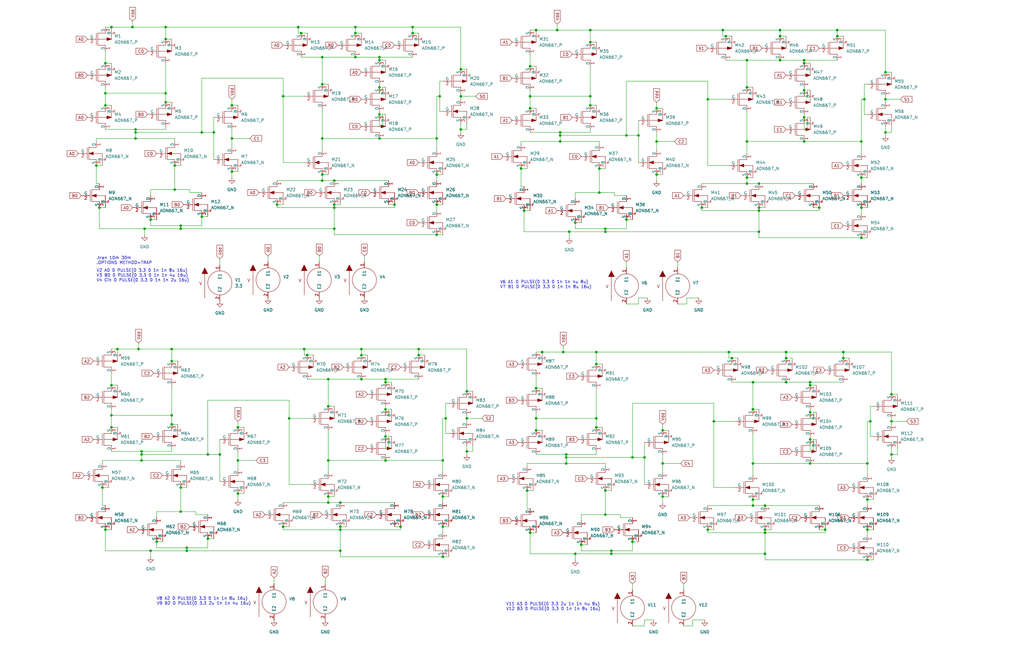
<source format=kicad_sch>
(kicad_sch (version 20230121) (generator eeschema)
  (paper "User" 431.8 279.4)
  (lib_symbols
    (symbol "power:GND" (power) (pin_names (offset 0))
      (property "Value" "GND" (at 0 -3.81 0))
      (symbol "GND_1_1"
        (pin power_in line (at 0 0 270) (length 0) hide (name "GND") (number "1"))
      )
    )
    (symbol "pspice:MNMOS" (pin_names (offset 0))
      (property "Reference" "M" (at 7.62 1.27 0))
      (property "Value" "MNMOS" (at 7.62 -1.27 0))
      (symbol "MNMOS_1_1"
        (pin passive line (at 2.54 5.08 270) (length 2.54) (name "D") (number "1"))
        (pin input line (at -5.08 0 0) (length 3.81) (name "G") (number "2"))
        (pin passive line (at 2.54 -5.08 90) (length 2.54) (name "S") (number "3"))
        (pin input line (at 5.08 -5.08 90) (length 5.08) (name "B") (number "4"))
      )
    )
    (symbol "pspice:MPMOS" (pin_names (offset 0))
      (property "Reference" "M" (at 7.62 1.27 0))
      (property "Value" "MPMOS" (at 7.62 -1.27 0))
      (symbol "MPMOS_1_1"
        (pin passive line (at 2.54 -5.08 90) (length 2.54) (name "D") (number "1"))
        (pin input line (at -5.08 0 0) (length 3.81) (name "G") (number "2"))
        (pin passive line (at 2.54 5.08 270) (length 2.54) (name "S") (number "3"))
        (pin input line (at 5.08 5.08 270) (length 5.08) (name "B") (number "4"))
      )
    )
    (symbol "pspice:VSOURCE" (pin_names (offset 1.016))
      (property "Reference" "V" (at -6.35 7.62 0))
      (property "Value" "VSOURCE" (at 0 0 0))
      (symbol "VSOURCE_0_1"
        (text "V" (at -8.128 -0.254 0) (effects (font (size 1.27 1.27))))
      )
      (symbol "VSOURCE_1_1"
        (pin input line (at 0 7.62 270) (length 2.54) (name "E1") (number "1"))
        (pin input line (at 0 -7.62 90) (length 2.54) (name "E2") (number "2"))
      )
    )
  )
  (junction (at 782.32 45.72))
  (junction (at 236.22 55.88))
  (junction (at 688.34 213.36))
  (junction (at 544.83 80.01))
  (junction (at 472.44 96.52))
  (junction (at 605.79 194.31))
  (junction (at 603.25 58.42))
  (junction (at 594.36 44.45))
  (junction (at 264.16 57.15))
  (junction (at 547.37 198.12))
  (junction (at 723.9 78.74))
  (junction (at 186.69 234.95))
  (junction (at 97.79 58.42))
  (junction (at 661.67 74.93))
  (junction (at 328.93 25.4))
  (junction (at 44.45 39.37))
  (junction (at 528.32 44.45))
  (junction (at 762 16.51))
  (junction (at 251.46 176.53))
  (junction (at 713.74 16.51))
  (junction (at 605.79 168.91))
  (junction (at 276.86 73.66))
  (junction (at 242.57 93.98))
  (junction (at 775.97 181.61))
  (junction (at 373.38 41.91))
  (junction (at 339.09 25.4))
  (junction (at 549.91 90.17))
  (junction (at 44.45 44.45))
  (junction (at 782.32 34.29))
  (junction (at 558.8 27.94))
  (junction (at 129.54 149.86))
  (junction (at 226.06 163.83))
  (junction (at 657.86 21.59))
  (junction (at 748.03 30.48))
  (junction (at 72.39 179.07))
  (junction (at 593.09 62.23))
  (junction (at 238.76 191.77))
  (junction (at 314.96 74.93))
  (junction (at 353.06 12.7))
  (junction (at 537.21 151.13))
  (junction (at 506.73 48.26))
  (junction (at 140.97 76.2))
  (junction (at 248.92 40.64))
  (junction (at 223.52 27.94))
  (junction (at 173.99 13.97))
  (junction (at 496.57 195.58))
  (junction (at 737.87 19.05))
  (junction (at 279.4 195.58))
  (junction (at 160.02 24.13))
  (junction (at 485.14 209.55))
  (junction (at 549.91 91.44))
  (junction (at 535.94 17.78))
  (junction (at 487.68 234.95))
  (junction (at 585.47 153.67))
  (junction (at 482.6 73.66))
  (junction (at 135.89 35.56))
  (junction (at 628.65 74.93))
  (junction (at 255.27 96.52))
  (junction (at 100.33 194.31))
  (junction (at 55.88 11.43))
  (junction (at 731.52 217.17))
  (junction (at 143.51 223.52))
  (junction (at 731.52 228.6))
  (junction (at 645.16 59.69))
  (junction (at 544.83 39.37))
  (junction (at 585.47 151.13))
  (junction (at 140.97 96.52))
  (junction (at 87.63 191.77))
  (junction (at 264.16 92.71))
  (junction (at 549.91 80.01))
  (junction (at 547.37 215.9))
  (junction (at 595.63 198.12))
  (junction (at 298.45 223.52))
  (junction (at 100.33 180.34))
  (junction (at 314.96 25.4))
  (junction (at 603.25 44.45))
  (junction (at 482.6 83.82))
  (junction (at 632.46 44.45))
  (junction (at 571.5 163.83))
  (junction (at 654.05 233.68))
  (junction (at 331.47 161.29))
  (junction (at 266.7 228.6))
  (junction (at 162.56 160.02))
  (junction (at 748.03 53.34))
  (junction (at 63.5 92.71))
  (junction (at 552.45 236.22))
  (junction (at 773.43 45.72))
  (junction (at 252.73 81.28))
  (junction (at 322.58 224.79))
  (junction (at 220.98 88.9))
  (junction (at 49.53 147.32))
  (junction (at 455.93 179.07))
  (junction (at 255.27 217.17))
  (junction (at 149.86 13.97))
  (junction (at 138.43 212.09))
  (junction (at 452.12 209.55))
  (junction (at 657.86 48.26))
  (junction (at 341.63 161.29))
  (junction (at 582.93 17.78))
  (junction (at 675.64 196.85))
  (junction (at 660.4 152.4))
  (junction (at 57.15 58.42))
  (junction (at 680.72 196.85))
  (junction (at 234.95 12.7))
  (junction (at 328.93 12.7))
  (junction (at 534.67 15.24))
  (junction (at 363.22 74.93))
  (junction (at 85.09 91.44))
  (junction (at 774.7 214.63))
  (junction (at 308.61 151.13))
  (junction (at 657.86 16.51))
  (junction (at 196.85 165.1))
  (junction (at 528.32 226.06))
  (junction (at 314.96 59.69))
  (junction (at 782.32 59.69))
  (junction (at 92.71 191.77))
  (junction (at 748.03 63.5))
  (junction (at 127 13.97))
  (junction (at 707.39 227.33))
  (junction (at 707.39 45.72))
  (junction (at 637.54 152.4))
  (junction (at 373.38 30.48))
  (junction (at 726.44 176.53))
  (junction (at 135.89 76.2))
  (junction (at 363.22 100.33))
  (junction (at 160.02 36.83))
  (junction (at 168.91 222.25))
  (junction (at 251.46 180.34))
  (junction (at 149.86 24.13))
  (junction (at 341.63 162.56))
  (junction (at 300.99 177.8))
  (junction (at 726.44 217.17))
  (junction (at 704.85 91.44))
  (junction (at 66.04 228.6))
  (junction (at 341.63 195.58))
  (junction (at 547.37 213.36))
  (junction (at 673.1 96.52))
  (junction (at 46.99 11.43))
  (junction (at 561.34 163.83))
  (junction (at 605.79 180.34))
  (junction (at 162.56 194.31))
  (junction (at 632.46 31.75))
  (junction (at 240.03 97.79))
  (junction (at 764.54 152.4))
  (junction (at 269.24 57.15))
  (junction (at 184.15 99.06))
  (junction (at 223.52 45.72))
  (junction (at 726.44 165.1))
  (junction (at 276.86 59.69))
  (junction (at 219.71 71.12))
  (junction (at 509.27 212.09))
  (junction (at 450.85 91.44))
  (junction (at 568.96 27.94))
  (junction (at 455.93 166.37))
  (junction (at 547.37 175.26))
  (junction (at 568.96 40.64))
  (junction (at 76.2 205.74))
  (junction (at 135.89 73.66))
  (junction (at 331.47 148.59))
  (junction (at 506.73 76.2))
  (junction (at 453.39 30.48))
  (junction (at 317.5 213.36))
  (junction (at 40.64 69.85))
  (junction (at 717.55 154.94))
  (junction (at 455.93 184.15))
  (junction (at 774.7 199.39))
  (junction (at 685.8 63.5))
  (junction (at 317.5 195.58))
  (junction (at 772.16 104.14))
  (junction (at 128.27 147.32))
  (junction (at 365.76 223.52))
  (junction (at 69.85 39.37))
  (junction (at 248.92 44.45))
  (junction (at 320.04 77.47))
  (junction (at 646.43 152.4))
  (junction (at 466.09 58.42))
  (junction (at 46.99 175.26))
  (junction (at 750.57 166.37))
  (junction (at 458.47 151.13))
  (junction (at 69.85 11.43))
  (junction (at 582.93 15.24))
  (junction (at 635 180.34))
  (junction (at 774.7 227.33))
  (junction (at 363.22 59.69))
  (junction (at 78.74 231.14))
  (junction (at 331.47 151.13))
  (junction (at 72.39 147.32))
  (junction (at 723.9 81.28))
  (junction (at 664.21 210.82))
  (junction (at 657.86 44.45))
  (junction (at 558.8 17.78))
  (junction (at 688.34 199.39))
  (junction (at 453.39 48.26))
  (junction (at 279.4 209.55))
  (junction (at 552.45 226.06))
  (junction (at 238.76 195.58))
  (junction (at 339.09 59.69))
  (junction (at 295.91 87.63))
  (junction (at 78.74 232.41))
  (junction (at 728.98 92.71))
  (junction (at 304.8 12.7))
  (junction (at 762 19.05))
  (junction (at 59.69 194.31))
  (junction (at 152.4 149.86))
  (junction (at 544.83 77.47))
  (junction (at 481.33 182.88))
  (junction (at 593.09 90.17))
  (junction (at 561.34 151.13))
  (junction (at 673.1 60.96))
  (junction (at 571.5 198.12))
  (junction (at 320.04 87.63))
  (junction (at 248.92 12.7))
  (junction (at 184.15 58.42))
  (junction (at 63.5 232.41))
  (junction (at 660.4 184.15))
  (junction (at 530.86 180.34))
  (junction (at 468.63 194.31))
  (junction (at 496.57 231.14))
  (junction (at 635 185.42))
  (junction (at 43.18 205.74))
  (junction (at 252.73 71.12))
  (junction (at 509.27 198.12))
  (junction (at 506.73 62.23))
  (junction (at 184.15 73.66))
  (junction (at 651.51 97.79))
  (junction (at 455.93 15.24))
  (junction (at 223.52 224.79))
  (junction (at 469.9 100.33))
  (junction (at 375.92 177.8))
  (junction (at 525.78 90.17))
  (junction (at 160.02 48.26))
  (junction (at 538.48 153.67))
  (junction (at 152.4 147.32))
  (junction (at 731.52 227.33))
  (junction (at 149.86 11.43))
  (junction (at 279.4 181.61))
  (junction (at 453.39 227.33))
  (junction (at 635 16.51))
  (junction (at 135.89 24.13))
  (junction (at 238.76 193.04))
  (junction (at 737.87 29.21))
  (junction (at 647.7 195.58))
  (junction (at 320.04 97.79))
  (junction (at 631.19 210.82))
  (junction (at 322.58 223.52))
  (junction (at 226.06 12.7))
  (junction (at 58.42 147.32))
  (junction (at 176.53 149.86))
  (junction (at 271.78 193.04))
  (junction (at 740.41 154.94))
  (junction (at 750.57 177.8))
  (junction (at 173.99 11.43))
  (junction (at 186.69 222.25))
  (junction (at 186.69 194.31))
  (junction (at 375.92 191.77))
  (junction (at 339.09 49.53))
  (junction (at 97.79 72.39))
  (junction (at 772.16 78.74))
  (junction (at 116.84 86.36))
  (junction (at 453.39 43.18))
  (junction (at 140.97 87.63))
  (junction (at 549.91 100.33))
  (junction (at 176.53 147.32))
  (junction (at 255.27 207.01))
  (junction (at 76.2 96.52))
  (junction (at 709.93 181.61))
  (junction (at 575.31 90.17))
  (junction (at 666.75 236.22))
  (junction (at 365.76 236.22))
  (junction (at 44.45 26.67))
  (junction (at 72.39 175.26))
  (junction (at 478.79 43.18))
  (junction (at 595.63 213.36))
  (junction (at 162.56 172.72))
  (junction (at 143.51 212.09))
  (junction (at 314.96 36.83))
  (junction (at 685.8 49.53))
  (junction (at 552.45 227.33))
  (junction (at 472.44 236.22))
  (junction (at 595.63 226.06))
  (junction (at 501.65 195.58))
  (junction (at 236.22 57.15))
  (junction (at 226.06 176.53))
  (junction (at 187.96 176.53))
  (junction (at 194.31 29.21))
  (junction (at 750.57 165.1))
  (junction (at 307.34 148.59))
  (junction (at 593.09 102.87))
  (junction (at 226.06 181.61))
  (junction (at 571.5 176.53))
  (junction (at 728.98 81.28))
  (junction (at 468.63 198.12))
  (junction (at 138.43 171.45))
  (junction (at 467.36 151.13))
  (junction (at 355.6 148.59))
  (junction (at 138.43 194.31))
  (junction (at 715.01 19.05))
  (junction (at 764.54 154.94))
  (junction (at 236.22 59.69))
  (junction (at 728.98 101.6))
  (junction (at 487.68 236.22))
  (junction (at 59.69 191.77))
  (junction (at 143.51 222.25))
  (junction (at 772.16 63.5))
  (junction (at 257.81 232.41))
  (junction (at 143.51 232.41))
  (junction (at 643.89 16.51))
  (junction (at 645.16 60.96))
  (junction (at 647.7 196.85))
  (junction (at 678.18 60.96))
  (junction (at 242.57 233.68))
  (junction (at 716.28 152.4))
  (junction (at 474.98 232.41))
  (junction (at 97.79 44.45))
  (junction (at 73.66 80.01))
  (junction (at 194.31 40.64))
  (junction (at 664.21 100.33))
  (junction (at 223.52 40.64))
  (junction (at 675.64 232.41))
  (junction (at 138.43 209.55))
  (junction (at 248.92 17.78))
  (junction (at 558.8 15.24))
  (junction (at 632.46 228.6))
  (junction (at 748.03 41.91))
  (junction (at 160.02 58.42))
  (junction (at 478.79 20.32))
  (junction (at 629.92 92.71))
  (junction (at 666.75 237.49))
  (junction (at 571.5 165.1))
  (junction (at 69.85 16.51))
  (junction (at 196.85 190.5))
  (junction (at 345.44 87.63))
  (junction (at 222.25 207.01))
  (junction (at 355.6 151.13))
  (junction (at 723.9 40.64))
  (junction (at 266.7 193.04))
  (junction (at 571.5 187.96))
  (junction (at 185.42 40.64))
  (junction (at 728.98 91.44))
  (junction (at 317.5 161.29))
  (junction (at 685.8 77.47))
  (junction (at 46.99 180.34))
  (junction (at 184.15 86.36))
  (junction (at 347.98 223.52))
  (junction (at 731.52 237.49))
  (junction (at 119.38 222.25))
  (junction (at 121.92 176.53))
  (junction (at 320.04 88.9))
  (junction (at 748.03 29.21))
  (junction (at 322.58 233.68))
  (junction (at 481.33 179.07))
  (junction (at 341.63 185.42))
  (junction (at 251.46 148.59))
  (junction (at 552.45 215.9))
  (junction (at 737.87 16.51))
  (junction (at 568.96 29.21))
  (junction (at 160.02 25.4))
  (junction (at 664.21 101.6))
  (junction (at 85.09 55.88))
  (junction (at 485.14 100.33))
  (junction (at 784.86 170.18))
  (junction (at 228.6 148.59))
  (junction (at 632.46 49.53))
  (junction (at 69.85 43.18))
  (junction (at 135.89 58.42))
  (junction (at 255.27 97.79))
  (junction (at 339.09 38.1))
  (junction (at 365.76 210.82))
  (junction (at 166.37 86.36))
  (junction (at 723.9 29.21))
  (junction (at 723.9 63.5))
  (junction (at 44.45 223.52))
  (junction (at 257.81 233.68))
  (junction (at 194.31 54.61))
  (junction (at 341.63 173.99))
  (junction (at 466.09 62.23))
  (junction (at 494.03 95.25))
  (junction (at 784.86 195.58))
  (junction (at 750.57 189.23))
  (junction (at 72.39 152.4))
  (junction (at 306.07 15.24))
  (junction (at 59.69 190.5))
  (junction (at 138.43 160.02))
  (junction (at 740.41 165.1))
  (junction (at 276.86 45.72))
  (junction (at 754.38 91.44))
  (junction (at 661.67 85.09))
  (junction (at 648.97 101.6))
  (junction (at 363.22 87.63))
  (junction (at 339.09 26.67))
  (junction (at 688.34 185.42))
  (junction (at 485.14 219.71))
  (junction (at 125.73 11.43))
  (junction (at 365.76 195.58))
  (junction (at 494.03 59.69))
  (junction (at 41.91 87.63))
  (junction (at 726.44 214.63))
  (junction (at 353.06 15.24))
  (junction (at 449.58 73.66))
  (junction (at 740.41 152.4))
  (junction (at 544.83 27.94))
  (junction (at 568.96 62.23))
  (junction (at 314.96 77.47))
  (junction (at 544.83 62.23))
  (junction (at 509.27 184.15))
  (junction (at 90.17 55.88))
  (junction (at 57.15 55.88))
  (junction (at 140.97 86.36))
  (junction (at 756.92 227.33))
  (junction (at 645.16 63.5))
  (junction (at 651.51 237.49))
  (junction (at 464.82 15.24))
  (junction (at 328.93 15.24))
  (junction (at 660.4 157.48))
  (junction (at 481.33 156.21))
  (junction (at 547.37 163.83))
  (junction (at 784.86 181.61))
  (junction (at 664.21 220.98))
  (junction (at 119.38 40.64))
  (junction (at 466.09 59.69))
  (junction (at 251.46 153.67))
  (junction (at 298.45 41.91))
  (junction (at 596.9 180.34))
  (junction (at 774.7 240.03))
  (junction (at 60.96 96.52))
  (junction (at 468.63 195.58))
  (junction (at 635 167.64))
  (junction (at 478.79 46.99))
  (junction (at 46.99 162.56))
  (junction (at 322.58 213.36))
  (junction (at 660.4 180.34))
  (junction (at 162.56 184.15))
  (junction (at 375.92 166.37))
  (junction (at 364.49 41.91))
  (junction (at 726.44 199.39))
  (junction (at 568.96 52.07))
  (junction (at 186.69 209.55))
  (junction (at 603.25 33.02))
  (junction (at 100.33 208.28))
  (junction (at 317.5 172.72))
  (junction (at 750.57 199.39))
  (junction (at 577.85 226.06))
  (junction (at 485.14 99.06))
  (junction (at 593.09 77.47))
  (junction (at 73.66 69.85))
  (junction (at 87.63 227.33))
  (junction (at 373.38 55.88))
  (junction (at 152.4 160.02))
  (junction (at 595.63 238.76))
  (junction (at 772.16 91.44))
  (junction (at 196.85 176.53))
  (junction (at 76.2 215.9))
  (junction (at 317.5 210.82))
  (junction (at 367.03 177.8))
  (junction (at 162.56 161.29))
  (junction (at 499.11 59.69))
  (junction (at 76.2 95.25))
  (junction (at 57.15 54.61))
  (junction (at 237.49 148.59))
  (junction (at 245.11 229.87))
  (junction (at 481.33 151.13))
  (junction (at 561.34 153.67))
  (junction (at 647.7 199.39))
  (junction (at 478.79 15.24))
  (wire (pts (xy 40.64 58.42) (xy 57.15 58.42)))
  (wire (pts (xy 535.94 17.78) (xy 534.67 17.78)))
  (wire (pts (xy 363.22 100.33) (xy 320.04 100.33)))
  (wire (pts (xy 245.11 232.41) (xy 257.81 232.41)))
  (wire (pts (xy 339.09 38.1) (xy 339.09 40.64)))
  (wire (pts (xy 530.86 172.72) (xy 530.86 180.34)))
  (wire (pts (xy 100.33 208.28) (xy 100.33 210.82)))
  (wire (pts (xy 629.92 101.6) (xy 648.97 101.6)))
  (wire (pts (xy 728.98 92.71) (xy 754.38 92.71)))
  (wire (pts (xy 314.96 74.93) (xy 317.5 74.93)))
  (wire (pts (xy 772.16 78.74) (xy 774.7 78.74)))
  (wire (pts (xy 698.5 129.54) (xy 703.58 129.54)))
  (wire (pts (xy 748.03 40.64) (xy 748.03 41.91)))
  (wire (pts (xy 222.25 214.63) (xy 223.52 214.63)))
  (wire (pts (xy 595.63 226.06) (xy 595.63 228.6)))
  (wire (pts (xy 571.5 175.26) (xy 571.5 176.53)))
  (wire (pts (xy 228.6 148.59) (xy 237.49 148.59)))
  (wire (pts (xy 772.16 45.72) (xy 773.43 45.72)))
  (wire (pts (xy 69.85 39.37) (xy 69.85 43.18)))
  (wire (pts (xy 184.15 58.42) (xy 160.02 58.42)))
  (wire (pts (xy 320.04 88.9) (xy 345.44 88.9)))
  (wire (pts (xy 723.9 40.64) (xy 726.44 40.64)))
  (wire (pts (xy 603.25 43.18) (xy 603.25 44.45)))
  (wire (pts (xy 115.57 243.84) (xy 115.57 246.38)))
  (wire (pts (xy 646.43 152.4) (xy 660.4 152.4)))
  (wire (pts (xy 63.5 92.71) (xy 63.5 95.25)))
  (wire (pts (xy 378.46 189.23) (xy 378.46 191.77)))
  (wire (pts (xy 186.69 234.95) (xy 189.23 234.95)))
  (wire (pts (xy 598.17 173.99) (xy 596.9 173.99)))
  (wire (pts (xy 331.47 151.13) (xy 334.01 151.13)))
  (wire (pts (xy 242.57 233.68) (xy 242.57 236.22)))
  (wire (pts (xy 678.18 132.08) (xy 678.18 129.54)))
  (wire (pts (xy 189.23 170.18) (xy 187.96 170.18)))
  (wire (pts (xy 731.52 227.33) (xy 734.06 227.33)))
  (wire (pts (xy 661.67 74.93) (xy 664.21 74.93)))
  (wire (pts (xy 469.9 100.33) (xy 485.14 100.33)))
  (wire (pts (xy 647.7 195.58) (xy 660.4 195.58)))
  (wire (pts (xy 570.23 40.64) (xy 570.23 43.18)))
  (wire (pts (xy 506.73 62.23) (xy 514.35 62.23)))
  (wire (pts (xy 593.09 102.87) (xy 549.91 102.87)))
  (wire (pts (xy 575.31 91.44) (xy 575.31 90.17)))
  (wire (pts (xy 245.11 229.87) (xy 245.11 232.41)))
  (wire (pts (xy 482.6 73.66) (xy 482.6 83.82)))
  (wire (pts (xy 595.63 198.12) (xy 595.63 180.34)))
  (wire (pts (xy 772.16 91.44) (xy 774.7 91.44)))
  (wire (pts (xy 544.83 77.47) (xy 544.83 80.01)))
  (wire (pts (xy 568.96 39.37) (xy 568.96 40.64)))
  (wire (pts (xy 76.2 205.74) (xy 76.2 215.9)))
  (wire (pts (xy 782.32 45.72) (xy 788.67 45.72)))
  (wire (pts (xy 97.79 41.91) (xy 97.79 44.45)))
  (wire (pts (xy 353.06 12.7) (xy 353.06 15.24)))
  (wire (pts (xy 138.43 194.31) (xy 138.43 199.39)))
  (wire (pts (xy 80.01 80.01) (xy 80.01 81.28)))
  (wire (pts (xy 491.49 219.71) (xy 491.49 220.98)))
  (wire (pts (xy 306.07 25.4) (xy 314.96 25.4)))
  (wire (pts (xy 226.06 163.83) (xy 228.6 163.83)))
  (wire (pts (xy 784.86 170.18) (xy 787.4 170.18)))
  (wire (pts (xy 76.2 96.52) (xy 76.2 95.25)))
  (wire (pts (xy 322.58 213.36) (xy 345.44 213.36)))
  (wire (pts (xy 186.69 176.53) (xy 187.96 176.53)))
  (wire (pts (xy 365.76 195.58) (xy 341.63 195.58)))
  (wire (pts (xy 363.22 59.69) (xy 339.09 59.69)))
  (wire (pts (xy 547.37 213.36) (xy 547.37 215.9)))
  (wire (pts (xy 543.56 111.76) (xy 543.56 114.3)))
  (wire (pts (xy 631.19 210.82) (xy 631.19 218.44)))
  (wire (pts (xy 245.11 219.71) (xy 245.11 217.17)))
  (wire (pts (xy 494.03 95.25) (xy 494.03 99.06)))
  (wire (pts (xy 223.52 22.86) (xy 223.52 27.94)))
  (wire (pts (xy 161.29 48.26) (xy 162.56 48.26)))
  (wire (pts (xy 675.64 232.41) (xy 675.64 236.22)))
  (wire (pts (xy 632.46 44.45) (xy 632.46 49.53)))
  (wire (pts (xy 85.09 33.02) (xy 119.38 33.02)))
  (wire (pts (xy 236.22 55.88) (xy 236.22 57.15)))
  (wire (pts (xy 450.85 91.44) (xy 450.85 100.33)))
  (wire (pts (xy 707.39 228.6) (xy 731.52 228.6)))
  (wire (pts (xy 162.56 160.02) (xy 176.53 160.02)))
  (wire (pts (xy 44.45 223.52) (xy 46.99 223.52)))
  (wire (pts (xy 72.39 175.26) (xy 72.39 179.07)))
  (wire (pts (xy 466.09 59.69) (xy 466.09 62.23)))
  (wire (pts (xy 774.7 227.33) (xy 774.7 229.87)))
  (wire (pts (xy 455.93 176.53) (xy 455.93 179.07)))
  (wire (pts (xy 298.45 213.36) (xy 317.5 213.36)))
  (wire (pts (xy 97.79 72.39) (xy 100.33 72.39)))
  (wire (pts (xy 704.85 81.28) (xy 723.9 81.28)))
  (wire (pts (xy 631.19 218.44) (xy 632.46 218.44)))
  (wire (pts (xy 322.58 224.79) (xy 347.98 224.79)))
  (wire (pts (xy 116.84 76.2) (xy 135.89 76.2)))
  (wire (pts (xy 549.91 90.17) (xy 552.45 90.17)))
  (wire (pts (xy 629.92 92.71) (xy 629.92 101.6)))
  (wire (pts (xy 572.77 90.17) (xy 575.31 90.17)))
  (wire (pts (xy 119.38 222.25) (xy 121.92 222.25)))
  (wire (pts (xy 750.57 166.37) (xy 753.11 166.37)))
  (wire (pts (xy 645.16 63.5) (xy 661.67 63.5)))
  (wire (pts (xy 482.6 73.66) (xy 485.14 73.66)))
  (wire (pts (xy 488.95 85.09) (xy 494.03 85.09)))
  (wire (pts (xy 298.45 69.85) (xy 298.45 41.91)))
  (wire (pts (xy 595.63 213.36) (xy 595.63 215.9)))
  (wire (pts (xy 220.98 97.79) (xy 240.03 97.79)))
  (wire (pts (xy 777.24 175.26) (xy 775.97 175.26)))
  (wire (pts (xy 135.89 58.42) (xy 160.02 58.42)))
  (wire (pts (xy 726.44 165.1) (xy 726.44 176.53)))
  (wire (pts (xy 341.63 172.72) (xy 341.63 173.99)))
  (wire (pts (xy 455.93 166.37) (xy 458.47 166.37)))
  (wire (pts (xy 472.44 83.82) (xy 482.6 83.82)))
  (wire (pts (xy 92.71 109.22) (xy 92.71 111.76)))
  (wire (pts (xy 571.5 163.83) (xy 571.5 165.1)))
  (wire (pts (xy 782.32 44.45) (xy 782.32 45.72)))
  (wire (pts (xy 670.56 222.25) (xy 675.64 222.25)))
  (wire (pts (xy 219.71 71.12) (xy 219.71 78.74)))
  (wire (pts (xy 464.82 15.24) (xy 478.79 15.24)))
  (wire (pts (xy 645.16 59.69) (xy 657.86 59.69)))
  (wire (pts (xy 474.98 232.41) (xy 474.98 234.95)))
  (wire (pts (xy 137.16 243.84) (xy 137.16 246.38)))
  (wire (pts (xy 568.96 52.07) (xy 568.96 57.15)))
  (wire (pts (xy 635 162.56) (xy 635 167.64)))
  (wire (pts (xy 97.79 58.42) (xy 97.79 62.23)))
  (wire (pts (xy 593.09 44.45) (xy 594.36 44.45)))
  (wire (pts (xy 528.32 215.9) (xy 547.37 215.9)))
  (wire (pts (xy 85.09 55.88) (xy 90.17 55.88)))
  (wire (pts (xy 186.69 209.55) (xy 186.69 212.09)))
  (wire (pts (xy 365.76 210.82) (xy 368.3 210.82)))
  (wire (pts (xy 575.31 226.06) (xy 577.85 226.06)))
  (wire (pts (xy 295.91 77.47) (xy 314.96 77.47)))
  (wire (pts (xy 186.69 222.25) (xy 186.69 224.79)))
  (wire (pts (xy 726.44 199.39) (xy 750.57 199.39)))
  (wire (pts (xy 577.85 227.33) (xy 577.85 226.06)))
  (wire (pts (xy 365.76 177.8) (xy 367.03 177.8)))
  (wire (pts (xy 496.57 231.14) (xy 496.57 234.95)))
  (wire (pts (xy 375.92 177.8) (xy 375.92 179.07)))
  (wire (pts (xy 534.67 15.24) (xy 534.67 17.78)))
  (wire (pts (xy 707.39 45.72) (xy 716.28 45.72)))
  (wire (pts (xy 328.93 25.4) (xy 339.09 25.4)))
  (wire (pts (xy 266.7 228.6) (xy 266.7 232.41)))
  (wire (pts (xy 595.63 180.34) (xy 596.9 180.34)))
  (wire (pts (xy 726.44 176.53) (xy 728.98 176.53)))
  (wire (pts (xy 73.66 69.85) (xy 76.2 69.85)))
  (wire (pts (xy 66.04 218.44) (xy 66.04 215.9)))
  (wire (pts (xy 595.63 38.1) (xy 594.36 38.1)))
  (wire (pts (xy 472.44 96.52) (xy 474.98 96.52)))
  (wire (pts (xy 43.18 195.58) (xy 43.18 194.31)))
  (wire (pts (xy 226.06 148.59) (xy 228.6 148.59)))
  (wire (pts (xy 140.97 86.36) (xy 143.51 86.36)))
  (wire (pts (xy 632.46 228.6) (xy 635 228.6)))
  (wire (pts (xy 276.86 55.88) (xy 276.86 59.69)))
  (wire (pts (xy 481.33 151.13) (xy 481.33 156.21)))
  (wire (pts (xy 57.15 58.42) (xy 73.66 58.42)))
  (wire (pts (xy 116.84 87.63) (xy 140.97 87.63)))
  (wire (pts (xy 375.92 176.53) (xy 375.92 177.8)))
  (wire (pts (xy 772.16 104.14) (xy 728.98 104.14)))
  (wire (pts (xy 92.71 191.77) (xy 92.71 203.2)))
  (wire (pts (xy 713.74 16.51) (xy 713.74 19.05)))
  (wire (pts (xy 355.6 148.59) (xy 355.6 151.13)))
  (wire (pts (xy 46.99 190.5) (xy 59.69 190.5)))
  (wire (pts (xy 69.85 26.67) (xy 69.85 39.37)))
  (wire (pts (xy 245.11 217.17) (xy 255.27 217.17)))
  (wire (pts (xy 673.1 96.52) (xy 673.1 100.33)))
  (wire (pts (xy 537.21 72.39) (xy 528.32 72.39)))
  (wire (pts (xy 97.79 72.39) (xy 97.79 74.93)))
  (wire (pts (xy 572.77 179.07) (xy 571.5 179.07)))
  (wire (pts (xy 252.73 71.12) (xy 252.73 81.28)))
  (wire (pts (xy 664.21 199.39) (xy 664.21 200.66)))
  (wire (pts (xy 160.02 48.26) (xy 160.02 53.34)))
  (wire (pts (xy 44.45 21.59) (xy 44.45 26.67)))
  (wire (pts (xy 73.66 69.85) (xy 73.66 80.01)))
  (wire (pts (xy 474.98 222.25) (xy 474.98 219.71)))
  (wire (pts (xy 41.91 87.63) (xy 44.45 87.63)))
  (wire (pts (xy 707.39 73.66) (xy 707.39 45.72)))
  (wire (pts (xy 568.96 27.94) (xy 568.96 29.21)))
  (wire (pts (xy 288.29 264.16) (xy 292.1 264.16)))
  (wire (pts (xy 748.03 52.07) (xy 748.03 53.34)))
  (wire (pts (xy 538.48 163.83) (xy 547.37 163.83)))
  (wire (pts (xy 455.93 179.07) (xy 455.93 184.15)))
  (wire (pts (xy 44.45 223.52) (xy 44.45 232.41)))
  (wire (pts (xy 645.16 60.96) (xy 673.1 60.96)))
  (wire (pts (xy 184.15 58.42) (xy 184.15 40.64)))
  (wire (pts (xy 149.86 11.43) (xy 173.99 11.43)))
  (wire (pts (xy 750.57 41.91) (xy 749.3 41.91)))
  (wire (pts (xy 242.57 93.98) (xy 245.11 93.98)))
  (wire (pts (xy 774.7 214.63) (xy 777.24 214.63)))
  (wire (pts (xy 314.96 74.93) (xy 314.96 77.47)))
  (wire (pts (xy 668.02 86.36) (xy 673.1 86.36)))
  (wire (pts (xy 750.57 187.96) (xy 750.57 189.23)))
  (wire (pts (xy 570.23 57.15) (xy 568.96 57.15)))
  (wire (pts (xy 572.77 187.96) (xy 572.77 193.04)))
  (wire (pts (xy 726.44 217.17) (xy 731.52 217.17)))
  (wire (pts (xy 298.45 41.91) (xy 307.34 41.91)))
  (wire (pts (xy 135.89 58.42) (xy 135.89 63.5)))
  (wire (pts (xy 342.9 185.42) (xy 344.17 185.42)))
  (wire (pts (xy 749.3 53.34) (xy 749.3 58.42)))
  (wire (pts (xy 468.63 195.58) (xy 496.57 195.58)))
  (wire (pts (xy 322.58 236.22) (xy 322.58 233.68)))
  (wire (pts (xy 341.63 161.29) (xy 355.6 161.29)))
  (wire (pts (xy 162.56 161.29) (xy 165.1 161.29)))
  (wire (pts (xy 194.31 54.61) (xy 194.31 55.88)))
  (wire (pts (xy 176.53 147.32) (xy 196.85 147.32)))
  (wire (pts (xy 196.85 147.32) (xy 196.85 165.1)))
  (wire (pts (xy 234.95 10.16) (xy 234.95 12.7)))
  (wire (pts (xy 266.7 264.16) (xy 271.78 264.16)))
  (wire (pts (xy 344.17 173.99) (xy 342.9 173.99)))
  (wire (pts (xy 340.36 38.1) (xy 340.36 40.64)))
  (wire (pts (xy 605.79 168.91) (xy 608.33 168.91)))
  (wire (pts (xy 161.29 53.34) (xy 160.02 53.34)))
  (wire (pts (xy 643.89 16.51) (xy 657.86 16.51)))
  (wire (pts (xy 654.05 223.52) (xy 654.05 220.98)))
  (wire (pts (xy 340.36 49.53) (xy 341.63 49.53)))
  (wire (pts (xy 66.04 228.6) (xy 66.04 231.14)))
  (wire (pts (xy 76.2 205.74) (xy 78.74 205.74)))
  (wire (pts (xy 135.89 73.66) (xy 138.43 73.66)))
  (wire (pts (xy 163.83 184.15) (xy 163.83 189.23)))
  (wire (pts (xy 255.27 97.79) (xy 255.27 96.52)))
  (wire (pts (xy 582.93 15.24) (xy 582.93 17.78)))
  (wire (pts (xy 558.8 15.24) (xy 558.8 17.78)))
  (wire (pts (xy 723.9 78.74) (xy 726.44 78.74)))
  (wire (pts (xy 749.3 41.91) (xy 749.3 44.45)))
  (wire (pts (xy 558.8 27.94) (xy 568.96 27.94)))
  (wire (pts (xy 63.5 82.55) (xy 63.5 80.01)))
  (wire (pts (xy 707.39 227.33) (xy 707.39 228.6)))
  (wire (pts (xy 363.22 87.63) (xy 363.22 90.17)))
  (wire (pts (xy 129.54 160.02) (xy 138.43 160.02)))
  (wire (pts (xy 593.09 77.47) (xy 595.63 77.47)))
  (wire (pts (xy 675.64 232.41) (xy 678.18 232.41)))
  (wire (pts (xy 242.57 83.82) (xy 242.57 81.28)))
  (wire (pts (xy 161.29 39.37) (xy 160.02 39.37)))
  (wire (pts (xy 355.6 151.13) (xy 358.14 151.13)))
  (wire (pts (xy 657.86 21.59) (xy 660.4 21.59)))
  (wire (pts (xy 375.92 148.59) (xy 375.92 166.37)))
  (wire (pts (xy 482.6 83.82) (xy 488.95 83.82)))
  (wire (pts (xy 728.98 91.44) (xy 731.52 91.44)))
  (wire (pts (xy 750.57 189.23) (xy 750.57 194.31)))
  (wire (pts (xy 269.24 57.15) (xy 269.24 68.58)))
  (wire (pts (xy 100.33 180.34) (xy 102.87 180.34)))
  (wire (pts (xy 685.8 46.99) (xy 685.8 49.53)))
  (wire (pts (xy 339.09 25.4) (xy 339.09 26.67)))
  (wire (pts (xy 161.29 48.26) (xy 161.29 53.34)))
  (wire (pts (xy 85.09 91.44) (xy 85.09 95.25)))
  (wire (pts (xy 365.76 210.82) (xy 365.76 213.36)))
  (wire (pts (xy 748.03 29.21) (xy 748.03 30.48)))
  (wire (pts (xy 308.61 151.13) (xy 307.34 151.13)))
  (wire (pts (xy 223.52 45.72) (xy 226.06 45.72)))
  (wire (pts (xy 135.89 45.72) (xy 135.89 58.42)))
  (wire (pts (xy 149.86 24.13) (xy 160.02 24.13)))
  (wire (pts (xy 353.06 12.7) (xy 373.38 12.7)))
  (wire (pts (xy 186.69 194.31) (xy 162.56 194.31)))
  (wire (pts (xy 121.92 204.47) (xy 121.92 176.53)))
  (wire (pts (xy 762 16.51) (xy 762 19.05)))
  (wire (pts (xy 143.51 222.25) (xy 146.05 222.25)))
  (wire (pts (xy 552.45 227.33) (xy 577.85 227.33)))
  (wire (pts (xy 552.45 215.9) (xy 575.31 215.9)))
  (wire (pts (xy 570.23 43.18) (xy 568.96 43.18)))
  (wire (pts (xy 775.97 181.61) (xy 775.97 187.96)))
  (wire (pts (xy 628.65 74.93) (xy 628.65 82.55)))
  (wire (pts (xy 707.39 38.1) (xy 707.39 45.72)))
  (wire (pts (xy 365.76 236.22) (xy 322.58 236.22)))
  (wire (pts (xy 298.45 34.29) (xy 298.45 41.91)))
  (wire (pts (xy 222.25 207.01) (xy 224.79 207.01)))
  (wire (pts (xy 219.71 60.96) (xy 219.71 59.69)))
  (wire (pts (xy 100.33 208.28) (xy 102.87 208.28)))
  (wire (pts (xy 535.94 27.94) (xy 544.83 27.94)))
  (wire (pts (xy 259.08 81.28) (xy 259.08 82.55)))
  (wire (pts (xy 355.6 148.59) (xy 375.92 148.59)))
  (wire (pts (xy 657.86 31.75) (xy 657.86 44.45)))
  (wire (pts (xy 341.63 173.99) (xy 341.63 176.53)))
  (wire (pts (xy 472.44 99.06) (xy 485.14 99.06)))
  (wire (pts (xy 60.96 96.52) (xy 76.2 96.52)))
  (wire (pts (xy 276.86 59.69) (xy 284.48 59.69)))
  (wire (pts (xy 46.99 11.43) (xy 55.88 11.43)))
  (wire (pts (xy 728.98 104.14) (xy 728.98 101.6)))
  (wire (pts (xy 670.56 220.98) (xy 670.56 222.25)))
  (wire (pts (xy 46.99 157.48) (xy 46.99 162.56)))
  (wire (pts (xy 772.16 78.74) (xy 772.16 81.28)))
  (wire (pts (xy 628.65 82.55) (xy 629.92 82.55)))
  (wire (pts (xy 525.78 90.17) (xy 528.32 90.17)))
  (wire (pts (xy 116.84 86.36) (xy 116.84 87.63)))
  (wire (pts (xy 127 24.13) (xy 135.89 24.13)))
  (wire (pts (xy 220.98 88.9) (xy 220.98 97.79)))
  (wire (pts (xy 678.18 54.61) (xy 678.18 60.96)))
  (wire (pts (xy 467.36 151.13) (xy 481.33 151.13)))
  (wire (pts (xy 128.27 147.32) (xy 152.4 147.32)))
  (wire (pts (xy 487.68 236.22) (xy 487.68 234.95)))
  (wire (pts (xy 186.69 34.29) (xy 185.42 34.29)))
  (wire (pts (xy 571.5 176.53) (xy 571.5 179.07)))
  (wire (pts (xy 196.85 176.53) (xy 203.2 176.53)))
  (wire (pts (xy 129.54 149.86) (xy 132.08 149.86)))
  (wire (pts (xy 223.52 224.79) (xy 226.06 224.79)))
  (wire (pts (xy 675.64 267.97) (xy 680.72 267.97)))
  (wire (pts (xy 723.9 63.5) (xy 723.9 68.58)))
  (wire (pts (xy 528.32 36.83) (xy 528.32 44.45)))
  (wire (pts (xy 295.91 87.63) (xy 295.91 88.9)))
  (wire (pts (xy 509.27 198.12) (xy 516.89 198.12)))
  (wire (pts (xy 647.7 196.85) (xy 675.64 196.85)))
  (wire (pts (xy 160.02 35.56) (xy 160.02 36.83)))
  (wire (pts (xy 784.86 181.61) (xy 784.86 182.88)))
  (wire (pts (xy 223.52 12.7) (xy 226.06 12.7)))
  (wire (pts (xy 342.9 87.63) (xy 345.44 87.63)))
  (wire (pts (xy 488.95 83.82) (xy 488.95 85.09)))
  (wire (pts (xy 255.27 97.79) (xy 320.04 97.79)))
  (wire (pts (xy 666.75 237.49) (xy 666.75 236.22)))
  (wire (pts (xy 605.79 194.31) (xy 605.79 195.58)))
  (wire (pts (xy 252.73 59.69) (xy 252.73 60.96)))
  (wire (pts (xy 481.33 166.37) (xy 481.33 179.07)))
  (wire (pts (xy 685.8 77.47) (xy 688.34 77.47)))
  (wire (pts (xy 750.57 165.1) (xy 750.57 166.37)))
  (wire (pts (xy 317.5 161.29) (xy 331.47 161.29)))
  (wire (pts (xy 90.17 55.88) (xy 90.17 67.31)))
  (wire (pts (xy 731.52 240.03) (xy 731.52 237.49)))
  (wire (pts (xy 740.41 165.1) (xy 750.57 165.1)))
  (wire (pts (xy 595.63 226.06) (xy 598.17 226.06)))
  (wire (pts (xy 775.97 175.26) (xy 775.97 181.61)))
  (wire (pts (xy 226.06 12.7) (xy 234.95 12.7)))
  (wire (pts (xy 654.05 233.68) (xy 656.59 233.68)))
  (wire (pts (xy 549.91 90.17) (xy 549.91 91.44)))
  (wire (pts (xy 317.5 172.72) (xy 320.04 172.72)))
  (wire (pts (xy 595.63 198.12) (xy 571.5 198.12)))
  (wire (pts (xy 248.92 44.45) (xy 251.46 44.45)))
  (wire (pts (xy 547.37 175.26) (xy 549.91 175.26)))
  (wire (pts (xy 506.73 76.2) (xy 509.27 76.2)))
  (wire (pts (xy 242.57 233.68) (xy 257.81 233.68)))
  (wire (pts (xy 80.01 81.28) (xy 85.09 81.28)))
  (wire (pts (xy 494.03 59.69) (xy 494.03 36.83)))
  (wire (pts (xy 472.44 86.36) (xy 472.44 83.82)))
  (wire (pts (xy 596.9 173.99) (xy 596.9 180.34)))
  (wire (pts (xy 731.52 217.17) (xy 754.38 217.17)))
  (wire (pts (xy 87.63 227.33) (xy 87.63 231.14)))
  (wire (pts (xy 304.8 12.7) (xy 328.93 12.7)))
  (wire (pts (xy 266.7 193.04) (xy 271.78 193.04)))
  (wire (pts (xy 76.2 215.9) (xy 82.55 215.9)))
  (wire (pts (xy 194.31 52.07) (xy 194.31 54.61)))
  (wire (pts (xy 509.27 194.31) (xy 509.27 198.12)))
  (wire (pts (xy 481.33 156.21) (xy 483.87 156.21)))
  (wire (pts (xy 651.51 97.79) (xy 654.05 97.79)))
  (wire (pts (xy 138.43 194.31) (xy 162.56 194.31)))
  (wire (pts (xy 300.99 170.18) (xy 300.99 177.8)))
  (wire (pts (xy 368.3 171.45) (xy 367.03 171.45)))
  (wire (pts (xy 654.05 236.22) (xy 666.75 236.22)))
  (wire (pts (xy 44.45 232.41) (xy 63.5 232.41)))
  (wire (pts (xy 236.22 57.15) (xy 236.22 59.69)))
  (wire (pts (xy 524.51 247.65) (xy 524.51 250.19)))
  (wire (pts (xy 320.04 87.63) (xy 320.04 88.9)))
  (wire (pts (xy 485.14 99.06) (xy 494.03 99.06)))
  (wire (pts (xy 748.03 53.34) (xy 748.03 58.42)))
  (wire (pts (xy 194.31 39.37) (xy 194.31 40.64)))
  (wire (pts (xy 364.49 41.91) (xy 364.49 48.26)))
  (wire (pts (xy 751.84 189.23) (xy 753.11 189.23)))
  (wire (pts (xy 248.92 27.94) (xy 248.92 40.64)))
  (wire (pts (xy 453.39 58.42) (xy 466.09 58.42)))
  (wire (pts (xy 594.36 38.1) (xy 594.36 44.45)))
  (wire (pts (xy 125.73 11.43) (xy 125.73 13.97)))
  (wire (pts (xy 572.77 193.04) (xy 571.5 193.04)))
  (wire (pts (xy 240.03 97.79) (xy 240.03 100.33)))
  (wire (pts (xy 63.5 92.71) (xy 66.04 92.71)))
  (wire (pts (xy 737.87 16.51) (xy 762 16.51)))
  (wire (pts (xy 59.69 191.77) (xy 59.69 194.31)))
  (wire (pts (xy 162.56 171.45) (xy 162.56 172.72)))
  (wire (pts (xy 288.29 246.38) (xy 288.29 248.92)))
  (wire (pts (xy 78.74 231.14) (xy 87.63 231.14)))
  (wire (pts (xy 774.7 240.03) (xy 777.24 240.03)))
  (wire (pts (xy 751.84 91.44) (xy 754.38 91.44)))
  (wire (pts (xy 226.06 191.77) (xy 238.76 191.77)))
  (wire (pts (xy 375.92 189.23) (xy 375.92 191.77)))
  (wire (pts (xy 375.92 53.34) (xy 375.92 55.88)))
  (wire (pts (xy 196.85 190.5) (xy 196.85 191.77)))
  (wire (pts (xy 525.78 90.17) (xy 525.78 91.44)))
  (wire (pts (xy 135.89 35.56) (xy 138.43 35.56)))
  (wire (pts (xy 125.73 11.43) (xy 149.86 11.43)))
  (wire (pts (xy 317.5 161.29) (xy 317.5 172.72)))
  (wire (pts (xy 748.03 41.91) (xy 748.03 44.45)))
  (wire (pts (xy 119.38 68.58) (xy 119.38 40.64)))
  (wire (pts (xy 292.1 264.16) (xy 292.1 261.62)))
  (wire (pts (xy 449.58 73.66) (xy 452.12 73.66)))
  (wire (pts (xy 605.79 58.42) (xy 603.25 58.42)))
  (wire (pts (xy 307.34 148.59) (xy 331.47 148.59)))
  (wire (pts (xy 466.09 62.23) (xy 482.6 62.23)))
  (wire (pts (xy 87.63 191.77) (xy 87.63 168.91)))
  (wire (pts (xy 637.54 152.4) (xy 646.43 152.4)))
  (wire (pts (xy 85.09 55.88) (xy 85.09 33.02)))
  (wire (pts (xy 547.37 213.36) (xy 549.91 213.36)))
  (wire (pts (xy 605.79 180.34) (xy 612.14 180.34)))
  (wire (pts (xy 185.42 40.64) (xy 185.42 46.99)))
  (wire (pts (xy 365.76 236.22) (xy 368.3 236.22)))
  (wire (pts (xy 469.9 100.33) (xy 469.9 102.87)))
  (wire (pts (xy 46.99 172.72) (xy 46.99 175.26)))
  (wire (pts (xy 187.96 170.18) (xy 187.96 176.53)))
  (wire (pts (xy 375.92 177.8) (xy 382.27 177.8)))
  (wire (pts (xy 453.39 25.4) (xy 453.39 30.48)))
  (wire (pts (xy 271.78 193.04) (xy 271.78 204.47)))
  (wire (pts (xy 248.92 12.7) (xy 304.8 12.7)))
  (wire (pts (xy 43.18 205.74) (xy 43.18 213.36)))
  (wire (pts (xy 44.45 39.37) (xy 69.85 39.37)))
  (wire (pts (xy 572.77 176.53) (xy 572.77 179.07)))
  (wire (pts (xy 264.16 128.27) (xy 269.24 128.27)))
  (wire (pts (xy 73.66 58.42) (xy 73.66 59.69)))
  (wire (pts (xy 44.45 39.37) (xy 44.45 44.45)))
  (wire (pts (xy 478.79 30.48) (xy 478.79 43.18)))
  (wire (pts (xy 549.91 91.44) (xy 575.31 91.44)))
  (wire (pts (xy 455.93 15.24) (xy 464.82 15.24)))
  (wire (pts (xy 472.44 236.22) (xy 487.68 236.22)))
  (wire (pts (xy 509.27 212.09) (xy 509.27 214.63)))
  (wire (pts (xy 339.09 49.53) (xy 339.09 54.61)))
  (wire (pts (xy 539.75 208.28) (xy 530.86 208.28)))
  (wire (pts (xy 264.16 92.71) (xy 264.16 96.52)))
  (wire (pts (xy 647.7 199.39) (xy 664.21 199.39)))
  (wire (pts (xy 787.4 195.58) (xy 784.86 195.58)))
  (wire (pts (xy 353.06 15.24) (xy 355.6 15.24)))
  (wire (pts (xy 365.76 223.52) (xy 368.3 223.52)))
  (wire (pts (xy 552.45 236.22) (xy 552.45 227.33)))
  (wire (pts (xy 782.32 57.15) (xy 782.32 59.69)))
  (wire (pts (xy 194.31 29.21) (xy 196.85 29.21)))
  (wire (pts (xy 453.39 48.26) (xy 455.93 48.26)))
  (wire (pts (xy 373.38 41.91) (xy 373.38 43.18)))
  (wire (pts (xy 635 180.34) (xy 635 185.42)))
  (wire (pts (xy 571.5 40.64) (xy 570.23 40.64)))
  (wire (pts (xy 530.86 208.28) (xy 530.86 180.34)))
  (wire (pts (xy 40.64 77.47) (xy 41.91 77.47)))
  (wire (pts (xy 685.8 77.47) (xy 685.8 80.01)))
  (wire (pts (xy 782.32 34.29) (xy 784.86 34.29)))
  (wire (pts (xy 43.18 194.31) (xy 59.69 194.31)))
  (wire (pts (xy 496.57 195.58) (xy 501.65 195.58)))
  (wire (pts (xy 635 195.58) (xy 647.7 195.58)))
  (wire (pts (xy 731.52 228.6) (xy 756.92 228.6)))
  (wire (pts (xy 749.3 44.45) (xy 748.03 44.45)))
  (wire (pts (xy 97.79 54.61) (xy 97.79 58.42)))
  (wire (pts (xy 715.01 19.05) (xy 713.74 19.05)))
  (wire (pts (xy 57.15 55.88) (xy 85.09 55.88)))
  (wire (pts (xy 774.7 39.37) (xy 773.43 39.37)))
  (wire (pts (xy 184.15 63.5) (xy 184.15 58.42)))
  (wire (pts (xy 90.17 49.53) (xy 90.17 55.88)))
  (wire (pts (xy 717.55 154.94) (xy 716.28 154.94)))
  (wire (pts (xy 723.9 50.8) (xy 723.9 63.5)))
  (wire (pts (xy 72.39 179.07) (xy 74.93 179.07)))
  (wire (pts (xy 44.45 26.67) (xy 46.99 26.67)))
  (wire (pts (xy 506.73 62.23) (xy 506.73 66.04)))
  (wire (pts (xy 474.98 232.41) (xy 477.52 232.41)))
  (wire (pts (xy 751.84 189.23) (xy 751.84 194.31)))
  (wire (pts (xy 464.82 12.7) (xy 464.82 15.24)))
  (wire (pts (xy 43.18 205.74) (xy 45.72 205.74)))
  (wire (pts (xy 44.45 44.45) (xy 46.99 44.45)))
  (wire (pts (xy 657.86 16.51) (xy 657.86 21.59)))
  (wire (pts (xy 340.36 40.64) (xy 339.09 40.64)))
  (wire (pts (xy 561.34 151.13) (xy 561.34 153.67)))
  (wire (pts (xy 635 152.4) (xy 637.54 152.4)))
  (wire (pts (xy 298.45 223.52) (xy 298.45 224.79)))
  (wire (pts (xy 138.43 212.09) (xy 143.51 212.09)))
  (wire (pts (xy 134.62 107.95) (xy 134.62 110.49)))
  (wire (pts (xy 226.06 176.53) (xy 251.46 176.53)))
  (wire (pts (xy 452.12 209.55) (xy 452.12 217.17)))
  (wire (pts (xy 772.16 104.14) (xy 774.7 104.14)))
  (wire (pts (xy 375.92 55.88) (xy 373.38 55.88)))
  (wire (pts (xy 723.9 78.74) (xy 723.9 81.28)))
  (wire (pts (xy 596.9 186.69) (xy 598.17 186.69)))
  (wire (pts (xy 143.51 212.09) (xy 166.37 212.09)))
  (wire (pts (xy 160.02 46.99) (xy 160.02 48.26)))
  (wire (pts (xy 748.03 29.21) (xy 762 29.21)))
  (wire (pts (xy 675.64 196.85) (xy 675.64 173.99)))
  (wire (pts (xy 240.03 97.79) (xy 255.27 97.79)))
  (wire (pts (xy 688.34 199.39) (xy 695.96 199.39)))
  (wire (pts (xy 774.7 181.61) (xy 775.97 181.61)))
  (wire (pts (xy 276.86 43.18) (xy 276.86 45.72)))
  (wire (pts (xy 450.85 91.44) (xy 453.39 91.44)))
  (wire (pts (xy 660.4 152.4) (xy 660.4 157.48)))
  (wire (pts (xy 726.44 214.63) (xy 728.98 214.63)))
  (wire (pts (xy 697.23 267.97) (xy 701.04 267.97)))
  (wire (pts (xy 530.86 180.34) (xy 539.75 180.34)))
  (wire (pts (xy 85.09 91.44) (xy 87.63 91.44)))
  (wire (pts (xy 603.25 58.42) (xy 603.25 59.69)))
  (wire (pts (xy 673.1 38.1) (xy 707.39 38.1)))
  (wire (pts (xy 87.63 227.33) (xy 90.17 227.33)))
  (wire (pts (xy 485.14 209.55) (xy 485.14 219.71)))
  (wire (pts (xy 162.56 184.15) (xy 162.56 189.23)))
  (wire (pts (xy 685.8 63.5) (xy 693.42 63.5)))
  (wire (pts (xy 373.38 55.88) (xy 373.38 57.15)))
  (wire (pts (xy 726.44 214.63) (xy 726.44 217.17)))
  (wire (pts (xy 264.16 57.15) (xy 264.16 34.29)))
  (wire (pts (xy 173.99 11.43) (xy 173.99 13.97)))
  (wire (pts (xy 458.47 151.13) (xy 467.36 151.13)))
  (wire (pts (xy 78.74 232.41) (xy 78.74 231.14)))
  (wire (pts (xy 485.14 100.33) (xy 549.91 100.33)))
  (wire (pts (xy 449.58 62.23) (xy 466.09 62.23)))
  (wire (pts (xy 643.89 13.97) (xy 643.89 16.51)))
  (wire (pts (xy 363.22 87.63) (xy 365.76 87.63)))
  (wire (pts (xy 46.99 175.26) (xy 46.99 180.34)))
  (wire (pts (xy 76.2 96.52) (xy 140.97 96.52)))
  (wire (pts (xy 242.57 93.98) (xy 242.57 96.52)))
  (wire (pts (xy 549.91 100.33) (xy 549.91 91.44)))
  (wire (pts (xy 184.15 86.36) (xy 186.69 86.36)))
  (wire (pts (xy 731.52 227.33) (xy 731.52 228.6)))
  (wire (pts (xy 528.32 72.39) (xy 528.32 44.45)))
  (wire (pts (xy 571.5 186.69) (xy 571.5 187.96)))
  (wire (pts (xy 140.97 87.63) (xy 166.37 87.63)))
  (wire (pts (xy 631.19 210.82) (xy 633.73 210.82)))
  (wire (pts (xy 528.32 227.33) (xy 552.45 227.33)))
  (wire (pts (xy 257.81 233.68) (xy 257.81 232.41)))
  (wire (pts (xy 73.66 80.01) (xy 80.01 80.01)))
  (wire (pts (xy 474.98 234.95) (xy 487.68 234.95)))
  (wire (pts (xy 289.56 125.73) (xy 294.64 125.73)))
  (wire (pts (xy 340.36 54.61) (xy 339.09 54.61)))
  (wire (pts (xy 121.92 168.91) (xy 121.92 176.53)))
  (wire (pts (xy 317.5 210.82) (xy 320.04 210.82)))
  (wire (pts (xy 285.75 128.27) (xy 289.56 128.27)))
  (wire (pts (xy 645.16 60.96) (xy 645.16 63.5)))
  (wire (pts (xy 69.85 43.18) (xy 72.39 43.18)))
  (wire (pts (xy 72.39 152.4) (xy 74.93 152.4)))
  (wire (pts (xy 468.63 194.31) (xy 481.33 194.31)))
  (wire (pts (xy 317.5 182.88) (xy 317.5 195.58)))
  (wire (pts (xy 784.86 152.4) (xy 784.86 170.18)))
  (wire (pts (xy 341.63 185.42) (xy 341.63 190.5)))
  (wire (pts (xy 632.46 26.67) (xy 632.46 31.75)))
  (wire (pts (xy 163.83 172.72) (xy 163.83 175.26)))
  (wire (pts (xy 184.15 99.06) (xy 140.97 99.06)))
  (wire (pts (xy 87.63 191.77) (xy 92.71 191.77)))
  (wire (pts (xy 525.78 91.44) (xy 549.91 91.44)))
  (wire (pts (xy 152.4 147.32) (xy 152.4 149.86)))
  (wire (pts (xy 466.09 59.69) (xy 494.03 59.69)))
  (wire (pts (xy 478.79 57.15) (xy 478.79 58.42)))
  (wire (pts (xy 605.79 180.34) (xy 605.79 181.61)))
  (wire (pts (xy 222.25 207.01) (xy 222.25 214.63)))
  (wire (pts (xy 574.04 176.53) (xy 572.77 176.53)))
  (wire (pts (xy 593.09 90.17) (xy 595.63 90.17)))
  (wire (pts (xy 737.87 19.05) (xy 740.41 19.05)))
  (wire (pts (xy 749.3 53.34) (xy 750.57 53.34)))
  (wire (pts (xy 496.57 172.72) (xy 530.86 172.72)))
  (wire (pts (xy 688.34 195.58) (xy 688.34 199.39)))
  (wire (pts (xy 737.87 16.51) (xy 737.87 19.05)))
  (wire (pts (xy 314.96 46.99) (xy 314.96 59.69)))
  (wire (pts (xy 585.47 151.13) (xy 585.47 153.67)))
  (wire (pts (xy 271.78 186.69) (xy 271.78 193.04)))
  (wire (pts (xy 163.83 189.23) (xy 162.56 189.23)))
  (wire (pts (xy 279.4 209.55) (xy 281.94 209.55)))
  (wire (pts (xy 750.57 165.1) (xy 764.54 165.1)))
  (wire (pts (xy 222.25 195.58) (xy 238.76 195.58)))
  (wire (pts (xy 534.67 15.24) (xy 558.8 15.24)))
  (wire (pts (xy 468.63 194.31) (xy 468.63 195.58)))
  (wire (pts (xy 373.38 40.64) (xy 373.38 41.91)))
  (wire (pts (xy 276.86 59.69) (xy 276.86 63.5)))
  (wire (pts (xy 55.88 8.89) (xy 55.88 11.43)))
  (wire (pts (xy 568.96 29.21) (xy 571.5 29.21)))
  (wire (pts (xy 478.79 20.32) (xy 481.33 20.32)))
  (wire (pts (xy 279.4 181.61) (xy 281.94 181.61)))
  (wire (pts (xy 251.46 176.53) (xy 251.46 180.34)))
  (wire (pts (xy 561.34 163.83) (xy 571.5 163.83)))
  (wire (pts (xy 585.47 151.13) (xy 605.79 151.13)))
  (wire (pts (xy 782.32 16.51) (xy 782.32 34.29)))
  (wire (pts (xy 603.25 44.45) (xy 609.6 44.45)))
  (wire (pts (xy 373.38 30.48) (xy 375.92 30.48)))
  (wire (pts (xy 373.38 53.34) (xy 373.38 55.88)))
  (wire (pts (xy 69.85 11.43) (xy 125.73 11.43)))
  (wire (pts (xy 751.84 177.8) (xy 751.84 180.34)))
  (wire (pts (xy 487.68 236.22) (xy 552.45 236.22)))
  (wire (pts (xy 252.73 81.28) (xy 259.08 81.28)))
  (wire (pts (xy 237.49 146.05) (xy 237.49 148.59)))
  (wire (pts (xy 452.12 209.55) (xy 454.66 209.55)))
  (wire (pts (xy 688.34 185.42) (xy 690.88 185.42)))
  (wire (pts (xy 342.9 176.53) (xy 341.63 176.53)))
  (wire (pts (xy 59.69 190.5) (xy 59.69 191.77)))
  (wire (pts (xy 547.37 163.83) (xy 547.37 175.26)))
  (wire (pts (xy 453.39 227.33) (xy 455.93 227.33)))
  (wire (pts (xy 774.7 199.39) (xy 774.7 181.61)))
  (wire (pts (xy 585.47 153.67) (xy 588.01 153.67)))
  (wire (pts (xy 149.86 11.43) (xy 149.86 13.97)))
  (wire (pts (xy 481.33 193.04) (xy 481.33 194.31)))
  (wire (pts (xy 713.74 16.51) (xy 737.87 16.51)))
  (wire (pts (xy 251.46 153.67) (xy 254 153.67)))
  (wire (pts (xy 261.62 217.17) (xy 261.62 218.44)))
  (wire (pts (xy 635 185.42) (xy 637.54 185.42)))
  (wire (pts (xy 453.39 15.24) (xy 455.93 15.24)))
  (wire (pts (xy 138.43 171.45) (xy 140.97 171.45)))
  (wire (pts (xy 544.83 77.47) (xy 547.37 77.47)))
  (wire (pts (xy 772.16 63.5) (xy 748.03 63.5)))
  (wire (pts (xy 647.7 196.85) (xy 647.7 199.39)))
  (wire (pts (xy 568.96 27.94) (xy 582.93 27.94)))
  (wire (pts (xy 455.93 184.15) (xy 458.47 184.15)))
  (wire (pts (xy 57.15 54.61) (xy 57.15 55.88)))
  (wire (pts (xy 632.46 41.91) (xy 632.46 44.45)))
  (wire (pts (xy 367.03 171.45) (xy 367.03 177.8)))
  (wire (pts (xy 314.96 36.83) (xy 317.5 36.83)))
  (wire (pts (xy 168.91 223.52) (xy 168.91 222.25)))
  (wire (pts (xy 487.68 234.95) (xy 496.57 234.95)))
  (wire (pts (xy 784.86 181.61) (xy 791.21 181.61)))
  (wire (pts (xy 704.85 91.44) (xy 704.85 92.71)))
  (wire (pts (xy 339.09 48.26) (xy 339.09 49.53)))
  (wire (pts (xy 675.64 173.99) (xy 709.93 173.99)))
  (wire (pts (xy 363.22 100.33) (xy 365.76 100.33)))
  (wire (pts (xy 680.72 196.85) (xy 680.72 208.28)))
  (wire (pts (xy 187.96 176.53) (xy 187.96 182.88)))
  (wire (pts (xy 365.76 200.66) (xy 365.76 195.58)))
  (wire (pts (xy 185.42 46.99) (xy 186.69 46.99)))
  (wire (pts (xy 58.42 144.78) (xy 58.42 147.32)))
  (wire (pts (xy 571.5 165.1) (xy 574.04 165.1)))
  (wire (pts (xy 236.22 59.69) (xy 252.73 59.69)))
  (wire (pts (xy 485.14 219.71) (xy 491.49 219.71)))
  (wire (pts (xy 196.85 54.61) (xy 194.31 54.61)))
  (wire (pts (xy 162.56 36.83) (xy 161.29 36.83)))
  (wire (pts (xy 184.15 86.36) (xy 184.15 88.9)))
  (wire (pts (xy 46.99 175.26) (xy 72.39 175.26)))
  (wire (pts (xy 223.52 38.1) (xy 223.52 40.64)))
  (wire (pts (xy 661.67 74.93) (xy 661.67 85.09)))
  (wire (pts (xy 568.96 40.64) (xy 568.96 43.18)))
  (wire (pts (xy 716.28 152.4) (xy 716.28 154.94)))
  (wire (pts (xy 331.47 161.29) (xy 341.63 161.29)))
  (wire (pts (xy 657.86 58.42) (xy 657.86 59.69)))
  (wire (pts (xy 138.43 209.55) (xy 140.97 209.55)))
  (wire (pts (xy 152.4 149.86) (xy 154.94 149.86)))
  (wire (pts (xy 306.07 15.24) (xy 304.8 15.24)))
  (wire (pts (xy 481.33 182.88) (xy 483.87 182.88)))
  (wire (pts (xy 632.46 49.53) (xy 635 49.53)))
  (wire (pts (xy 140.97 96.52) (xy 140.97 87.63)))
  (wire (pts (xy 570.23 52.07) (xy 571.5 52.07)))
  (wire (pts (xy 176.53 147.32) (xy 176.53 149.86)))
  (wire (pts (xy 196.85 175.26) (xy 196.85 176.53)))
  (wire (pts (xy 660.4 167.64) (xy 660.4 180.34)))
  (wire (pts (xy 694.69 114.3) (xy 694.69 116.84)))
  (wire (pts (xy 58.42 147.32) (xy 72.39 147.32)))
  (wire (pts (xy 750.57 177.8) (xy 750.57 180.34)))
  (wire (pts (xy 138.43 209.55) (xy 138.43 212.09)))
  (wire (pts (xy 737.87 29.21) (xy 748.03 29.21)))
  (wire (pts (xy 269.24 128.27) (xy 269.24 125.73)))
  (wire (pts (xy 596.9 180.34) (xy 596.9 186.69)))
  (wire (pts (xy 455.93 151.13) (xy 458.47 151.13)))
  (wire (pts (xy 552.45 238.76) (xy 552.45 236.22)))
  (wire (pts (xy 506.73 76.2) (xy 506.73 78.74)))
  (wire (pts (xy 593.09 67.31) (xy 593.09 62.23)))
  (wire (pts (xy 119.38 222.25) (xy 119.38 223.52)))
  (wire (pts (xy 775.97 187.96) (xy 777.24 187.96)))
  (wire (pts (xy 784.86 195.58) (xy 784.86 196.85)))
  (wire (pts (xy 44.45 11.43) (xy 46.99 11.43)))
  (wire (pts (xy 605.79 55.88) (xy 605.79 58.42)))
  (wire (pts (xy 331.47 148.59) (xy 331.47 151.13)))
  (wire (pts (xy 723.9 29.21) (xy 737.87 29.21)))
  (wire (pts (xy 635 177.8) (xy 635 180.34)))
  (wire (pts (xy 538.48 153.67) (xy 541.02 153.67)))
  (wire (pts (xy 138.43 181.61) (xy 138.43 194.31)))
  (wire (pts (xy 373.38 41.91) (xy 379.73 41.91)))
  (wire (pts (xy 784.86 59.69) (xy 782.32 59.69)))
  (wire (pts (xy 547.37 198.12) (xy 547.37 203.2)))
  (wire (pts (xy 632.46 237.49) (xy 651.51 237.49)))
  (wire (pts (xy 754.38 227.33) (xy 756.92 227.33)))
  (wire (pts (xy 317.5 195.58) (xy 341.63 195.58)))
  (wire (pts (xy 162.56 182.88) (xy 162.56 184.15)))
  (wire (pts (xy 308.61 151.13) (xy 311.15 151.13)))
  (wire (pts (xy 666.75 236.22) (xy 675.64 236.22)))
  (wire (pts (xy 248.92 54.61) (xy 248.92 55.88)))
  (wire (pts (xy 509.27 198.12) (xy 509.27 201.93)))
  (wire (pts (xy 648.97 101.6) (xy 664.21 101.6)))
  (wire (pts (xy 688.34 199.39) (xy 688.34 203.2)))
  (wire (pts (xy 365.76 195.58) (xy 365.76 177.8)))
  (wire (pts (xy 41.91 87.63) (xy 41.91 96.52)))
  (wire (pts (xy 709.93 209.55) (xy 709.93 181.61)))
  (wire (pts (xy 223.52 40.64) (xy 248.92 40.64)))
  (wire (pts (xy 219.71 59.69) (xy 236.22 59.69)))
  (wire (pts (xy 340.36 49.53) (xy 340.36 54.61)))
  (wire (pts (xy 645.16 59.69) (xy 645.16 60.96)))
  (wire (pts (xy 728.98 91.44) (xy 728.98 92.71)))
  (wire (pts (xy 44.45 36.83) (xy 44.45 39.37)))
  (wire (pts (xy 242.57 96.52) (xy 255.27 96.52)))
  (wire (pts (xy 46.99 180.34) (xy 49.53 180.34)))
  (wire (pts (xy 307.34 69.85) (xy 298.45 69.85)))
  (wire (pts (xy 298.45 224.79) (xy 322.58 224.79)))
  (wire (pts (xy 499.11 53.34) (xy 499.11 59.69)))
  (wire (pts (xy 320.04 100.33) (xy 320.04 97.79)))
  (wire (pts (xy 647.7 195.58) (xy 647.7 196.85)))
  (wire (pts (xy 271.78 261.62) (xy 275.59 261.62)))
  (wire (pts (xy 506.73 45.72) (xy 506.73 48.26)))
  (wire (pts (xy 143.51 223.52) (xy 168.91 223.52)))
  (wire (pts (xy 688.34 213.36) (xy 690.88 213.36)))
  (wire (pts (xy 478.79 15.24) (xy 534.67 15.24)))
  (wire (pts (xy 314.96 77.47) (xy 320.04 77.47)))
  (wire (pts (xy 501.65 189.23) (xy 501.65 195.58)))
  (wire (pts (xy 485.14 100.33) (xy 485.14 99.06)))
  (wire (pts (xy 485.14 209.55) (xy 487.68 209.55)))
  (wire (pts (xy 561.34 153.67) (xy 563.88 153.67)))
  (wire (pts (xy 345.44 223.52) (xy 347.98 223.52)))
  (wire (pts (xy 149.86 13.97) (xy 152.4 13.97)))
  (wire (pts (xy 660.4 184.15) (xy 662.94 184.15)))
  (wire (pts (xy 651.51 97.79) (xy 651.51 100.33)))
  (wire (pts (xy 756.92 228.6) (xy 756.92 227.33)))
  (wire (pts (xy 453.39 236.22) (xy 472.44 236.22)))
  (wire (pts (xy 561.34 151.13) (xy 585.47 151.13)))
  (wire (pts (xy 363.22 74.93) (xy 365.76 74.93)))
  (wire (pts (xy 248.92 17.78) (xy 251.46 17.78)))
  (wire (pts (xy 750.57 176.53) (xy 750.57 177.8)))
  (wire (pts (xy 279.4 209.55) (xy 279.4 212.09)))
  (wire (pts (xy 163.83 175.26) (xy 162.56 175.26)))
  (wire (pts (xy 160.02 24.13) (xy 173.99 24.13)))
  (wire (pts (xy 680.72 267.97) (xy 680.72 265.43)))
  (wire (pts (xy 632.46 16.51) (xy 635 16.51)))
  (wire (pts (xy 119.38 33.02) (xy 119.38 40.64)))
  (wire (pts (xy 709.93 173.99) (xy 709.93 181.61)))
  (wire (pts (xy 223.52 224.79) (xy 223.52 233.68)))
  (wire (pts (xy 707.39 217.17) (xy 726.44 217.17)))
  (wire (pts (xy 478.79 15.24) (xy 478.79 20.32)))
  (wire (pts (xy 603.25 33.02) (xy 605.79 33.02)))
  (wire (pts (xy 673.1 60.96) (xy 673.1 38.1)))
  (wire (pts (xy 317.5 195.58) (xy 317.5 200.66)))
  (wire (pts (xy 715.01 29.21) (xy 723.9 29.21)))
  (wire (pts (xy 40.64 69.85) (xy 40.64 77.47)))
  (wire (pts (xy 782.32 45.72) (xy 782.32 46.99)))
  (wire (pts (xy 152.4 160.02) (xy 162.56 160.02)))
  (wire (pts (xy 717.55 154.94) (xy 720.09 154.94)))
  (wire (pts (xy 603.25 15.24) (xy 603.25 33.02)))
  (wire (pts (xy 236.22 55.88) (xy 248.92 55.88)))
  (wire (pts (xy 558.8 15.24) (xy 582.93 15.24)))
  (wire (pts (xy 257.81 232.41) (xy 266.7 232.41)))
  (wire (pts (xy 162.56 172.72) (xy 162.56 175.26)))
  (wire (pts (xy 127 13.97) (xy 125.73 13.97)))
  (wire (pts (xy 774.7 204.47) (xy 774.7 199.39)))
  (wire (pts (xy 572.77 187.96) (xy 574.04 187.96)))
  (wire (pts (xy 41.91 96.52) (xy 60.96 96.52)))
  (wire (pts (xy 129.54 149.86) (xy 128.27 149.86)))
  (wire (pts (xy 715.01 19.05) (xy 717.55 19.05)))
  (wire (pts (xy 452.12 217.17) (xy 453.39 217.17)))
  (wire (pts (xy 660.4 157.48) (xy 662.94 157.48)))
  (wire (pts (xy 314.96 25.4) (xy 328.93 25.4)))
  (wire (pts (xy 322.58 223.52) (xy 322.58 224.79)))
  (wire (pts (xy 57.15 54.61) (xy 69.85 54.61)))
  (wire (pts (xy 119.38 40.64) (xy 128.27 40.64)))
  (wire (pts (xy 322.58 233.68) (xy 322.58 224.79)))
  (wire (pts (xy 452.12 198.12) (xy 468.63 198.12)))
  (wire (pts (xy 678.18 60.96) (xy 678.18 72.39)))
  (wire (pts (xy 651.51 87.63) (xy 651.51 85.09)))
  (wire (pts (xy 629.92 92.71) (xy 632.46 92.71)))
  (wire (pts (xy 238.76 193.04) (xy 238.76 195.58)))
  (wire (pts (xy 266.7 228.6) (xy 269.24 228.6)))
  (wire (pts (xy 631.19 199.39) (xy 647.7 199.39)))
  (wire (pts (xy 544.83 39.37) (xy 547.37 39.37)))
  (wire (pts (xy 774.7 227.33) (xy 777.24 227.33)))
  (wire (pts (xy 525.78 80.01) (xy 544.83 80.01)))
  (wire (pts (xy 664.21 100.33) (xy 673.1 100.33)))
  (wire (pts (xy 160.02 25.4) (xy 162.56 25.4)))
  (wire (pts (xy 185.42 34.29) (xy 185.42 40.64)))
  (wire (pts (xy 544.83 27.94) (xy 558.8 27.94)))
  (wire (pts (xy 187.96 182.88) (xy 189.23 182.88)))
  (wire (pts (xy 680.72 265.43) (xy 684.53 265.43)))
  (wire (pts (xy 698.5 132.08) (xy 698.5 129.54)))
  (wire (pts (xy 675.64 196.85) (xy 680.72 196.85)))
  (wire (pts (xy 279.4 179.07) (xy 279.4 181.61)))
  (wire (pts (xy 165.1 172.72) (xy 163.83 172.72)))
  (wire (pts (xy 481.33 151.13) (xy 537.21 151.13)))
  (wire (pts (xy 593.09 62.23) (xy 568.96 62.23)))
  (wire (pts (xy 595.63 213.36) (xy 598.17 213.36)))
  (wire (pts (xy 570.23 52.07) (xy 570.23 57.15)))
  (wire (pts (xy 196.85 187.96) (xy 196.85 190.5)))
  (wire (pts (xy 651.51 237.49) (xy 651.51 240.03)))
  (wire (pts (xy 731.52 237.49) (xy 731.52 228.6)))
  (wire (pts (xy 226.06 158.75) (xy 226.06 163.83)))
  (wire (pts (xy 544.83 27.94) (xy 544.83 39.37)))
  (wire (pts (xy 196.85 52.07) (xy 196.85 54.61)))
  (wire (pts (xy 571.5 187.96) (xy 571.5 193.04)))
  (wire (pts (xy 339.09 25.4) (xy 353.06 25.4)))
  (wire (pts (xy 63.5 95.25) (xy 76.2 95.25)))
  (wire (pts (xy 271.78 264.16) (xy 271.78 261.62)))
  (wire (pts (xy 97.79 44.45) (xy 100.33 44.45)))
  (wire (pts (xy 300.99 177.8) (xy 309.88 177.8)))
  (wire (pts (xy 664.21 210.82) (xy 664.21 220.98)))
  (wire (pts (xy 657.86 48.26) (xy 660.4 48.26)))
  (wire (pts (xy 764.54 152.4) (xy 764.54 154.94)))
  (wire (pts (xy 66.04 231.14) (xy 78.74 231.14)))
  (wire (pts (xy 186.69 199.39) (xy 186.69 194.31)))
  (wire (pts (xy 723.9 29.21) (xy 723.9 40.64)))
  (wire (pts (xy 749.3 58.42) (xy 748.03 58.42)))
  (wire (pts (xy 72.39 147.32) (xy 128.27 147.32)))
  (wire (pts (xy 661.67 63.5) (xy 661.67 64.77)))
  (wire (pts (xy 306.07 15.24) (xy 308.61 15.24)))
  (wire (pts (xy 704.85 91.44) (xy 707.39 91.44)))
  (wire (pts (xy 184.15 73.66) (xy 184.15 76.2)))
  (wire (pts (xy 55.88 11.43) (xy 69.85 11.43)))
  (wire (pts (xy 135.89 24.13) (xy 135.89 35.56)))
  (wire (pts (xy 72.39 189.23) (xy 72.39 190.5)))
  (wire (pts (xy 251.46 148.59) (xy 307.34 148.59)))
  (wire (pts (xy 664.21 101.6) (xy 728.98 101.6)))
  (wire (pts (xy 135.89 24.13) (xy 149.86 24.13)))
  (wire (pts (xy 453.39 227.33) (xy 453.39 236.22)))
  (wire (pts (xy 478.79 46.99) (xy 481.33 46.99)))
  (wire (pts (xy 482.6 62.23) (xy 482.6 63.5)))
  (wire (pts (xy 138.43 160.02) (xy 152.4 160.02)))
  (wire (pts (xy 308.61 161.29) (xy 317.5 161.29)))
  (wire (pts (xy 546.1 247.65) (xy 546.1 250.19)))
  (wire (pts (xy 328.93 15.24) (xy 331.47 15.24)))
  (wire (pts (xy 219.71 71.12) (xy 222.25 71.12)))
  (wire (pts (xy 63.5 232.41) (xy 78.74 232.41)))
  (wire (pts (xy 666.75 237.49) (xy 731.52 237.49)))
  (wire (pts (xy 501.65 195.58) (xy 501.65 207.01)))
  (wire (pts (xy 161.29 36.83) (xy 161.29 39.37)))
  (wire (pts (xy 245.11 229.87) (xy 247.65 229.87)))
  (wire (pts (xy 628.65 64.77) (xy 628.65 63.5)))
  (wire (pts (xy 365.76 223.52) (xy 365.76 226.06)))
  (wire (pts (xy 762 16.51) (xy 782.32 16.51)))
  (wire (pts (xy 163.83 184.15) (xy 165.1 184.15)))
  (wire (pts (xy 72.39 162.56) (xy 72.39 175.26)))
  (wire (pts (xy 127 13.97) (xy 129.54 13.97)))
  (wire (pts (xy 320.04 97.79) (xy 320.04 88.9)))
  (wire (pts (xy 472.44 236.22) (xy 472.44 238.76)))
  (wire (pts (xy 537.21 151.13) (xy 537.21 153.67)))
  (wire (pts (xy 196.85 165.1) (xy 199.39 165.1)))
  (wire (pts (xy 595.63 238.76) (xy 598.17 238.76)))
  (wire (pts (xy 718.82 209.55) (xy 709.93 209.55)))
  (wire (pts (xy 186.69 194.31) (xy 186.69 176.53)))
  (wire (pts (xy 339.09 26.67) (xy 341.63 26.67)))
  (wire (pts (xy 166.37 87.63) (xy 166.37 86.36)))
  (wire (pts (xy 160.02 24.13) (xy 160.02 25.4)))
  (wire (pts (xy 707.39 227.33) (xy 709.93 227.33)))
  (wire (pts (xy 295.91 88.9) (xy 320.04 88.9)))
  (wire (pts (xy 716.28 152.4) (xy 740.41 152.4)))
  (wire (pts (xy 266.7 246.38) (xy 266.7 248.92)))
  (wire (pts (xy 631.19 200.66) (xy 631.19 199.39)))
  (wire (pts (xy 40.64 69.85) (xy 43.18 69.85)))
  (wire (pts (xy 59.69 191.77) (xy 87.63 191.77)))
  (wire (pts (xy 673.1 132.08) (xy 678.18 132.08)))
  (wire (pts (xy 121.92 176.53) (xy 130.81 176.53)))
  (wire (pts (xy 242.57 81.28) (xy 252.73 81.28)))
  (wire (pts (xy 491.49 220.98) (xy 496.57 220.98)))
  (wire (pts (xy 740.41 152.4) (xy 764.54 152.4)))
  (wire (pts (xy 237.49 148.59) (xy 251.46 148.59)))
  (wire (pts (xy 509.27 184.15) (xy 511.81 184.15)))
  (wire (pts (xy 226.06 173.99) (xy 226.06 176.53)))
  (wire (pts (xy 252.73 71.12) (xy 255.27 71.12)))
  (wire (pts (xy 363.22 59.69) (xy 363.22 41.91)))
  (wire (pts (xy 654.05 220.98) (xy 664.21 220.98)))
  (wire (pts (xy 166.37 222.25) (xy 168.91 222.25)))
  (wire (pts (xy 717.55 165.1) (xy 726.44 165.1)))
  (wire (pts (xy 100.33 194.31) (xy 100.33 198.12)))
  (wire (pts (xy 309.88 205.74) (xy 300.99 205.74)))
  (wire (pts (xy 660.4 152.4) (xy 716.28 152.4)))
  (wire (pts (xy 593.09 102.87) (xy 595.63 102.87)))
  (wire (pts (xy 292.1 261.62) (xy 297.18 261.62)))
  (wire (pts (xy 538.48 153.67) (xy 537.21 153.67)))
  (wire (pts (xy 364.49 35.56) (xy 364.49 41.91)))
  (wire (pts (xy 184.15 40.64) (xy 185.42 40.64)))
  (wire (pts (xy 46.99 162.56) (xy 49.53 162.56)))
  (wire (pts (xy 648.97 101.6) (xy 648.97 104.14)))
  (wire (pts (xy 317.5 210.82) (xy 317.5 213.36)))
  (wire (pts (xy 664.21 210.82) (xy 666.75 210.82)))
  (wire (pts (xy 772.16 68.58) (xy 772.16 63.5)))
  (wire (pts (xy 499.11 59.69) (xy 499.11 71.12)))
  (wire (pts (xy 69.85 53.34) (xy 69.85 54.61)))
  (wire (pts (xy 295.91 87.63) (xy 298.45 87.63)))
  (wire (pts (xy 378.46 191.77) (xy 375.92 191.77)))
  (wire (pts (xy 688.34 213.36) (xy 688.34 215.9)))
  (wire (pts (xy 593.09 90.17) (xy 593.09 92.71)))
  (wire (pts (xy 342.9 185.42) (xy 342.9 190.5)))
  (wire (pts (xy 264.16 110.49) (xy 264.16 113.03)))
  (wire (pts (xy 140.97 99.06) (xy 140.97 96.52)))
  (wire (pts (xy 764.54 152.4) (xy 784.86 152.4)))
  (wire (pts (xy 773.43 52.07) (xy 774.7 52.07)))
  (wire (pts (xy 594.36 44.45) (xy 594.36 50.8)))
  (wire (pts (xy 603.25 44.45) (xy 603.25 45.72)))
  (wire (pts (xy 276.86 73.66) (xy 279.4 73.66)))
  (wire (pts (xy 367.03 184.15) (xy 368.3 184.15)))
  (wire (pts (xy 453.39 40.64) (xy 453.39 43.18)))
  (wire (pts (xy 449.58 81.28) (xy 450.85 81.28)))
  (wire (pts (xy 728.98 101.6) (xy 728.98 92.71)))
  (wire (pts (xy 496.57 231.14) (xy 499.11 231.14)))
  (wire (pts (xy 259.08 82.55) (xy 264.16 82.55)))
  (wire (pts (xy 494.03 36.83) (xy 528.32 36.83)))
  (wire (pts (xy 748.03 30.48) (xy 750.57 30.48)))
  (wire (pts (xy 740.41 154.94) (xy 742.95 154.94)))
  (wire (pts (xy 603.25 55.88) (xy 603.25 58.42)))
  (wire (pts (xy 547.37 163.83) (xy 561.34 163.83)))
  (wire (pts (xy 40.64 59.69) (xy 40.64 58.42)))
  (wire (pts (xy 341.63 38.1) (xy 340.36 38.1)))
  (wire (pts (xy 49.53 147.32) (xy 58.42 147.32)))
  (wire (pts (xy 266.7 170.18) (xy 300.99 170.18)))
  (wire (pts (xy 63.5 232.41) (xy 63.5 234.95)))
  (wire (pts (xy 547.37 215.9) (xy 552.45 215.9)))
  (wire (pts (xy 595.63 238.76) (xy 552.45 238.76)))
  (wire (pts (xy 632.46 44.45) (xy 657.86 44.45)))
  (wire (pts (xy 347.98 224.79) (xy 347.98 223.52)))
  (wire (pts (xy 248.92 40.64) (xy 248.92 44.45)))
  (wire (pts (xy 236.22 57.15) (xy 264.16 57.15)))
  (wire (pts (xy 279.4 195.58) (xy 279.4 199.39)))
  (wire (pts (xy 716.28 73.66) (xy 707.39 73.66)))
  (wire (pts (xy 509.27 181.61) (xy 509.27 184.15)))
  (wire (pts (xy 774.7 240.03) (xy 731.52 240.03)))
  (wire (pts (xy 66.04 228.6) (xy 68.58 228.6)))
  (wire (pts (xy 450.85 100.33) (xy 469.9 100.33)))
  (wire (pts (xy 680.72 190.5) (xy 680.72 196.85)))
  (wire (pts (xy 128.27 147.32) (xy 128.27 149.86)))
  (wire (pts (xy 688.34 182.88) (xy 688.34 185.42)))
  (wire (pts (xy 673.1 60.96) (xy 678.18 60.96)))
  (wire (pts (xy 784.86 57.15) (xy 784.86 59.69)))
  (wire (pts (xy 82.55 217.17) (xy 87.63 217.17)))
  (wire (pts (xy 728.98 81.28) (xy 751.84 81.28)))
  (wire (pts (xy 367.03 177.8) (xy 367.03 184.15)))
  (wire (pts (xy 342.9 173.99) (xy 342.9 176.53)))
  (wire (pts (xy 82.55 215.9) (xy 82.55 217.17)))
  (wire (pts (xy 455.93 179.07) (xy 481.33 179.07)))
  (wire (pts (xy 466.09 58.42) (xy 478.79 58.42)))
  (wire (pts (xy 276.86 45.72) (xy 279.4 45.72)))
  (wire (pts (xy 153.67 107.95) (xy 153.67 110.49)))
  (wire (pts (xy 365.76 35.56) (xy 364.49 35.56)))
  (wire (pts (xy 375.92 166.37) (xy 378.46 166.37)))
  (wire (pts (xy 784.86 193.04) (xy 784.86 195.58)))
  (wire (pts (xy 537.21 151.13) (xy 561.34 151.13)))
  (wire (pts (xy 184.15 73.66) (xy 186.69 73.66)))
  (wire (pts (xy 673.1 96.52) (xy 675.64 96.52)))
  (wire (pts (xy 723.9 81.28) (xy 728.98 81.28)))
  (wire (pts (xy 605.79 179.07) (xy 605.79 180.34)))
  (wire (pts (xy 279.4 191.77) (xy 279.4 195.58)))
  (wire (pts (xy 128.27 68.58) (xy 119.38 68.58)))
  (wire (pts (xy 176.53 149.86) (xy 179.07 149.86)))
  (wire (pts (xy 255.27 195.58) (xy 255.27 196.85)))
  (wire (pts (xy 685.8 59.69) (xy 685.8 63.5)))
  (wire (pts (xy 78.74 232.41) (xy 143.51 232.41)))
  (wire (pts (xy 685.8 63.5) (xy 685.8 67.31)))
  (wire (pts (xy 709.93 181.61) (xy 718.82 181.61)))
  (wire (pts (xy 605.79 191.77) (xy 605.79 194.31)))
  (wire (pts (xy 494.03 59.69) (xy 499.11 59.69)))
  (wire (pts (xy 219.71 78.74) (xy 220.98 78.74)))
  (wire (pts (xy 635 180.34) (xy 660.4 180.34)))
  (wire (pts (xy 363.22 74.93) (xy 363.22 77.47)))
  (wire (pts (xy 199.39 187.96) (xy 199.39 190.5)))
  (wire (pts (xy 119.38 212.09) (xy 138.43 212.09)))
  (wire (pts (xy 314.96 59.69) (xy 339.09 59.69)))
  (wire (pts (xy 605.79 151.13) (xy 605.79 168.91)))
  (wire (pts (xy 453.39 43.18) (xy 453.39 48.26)))
  (wire (pts (xy 685.8 49.53) (xy 688.34 49.53)))
  (wire (pts (xy 449.58 73.66) (xy 449.58 81.28)))
  (wire (pts (xy 255.27 96.52) (xy 264.16 96.52)))
  (wire (pts (xy 223.52 27.94) (xy 226.06 27.94)))
  (wire (pts (xy 194.31 40.64) (xy 200.66 40.64)))
  (wire (pts (xy 143.51 232.41) (xy 143.51 223.52)))
  (wire (pts (xy 664.21 220.98) (xy 670.56 220.98)))
  (wire (pts (xy 661.67 85.09) (xy 668.02 85.09)))
  (wire (pts (xy 521.97 111.76) (xy 521.97 114.3)))
  (wire (pts (xy 44.45 54.61) (xy 57.15 54.61)))
  (wire (pts (xy 701.04 267.97) (xy 701.04 265.43)))
  (wire (pts (xy 314.96 59.69) (xy 314.96 64.77)))
  (wire (pts (xy 528.32 44.45) (xy 537.21 44.45)))
  (wire (pts (xy 298.45 223.52) (xy 300.99 223.52)))
  (wire (pts (xy 186.69 209.55) (xy 189.23 209.55)))
  (wire (pts (xy 481.33 179.07) (xy 481.33 182.88)))
  (wire (pts (xy 468.63 198.12) (xy 485.14 198.12)))
  (wire (pts (xy 552.45 226.06) (xy 552.45 227.33)))
  (wire (pts (xy 43.18 213.36) (xy 44.45 213.36)))
  (wire (pts (xy 251.46 180.34) (xy 254 180.34)))
  (wire (pts (xy 455.93 194.31) (xy 468.63 194.31)))
  (wire (pts (xy 364.49 48.26) (xy 365.76 48.26)))
  (wire (pts (xy 363.22 64.77) (xy 363.22 59.69)))
  (wire (pts (xy 194.31 40.64) (xy 194.31 41.91)))
  (wire (pts (xy 751.84 180.34) (xy 750.57 180.34)))
  (wire (pts (xy 130.81 204.47) (xy 121.92 204.47)))
  (wire (pts (xy 784.86 180.34) (xy 784.86 181.61)))
  (wire (pts (xy 628.65 63.5) (xy 645.16 63.5)))
  (wire (pts (xy 266.7 193.04) (xy 266.7 170.18)))
  (wire (pts (xy 342.9 190.5) (xy 341.63 190.5)))
  (wire (pts (xy 223.52 233.68) (xy 242.57 233.68)))
  (wire (pts (xy 226.06 181.61) (xy 228.6 181.61)))
  (wire (pts (xy 582.93 15.24) (xy 603.25 15.24)))
  (wire (pts (xy 704.85 92.71) (xy 728.98 92.71)))
  (wire (pts (xy 255.27 207.01) (xy 257.81 207.01)))
  (wire (pts (xy 772.16 63.5) (xy 772.16 45.72)))
  (wire (pts (xy 331.47 148.59) (xy 355.6 148.59)))
  (wire (pts (xy 544.83 80.01) (xy 549.91 80.01)))
  (wire (pts (xy 143.51 222.25) (xy 143.51 223.52)))
  (wire (pts (xy 320.04 77.47) (xy 342.9 77.47)))
  (wire (pts (xy 163.83 86.36) (xy 166.37 86.36)))
  (wire (pts (xy 320.04 87.63) (xy 322.58 87.63)))
  (wire (pts (xy 547.37 185.42) (xy 547.37 198.12)))
  (wire (pts (xy 373.38 12.7) (xy 373.38 30.48)))
  (wire (pts (xy 264.16 34.29) (xy 298.45 34.29)))
  (wire (pts (xy 474.98 219.71) (xy 485.14 219.71)))
  (wire (pts (xy 196.85 176.53) (xy 196.85 177.8)))
  (wire (pts (xy 135.89 73.66) (xy 135.89 76.2)))
  (wire (pts (xy 660.4 194.31) (xy 660.4 195.58)))
  (wire (pts (xy 549.91 80.01) (xy 572.77 80.01)))
  (wire (pts (xy 657.86 16.51) (xy 713.74 16.51)))
  (wire (pts (xy 97.79 58.42) (xy 105.41 58.42)))
  (wire (pts (xy 453.39 30.48) (xy 455.93 30.48)))
  (wire (pts (xy 774.7 214.63) (xy 774.7 217.17)))
  (wire (pts (xy 646.43 149.86) (xy 646.43 152.4)))
  (wire (pts (xy 269.24 125.73) (xy 273.05 125.73)))
  (wire (pts (xy 255.27 217.17) (xy 261.62 217.17)))
  (wire (pts (xy 66.04 215.9) (xy 76.2 215.9)))
  (wire (pts (xy 328.93 12.7) (xy 328.93 15.24)))
  (wire (pts (xy 608.33 191.77) (xy 608.33 194.31)))
  (wire (pts (xy 135.89 76.2) (xy 140.97 76.2)))
  (wire (pts (xy 162.56 160.02) (xy 162.56 161.29)))
  (wire (pts (xy 571.5 163.83) (xy 585.47 163.83)))
  (wire (pts (xy 113.03 107.95) (xy 113.03 110.49)))
  (wire (pts (xy 119.38 223.52) (xy 143.51 223.52)))
  (wire (pts (xy 100.33 194.31) (xy 107.95 194.31)))
  (wire (pts (xy 100.33 177.8) (xy 100.33 180.34)))
  (wire (pts (xy 478.79 43.18) (xy 478.79 46.99)))
  (wire (pts (xy 726.44 199.39) (xy 726.44 204.47)))
  (wire (pts (xy 773.43 45.72) (xy 773.43 52.07)))
  (wire (pts (xy 753.11 177.8) (xy 751.84 177.8)))
  (wire (pts (xy 341.63 184.15) (xy 341.63 185.42)))
  (wire (pts (xy 593.09 62.23) (xy 593.09 44.45)))
  (wire (pts (xy 628.65 74.93) (xy 631.19 74.93)))
  (wire (pts (xy 269.24 50.8) (xy 269.24 57.15)))
  (wire (pts (xy 772.16 91.44) (xy 772.16 93.98)))
  (wire (pts (xy 660.4 180.34) (xy 660.4 184.15)))
  (wire (pts (xy 651.51 100.33) (xy 664.21 100.33)))
  (wire (pts (xy 675.64 250.19) (xy 675.64 252.73)))
  (wire (pts (xy 549.91 102.87) (xy 549.91 100.33)))
  (wire (pts (xy 220.98 88.9) (xy 223.52 88.9)))
  (wire (pts (xy 673.1 114.3) (xy 673.1 116.84)))
  (wire (pts (xy 186.69 234.95) (xy 143.51 234.95)))
  (wire (pts (xy 544.83 49.53) (xy 544.83 62.23)))
  (wire (pts (xy 226.06 176.53) (xy 226.06 181.61)))
  (wire (pts (xy 654.05 233.68) (xy 654.05 236.22)))
  (wire (pts (xy 186.69 222.25) (xy 189.23 222.25)))
  (wire (pts (xy 223.52 55.88) (xy 236.22 55.88)))
  (wire (pts (xy 140.97 76.2) (xy 163.83 76.2)))
  (wire (pts (xy 314.96 25.4) (xy 314.96 36.83)))
  (wire (pts (xy 363.22 41.91) (xy 364.49 41.91)))
  (wire (pts (xy 261.62 218.44) (xy 266.7 218.44)))
  (wire (pts (xy 194.31 11.43) (xy 194.31 29.21)))
  (wire (pts (xy 173.99 13.97) (xy 176.53 13.97)))
  (wire (pts (xy 279.4 195.58) (xy 287.02 195.58)))
  (wire (pts (xy 774.7 199.39) (xy 750.57 199.39)))
  (wire (pts (xy 276.86 73.66) (xy 276.86 76.2)))
  (wire (pts (xy 496.57 195.58) (xy 496.57 172.72)))
  (wire (pts (xy 184.15 99.06) (xy 186.69 99.06)))
  (wire (pts (xy 535.94 17.78) (xy 538.48 17.78)))
  (wire (pts (xy 726.44 165.1) (xy 740.41 165.1)))
  (wire (pts (xy 528.32 226.06) (xy 530.86 226.06)))
  (wire (pts (xy 594.36 50.8) (xy 595.63 50.8)))
  (wire (pts (xy 651.51 85.09) (xy 661.67 85.09)))
  (wire (pts (xy 506.73 48.26) (xy 509.27 48.26)))
  (wire (pts (xy 787.4 193.04) (xy 787.4 195.58)))
  (wire (pts (xy 63.5 80.01) (xy 73.66 80.01)))
  (wire (pts (xy 100.33 190.5) (xy 100.33 194.31)))
  (wire (pts (xy 238.76 193.04) (xy 266.7 193.04)))
  (wire (pts (xy 255.27 207.01) (xy 255.27 217.17)))
  (wire (pts (xy 485.14 198.12) (xy 485.14 199.39)))
  (wire (pts (xy 72.39 147.32) (xy 72.39 152.4)))
  (wire (pts (xy 251.46 163.83) (xy 251.46 176.53)))
  (wire (pts (xy 635 16.51) (xy 643.89 16.51)))
  (wire (pts (xy 595.63 203.2) (xy 595.63 198.12)))
  (wire (pts (xy 234.95 12.7) (xy 248.92 12.7)))
  (wire (pts (xy 764.54 154.94) (xy 767.08 154.94)))
  (wire (pts (xy 506.73 58.42) (xy 506.73 62.23)))
  (wire (pts (xy 92.71 185.42) (xy 92.71 191.77)))
  (wire (pts (xy 317.5 213.36) (xy 322.58 213.36)))
  (wire (pts (xy 285.75 110.49) (xy 285.75 113.03)))
  (wire (pts (xy 76.2 95.25) (xy 85.09 95.25)))
  (wire (pts (xy 468.63 195.58) (xy 468.63 198.12)))
  (wire (pts (xy 782.32 59.69) (xy 782.32 60.96)))
  (wire (pts (xy 509.27 212.09) (xy 511.81 212.09)))
  (wire (pts (xy 494.03 95.25) (xy 496.57 95.25)))
  (wire (pts (xy 455.93 161.29) (xy 455.93 166.37)))
  (wire (pts (xy 466.09 58.42) (xy 466.09 59.69)))
  (wire (pts (xy 289.56 128.27) (xy 289.56 125.73)))
  (wire (pts (xy 651.51 237.49) (xy 666.75 237.49)))
  (wire (pts (xy 140.97 86.36) (xy 140.97 87.63)))
  (wire (pts (xy 558.8 17.78) (xy 561.34 17.78)))
  (wire (pts (xy 740.41 152.4) (xy 740.41 154.94)))
  (wire (pts (xy 664.21 101.6) (xy 664.21 100.33)))
  (wire (pts (xy 160.02 36.83) (xy 160.02 39.37)))
  (wire (pts (xy 248.92 12.7) (xy 248.92 17.78)))
  (wire (pts (xy 754.38 92.71) (xy 754.38 91.44)))
  (wire (pts (xy 264.16 92.71) (xy 266.7 92.71)))
  (wire (pts (xy 152.4 147.32) (xy 176.53 147.32)))
  (wire (pts (xy 76.2 194.31) (xy 76.2 195.58)))
  (wire (pts (xy 116.84 86.36) (xy 119.38 86.36)))
  (wire (pts (xy 697.23 250.19) (xy 697.23 252.73)))
  (wire (pts (xy 452.12 199.39) (xy 452.12 198.12)))
  (wire (pts (xy 143.51 234.95) (xy 143.51 232.41)))
  (wire (pts (xy 69.85 16.51) (xy 72.39 16.51)))
  (wire (pts (xy 723.9 63.5) (xy 748.03 63.5)))
  (wire (pts (xy 238.76 195.58) (xy 255.27 195.58)))
  (wire (pts (xy 328.93 12.7) (xy 353.06 12.7)))
  (wire (pts (xy 632.46 228.6) (xy 632.46 237.49)))
  (wire (pts (xy 59.69 194.31) (xy 76.2 194.31)))
  (wire (pts (xy 467.36 148.59) (xy 467.36 151.13)))
  (wire (pts (xy 238.76 191.77) (xy 251.46 191.77)))
  (wire (pts (xy 544.83 62.23) (xy 544.83 67.31)))
  (wire (pts (xy 46.99 147.32) (xy 49.53 147.32)))
  (wire (pts (xy 59.69 190.5) (xy 72.39 190.5)))
  (wire (pts (xy 453.39 43.18) (xy 478.79 43.18)))
  (wire (pts (xy 678.18 129.54) (xy 681.99 129.54)))
  (wire (pts (xy 582.93 17.78) (xy 585.47 17.78)))
  (wire (pts (xy 568.96 50.8) (xy 568.96 52.07)))
  (wire (pts (xy 657.86 44.45) (xy 657.86 48.26)))
  (wire (pts (xy 635 167.64) (xy 637.54 167.64)))
  (wire (pts (xy 251.46 190.5) (xy 251.46 191.77)))
  (wire (pts (xy 251.46 148.59) (xy 251.46 153.67)))
  (wire (pts (xy 751.84 194.31) (xy 750.57 194.31)))
  (wire (pts (xy 307.34 148.59) (xy 307.34 151.13)))
  (wire (pts (xy 238.76 191.77) (xy 238.76 193.04)))
  (wire (pts (xy 547.37 198.12) (xy 571.5 198.12)))
  (wire (pts (xy 552.45 226.06) (xy 554.99 226.06)))
  (wire (pts (xy 138.43 160.02) (xy 138.43 171.45)))
  (wire (pts (xy 339.09 36.83) (xy 339.09 38.1)))
  (wire (pts (xy 449.58 63.5) (xy 449.58 62.23)))
  (wire (pts (xy 264.16 57.15) (xy 269.24 57.15)))
  (wire (pts (xy 608.33 194.31) (xy 605.79 194.31)))
  (wire (pts (xy 726.44 186.69) (xy 726.44 199.39)))
  (wire (pts (xy 762 19.05) (xy 764.54 19.05)))
  (wire (pts (xy 694.69 132.08) (xy 698.5 132.08)))
  (wire (pts (xy 57.15 55.88) (xy 57.15 58.42)))
  (wire (pts (xy 322.58 223.52) (xy 325.12 223.52)))
  (wire (pts (xy 375.92 191.77) (xy 375.92 193.04)))
  (wire (pts (xy 345.44 88.9) (xy 345.44 87.63)))
  (wire (pts (xy 528.32 226.06) (xy 528.32 227.33)))
  (wire (pts (xy 87.63 168.91) (xy 121.92 168.91)))
  (wire (pts (xy 632.46 31.75) (xy 635 31.75)))
  (wire (pts (xy 223.52 40.64) (xy 223.52 45.72)))
  (wire (pts (xy 701.04 265.43) (xy 706.12 265.43)))
  (wire (pts (xy 173.99 11.43) (xy 194.31 11.43)))
  (wire (pts (xy 773.43 39.37) (xy 773.43 45.72)))
  (wire (pts (xy 257.81 233.68) (xy 322.58 233.68)))
  (wire (pts (xy 632.46 59.69) (xy 645.16 59.69)))
  (wire (pts (xy 593.09 77.47) (xy 593.09 80.01)))
  (wire (pts (xy 304.8 12.7) (xy 304.8 15.24)))
  (wire (pts (xy 472.44 96.52) (xy 472.44 99.06)))
  (wire (pts (xy 341.63 162.56) (xy 344.17 162.56)))
  (wire (pts (xy 69.85 11.43) (xy 69.85 16.51)))
  (wire (pts (xy 668.02 85.09) (xy 668.02 86.36)))
  (wire (pts (xy 341.63 161.29) (xy 341.63 162.56)))
  (wire (pts (xy 544.83 62.23) (xy 568.96 62.23)))
  (wire (pts (xy 222.25 196.85) (xy 222.25 195.58)))
  (wire (pts (xy 60.96 96.52) (xy 60.96 99.06)))
  (wire (pts (xy 300.99 205.74) (xy 300.99 177.8)))
  (wire (pts (xy 199.39 190.5) (xy 196.85 190.5)))
  (text "V8 A2 0 PULSE(0 3.3 0 1n 1n 8u 16u)\nV9 B2 0 PULSE(0 3.3 2u 1n 1n 4u 16u)\n\n\n\n" (at 66.04 261.62 0) (effects (font (size 1.27 1.27)) (justify left bottom)))
  (text "V15 A4 0 PULSE(0 3.3 0 1n 1n 4u 16u)\nV17 B4 0 PULSE(0 3.3 2u 1n 1n 2u 16u)\n\n\n" (at 468.63 125.73 0) (effects (font (size 1.27 1.27)) (justify left bottom)))
  (text "V6 A1 0 PULSE(0 3.3 0 1n 1n 4u 8u) \nV7 B1 0 PULSE(0 3.3 0 1n 1n 8u 16u)" (at 210.82 121.92 0) (effects (font (size 1.27 1.27)) (justify left bottom)))
  (text "V16 A6 0 PULSE(0 3.3 0 1n 1n 4u 16u)\nV18 B6 0 PULSE(0 3.3 2u 1n 1n 2u 16u)\n\n\n" (at 466.09 261.62 0) (effects (font (size 1.27 1.27)) (justify left bottom)))
  (text "V21 A5 0 PULSE(0 3.3 2u 1n 1n 4u 8u) \nV23 B5 0 PULSE(0 3.3 0 1n 1n 8u 16u)" (at 619.76 125.73 0) (effects (font (size 1.27 1.27)) (justify left bottom)))
  (text ".tran 10m 30m\n.OPTIONS METHOD=TRAP\n" (at 40.64 111.76 0) (effects (font (size 1.27 1.27)) (justify left bottom)))
  (text "V22 A7 0 PULSE(0 3.3 2u 1n 1n 4u 8u) \nV24 B7 0 PULSE(0 3.3 0 1n 1n 8u 16u)" (at 622.3 261.62 0) (effects (font (size 1.27 1.27)) (justify left bottom)))
  (text "V11 A3 0 PULSE(0 3.3 2u 1n 1n 4u 8u) \nV12 B3 0 PULSE(0 3.3 0 1n 1n 8u 16u)" (at 213.36 257.81 0) (effects (font (size 1.27 1.27)) (justify left bottom)))
  (text "V2 A0 0 PULSE(0 3.3 0 1n 1n 8u 16u)\nV3 B0 0 PULSE(0 3.3 0 1n 1n 4u 16u)\nV4 Cin 0 PULSE(0 3.3 0 1n 1n 2u 16u)\n\n\n" (at 40.64 123.19 0) (effects (font (size 1.27 1.27)) (justify left bottom)))
  (global_label "A3" (shape input) (at 334.01 167.64 180) (property "Intersheetrefs" "${INTERSHEET_REFS}" (effects hide)))
  (global_label "A4" (shape input) (at 561.34 34.29 180) (property "Intersheetrefs" "${INTERSHEET_REFS}" (effects hide)))
  (global_label "B4" (shape input) (at 443.23 86.36 180) (property "Intersheetrefs" "${INTERSHEET_REFS}" (effects hide)))
  (global_label "B2" (shape input) (at 80.01 222.25 180) (property "Intersheetrefs" "${INTERSHEET_REFS}" (effects hide)))
  (global_label "A6" (shape input) (at 524.51 247.65 90) (property "Intersheetrefs" "${INTERSHEET_REFS}" (effects hide)))
  (global_label "A4" (shape input) (at 521.97 111.76 90) (property "Intersheetrefs" "${INTERSHEET_REFS}" (effects hide)))
  (global_label "A0" (shape input) (at 113.03 107.95 90) (property "Intersheetrefs" "${INTERSHEET_REFS}" (effects hide)))
  (global_label "A0" (shape input) (at 119.38 19.05 180) (property "Intersheetrefs" "${INTERSHEET_REFS}" (effects hide)))
  (global_label "C5" (shape input) (at 650.24 26.67 180) (property "Intersheetrefs" "${INTERSHEET_REFS}" (effects hide)))
  (global_label "A4" (shape input) (at 528.32 22.86 180) (property "Intersheetrefs" "${INTERSHEET_REFS}" (effects hide)))
  (global_label "A0" (shape input) (at 33.02 64.77 180) (property "Intersheetrefs" "${INTERSHEET_REFS}" (effects hide)))
  (global_label "B3" (shape input) (at 218.44 168.91 180) (property "Intersheetrefs" "${INTERSHEET_REFS}" (effects hide)))
  (global_label "C2" (shape input) (at 64.77 157.48 180) (property "Intersheetrefs" "${INTERSHEET_REFS}" (effects hide)))
  (global_label "B3" (shape input) (at 314.96 218.44 180) (property "Intersheetrefs" "${INTERSHEET_REFS}" (effects hide)))
  (global_label "C4" (shape input) (at 575.31 22.86 180) (property "Intersheetrefs" "${INTERSHEET_REFS}" (effects hide)))
  (global_label "C6" (shape input) (at 567.69 220.98 180) (property "Intersheetrefs" "${INTERSHEET_REFS}" (effects hide)))
  (global_label "C3" (shape input) (at 334.01 190.5 180) (property "Intersheetrefs" "${INTERSHEET_REFS}" (effects hide)))
  (global_label "C0" (shape input) (at 245.11 66.04 180) (property "Intersheetrefs" "${INTERSHEET_REFS}" (effects hide)))
  (global_label "B7" (shape input) (at 624.84 223.52 180) (property "Intersheetrefs" "${INTERSHEET_REFS}" (effects hide)))
  (global_label "A2" (shape input) (at 39.37 152.4 180) (property "Intersheetrefs" "${INTERSHEET_REFS}" (effects hide)))
  (global_label "C4" (shape input) (at 565.15 85.09 180) (property "Intersheetrefs" "${INTERSHEET_REFS}" (effects hide)))
  (global_label "S4" (shape input) (at 609.6 44.45 0) (property "Intersheetrefs" "${INTERSHEET_REFS}" (effects hide)))
  (global_label "C3" (shape input) (at 347.98 156.21 180) (property "Intersheetrefs" "${INTERSHEET_REFS}" (effects hide)))
  (global_label "C5" (shape input) (at 740.41 58.42 180) (property "Intersheetrefs" "${INTERSHEET_REFS}" (effects hide)))
  (global_label "C2" (shape input) (at 158.75 217.17 180) (property "Intersheetrefs" "${INTERSHEET_REFS}" (effects hide)))
  (global_label "B1" (shape input) (at 213.36 83.82 180) (property "Intersheetrefs" "${INTERSHEET_REFS}" (effects hide)))
  (global_label "A6" (shape input) (at 448.31 189.23 180) (property "Intersheetrefs" "${INTERSHEET_REFS}" (effects hide)))
  (global_label "A7" (shape input) (at 767.08 209.55 180) (property "Intersheetrefs" "${INTERSHEET_REFS}" (effects hide)))
  (global_label "C4" (shape input) (at 585.47 97.79 180) (property "Intersheetrefs" "${INTERSHEET_REFS}" (effects hide)))
  (global_label "C7" (shape input) (at 742.95 194.31 180) (property "Intersheetrefs" "${INTERSHEET_REFS}" (effects hide)))
  (global_label "B7" (shape input) (at 697.23 250.19 90) (property "Intersheetrefs" "${INTERSHEET_REFS}" (effects hide)))
  (global_label "A0" (shape input) (at 36.83 16.51 180) (property "Intersheetrefs" "${INTERSHEET_REFS}" (effects hide)))
  (global_label "A1" (shape input) (at 298.45 20.32 180) (property "Intersheetrefs" "${INTERSHEET_REFS}" (effects hide)))
  (global_label "Vdd" (shape input) (at 467.36 148.59 90) (property "Intersheetrefs" "${INTERSHEET_REFS}" (effects hide)))
  (global_label "A5" (shape input) (at 673.1 114.3 90) (property "Intersheetrefs" "${INTERSHEET_REFS}" (effects hide)))
  (global_label "A7" (shape input) (at 675.64 250.19 90) (property "Intersheetrefs" "${INTERSHEET_REFS}" (effects hide)))
  (global_label "C0" (shape input) (at 241.3 22.86 180) (property "Intersheetrefs" "${INTERSHEET_REFS}" (effects hide)))
  (global_label "B6" (shape input) (at 473.71 187.96 180) (property "Intersheetrefs" "${INTERSHEET_REFS}" (effects hide)))
  (global_label "B6" (shape input) (at 563.88 181.61 180) (property "Intersheetrefs" "${INTERSHEET_REFS}" (effects hide)))
  (global_label "B2" (shape input) (at 179.07 217.17 180) (property "Intersheetrefs" "${INTERSHEET_REFS}" (effects hide)))
  (global_label "A4" (shape input) (at 441.96 68.58 180) (property "Intersheetrefs" "${INTERSHEET_REFS}" (effects hide)))
  (global_label "A1" (shape input) (at 355.6 69.85 180) (property "Intersheetrefs" "${INTERSHEET_REFS}" (effects hide)))
  (global_label "B4" (shape input) (at 542.29 85.09 180) (property "Intersheetrefs" "${INTERSHEET_REFS}" (effects hide)))
  (global_label "B6" (shape input) (at 553.72 158.75 180) (property "Intersheetrefs" "${INTERSHEET_REFS}" (effects hide)))
  (global_label "C1" (shape input) (at 331.47 54.61 180) (property "Intersheetrefs" "${INTERSHEET_REFS}" (effects hide)))
  (global_label "B5" (shape input) (at 694.69 114.3 90) (property "Intersheetrefs" "${INTERSHEET_REFS}" (effects hide)))
  (global_label "A6" (shape input) (at 588.01 208.28 180) (property "Intersheetrefs" "${INTERSHEET_REFS}" (effects hide)))
  (global_label "C1" (shape input) (at 355.6 95.25 180) (property "Intersheetrefs" "${INTERSHEET_REFS}" (effects hide)))
  (global_label "B1" (shape input) (at 241.3 49.53 180) (property "Intersheetrefs" "${INTERSHEET_REFS}" (effects hide)))
  (global_label "A0" (shape input) (at 176.53 68.58 180) (property "Intersheetrefs" "${INTERSHEET_REFS}" (effects hide)))
  (global_label "B5" (shape input) (at 764.54 86.36 180) (property "Intersheetrefs" "${INTERSHEET_REFS}" (effects hide)))
  (global_label "A0" (shape input) (at 36.83 49.53 180) (property "Intersheetrefs" "${INTERSHEET_REFS}" (effects hide)))
  (global_label "A1" (shape input) (at 234.95 88.9 180) (property "Intersheetrefs" "${INTERSHEET_REFS}" (effects hide)))
  (global_label "C6" (shape input) (at 563.88 193.04 180) (property "Intersheetrefs" "${INTERSHEET_REFS}" (effects hide)))
  (global_label "B1" (shape input) (at 285.75 110.49 90) (property "Intersheetrefs" "${INTERSHEET_REFS}" (effects hide)))
  (global_label "Vdd" (shape input) (at 58.42 144.78 90) (property "Intersheetrefs" "${INTERSHEET_REFS}" (effects hide)))
  (global_label "B0" (shape input) (at 36.83 31.75 180) (property "Intersheetrefs" "${INTERSHEET_REFS}" (effects hide)))
  (global_label "A2" (shape input) (at 154.94 166.37 180) (property "Intersheetrefs" "${INTERSHEET_REFS}" (effects hide)))
  (global_label "C2" (shape input) (at 68.58 200.66 180) (property "Intersheetrefs" "${INTERSHEET_REFS}" (effects hide)))
  (global_label "A4" (shape input) (at 445.77 53.34 180) (property "Intersheetrefs" "${INTERSHEET_REFS}" (effects hide)))
  (global_label "A5" (shape input) (at 624.84 54.61 180) (property "Intersheetrefs" "${INTERSHEET_REFS}" (effects hide)))
  (global_label "A2" (shape input) (at 111.76 217.17 180) (property "Intersheetrefs" "${INTERSHEET_REFS}" (effects hide)))
  (global_label "S1" (shape input) (at 379.73 41.91 0) (property "Intersheetrefs" "${INTERSHEET_REFS}" (effects hide)))
  (global_label "C4" (shape input) (at 474.98 68.58 180) (property "Intersheetrefs" "${INTERSHEET_REFS}" (effects hide)))
  (global_label "B0" (shape input) (at 142.24 19.05 180) (property "Intersheetrefs" "${INTERSHEET_REFS}" (effects hide)))
  (global_label "C3" (shape input) (at 243.84 158.75 180) (property "Intersheetrefs" "${INTERSHEET_REFS}" (effects hide)))
  (global_label "C5" (shape input) (at 754.38 24.13 180) (property "Intersheetrefs" "${INTERSHEET_REFS}" (effects hide)))
  (global_label "B4" (shape input) (at 486.41 90.17 180) (property "Intersheetrefs" "${INTERSHEET_REFS}" (effects hide)))
  (global_label "B4" (shape input) (at 543.56 111.76 90) (property "Intersheetrefs" "${INTERSHEET_REFS}" (effects hide)))
  (global_label "Vdd" (shape input) (at 685.8 46.99 90) (property "Intersheetrefs" "${INTERSHEET_REFS}" (effects hide)))
  (global_label "C5" (shape input) (at 514.35 62.23 0) (property "Intersheetrefs" "${INTERSHEET_REFS}" (effects hide)))
  (global_label "C1" (shape input) (at 335.28 82.55 180) (property "Intersheetrefs" "${INTERSHEET_REFS}" (effects hide)))
  (global_label "Vdd" (shape input) (at 92.71 109.22 90) (property "Intersheetrefs" "${INTERSHEET_REFS}" (effects hide)))
  (global_label "B3" (shape input) (at 215.9 219.71 180) (property "Intersheetrefs" "${INTERSHEET_REFS}" (effects hide)))
  (global_label "B0" (shape input) (at 133.35 81.28 180) (property "Intersheetrefs" "${INTERSHEET_REFS}" (effects hide)))
  (global_label "C4" (shape input) (at 287.02 195.58 0) (property "Intersheetrefs" "${INTERSHEET_REFS}" (effects hide)))
  (global_label "A6" (shape input) (at 563.88 170.18 180) (property "Intersheetrefs" "${INTERSHEET_REFS}" (effects hide)))
  (global_label "B1" (shape input) (at 321.31 20.32 180) (property "Intersheetrefs" "${INTERSHEET_REFS}" (effects hide)))
  (global_label "C3" (shape input) (at 247.65 201.93 180) (property "Intersheetrefs" "${INTERSHEET_REFS}" (effects hide)))
  (global_label "C6" (shape input) (at 577.85 158.75 180) (property "Intersheetrefs" "${INTERSHEET_REFS}" (effects hide)))
  (global_label "B3" (shape input) (at 243.84 185.42 180) (property "Intersheetrefs" "${INTERSHEET_REFS}" (effects hide)))
  (global_label "Vdd" (shape input) (at 464.82 12.7 90) (property "Intersheetrefs" "${INTERSHEET_REFS}" (effects hide)))
  (global_label "B5" (shape input) (at 650.24 53.34 180) (property "Intersheetrefs" "${INTERSHEET_REFS}" (effects hide)))
  (global_label "B6" (shape input) (at 544.83 220.98 180) (property "Intersheetrefs" "${INTERSHEET_REFS}" (effects hide)))
  (global_label "A3" (shape input) (at 300.99 156.21 180) (property "Intersheetrefs" "${INTERSHEET_REFS}" (effects hide)))
  (global_label "B2" (shape input) (at 154.94 177.8 180) (property "Intersheetrefs" "${INTERSHEET_REFS}" (effects hide)))
  (global_label "C6" (shape input) (at 473.71 161.29 180) (property "Intersheetrefs" "${INTERSHEET_REFS}" (effects hide)))
  (global_label "A2" (shape input) (at 39.37 185.42 180) (property "Intersheetrefs" "${INTERSHEET_REFS}" (effects hide)))
  (global_label "B6" (shape input) (at 488.95 226.06 180) (property "Intersheetrefs" "${INTERSHEET_REFS}" (effects hide)))
  (global_label "Vdd" (shape input) (at 237.49 146.05 90) (property "Intersheetrefs" "${INTERSHEET_REFS}" (effects hide)))
  (global_label "C0" (shape input) (at 176.53 93.98 180) (property "Intersheetrefs" "${INTERSHEET_REFS}" (effects hide)))
  (global_label "Vdd" (shape input) (at 234.95 10.16 90) (property "Intersheetrefs" "${INTERSHEET_REFS}" (effects hide)))
  (global_label "B7" (shape input) (at 668.02 227.33 180) (property "Intersheetrefs" "${INTERSHEET_REFS}" (effects hide)))
  (global_label "B0" (shape input) (at 77.47 86.36 180) (property "Intersheetrefs" "${INTERSHEET_REFS}" (effects hide)))
  (global_label "B4" (shape input) (at 551.18 22.86 180) (property "Intersheetrefs" "${INTERSHEET_REFS}" (effects hide)))
  (global_label "C2" (shape input) (at 168.91 154.94 180) (property "Intersheetrefs" "${INTERSHEET_REFS}" (effects hide)))
  (global_label "B7" (shape input) (at 627.38 172.72 180) (property "Intersheetrefs" "${INTERSHEET_REFS}" (effects hide)))
  (global_label "Vdd" (shape input) (at 688.34 182.88 90) (property "Intersheetrefs" "${INTERSHEET_REFS}" (effects hide)))
  (global_label "B7" (shape input) (at 742.95 182.88 180) (property "Intersheetrefs" "${INTERSHEET_REFS}" (effects hide)))
  (global_label "C6" (shape input) (at 693.42 63.5 0) (property "Intersheetrefs" "${INTERSHEET_REFS}" (effects hide)))
  (global_label "B6" (shape input) (at 588.01 220.98 180) (property "Intersheetrefs" "${INTERSHEET_REFS}" (effects hide)))
  (global_label "B1" (shape input) (at 256.54 87.63 180) (property "Intersheetrefs" "${INTERSHEET_REFS}" (effects hide)))
  (global_label "Vdd" (shape input) (at 97.79 41.91 90) (property "Intersheetrefs" "${INTERSHEET_REFS}" (effects hide)))
  (global_label "C3" (shape input) (at 107.95 194.31 0) (property "Intersheetrefs" "${INTERSHEET_REFS}" (effects hide)))
  (global_label "A7" (shape input) (at 627.38 190.5 180) (property "Intersheetrefs" "${INTERSHEET_REFS}" (effects hide)))
  (global_label "A4" (shape input) (at 518.16 85.09 180) (property "Intersheetrefs" "${INTERSHEET_REFS}" (effects hide)))
  (global_label "A5" (shape input) (at 643.89 92.71 180) (property "Intersheetrefs" "${INTERSHEET_REFS}" (effects hide)))
  (global_label "B4" (shape input) (at 471.17 52.07 180) (property "Intersheetrefs" "${INTERSHEET_REFS}" (effects hide)))
  (global_label "A3" (shape input) (at 358.14 205.74 180) (property "Intersheetrefs" "${INTERSHEET_REFS}" (effects hide)))
  (global_label "A3" (shape input) (at 290.83 218.44 180) (property "Intersheetrefs" "${INTERSHEET_REFS}" (effects hide)))
  (global_label "C5" (shape input) (at 654.05 69.85 180) (property "Intersheetrefs" "${INTERSHEET_REFS}" (effects hide)))
  (global_label "B7" (shape input) (at 732.79 160.02 180) (property "Intersheetrefs" "${INTERSHEET_REFS}" (effects hide)))
  (global_label "C7" (shape input) (at 516.89 198.12 0) (property "Intersheetrefs" "${INTERSHEET_REFS}" (effects hide)))
  (global_label "Vdd" (shape input) (at 509.27 181.61 90) (property "Intersheetrefs" "${INTERSHEET_REFS}" (effects hide)))
  (global_label "S0" (shape input) (at 200.66 40.64 0) (property "Intersheetrefs" "${INTERSHEET_REFS}" (effects hide)))
  (global_label "C7" (shape input) (at 746.76 222.25 180) (property "Intersheetrefs" "${INTERSHEET_REFS}" (effects hide)))
  (global_label "B5" (shape input) (at 740.41 46.99 180) (property "Intersheetrefs" "${INTERSHEET_REFS}" (effects hide)))
  (global_label "B0" (shape input) (at 176.53 81.28 180) (property "Intersheetrefs" "${INTERSHEET_REFS}" (effects hide)))
  (global_label "C5" (shape input) (at 764.54 99.06 180) (property "Intersheetrefs" "${INTERSHEET_REFS}" (effects hide)))
  (global_label "A6" (shape input) (at 520.7 220.98 180) (property "Intersheetrefs" "${INTERSHEET_REFS}" (effects hide)))
  (global_label "C7" (shape input) (at 656.59 205.74 180) (property "Intersheetrefs" "${INTERSHEET_REFS}" (effects hide)))
  (global_label "A3" (shape input) (at 237.49 224.79 180) (property "Intersheetrefs" "${INTERSHEET_REFS}" (effects hide)))
  (global_label "B5" (shape input) (at 721.36 86.36 180) (property "Intersheetrefs" "${INTERSHEET_REFS}" (effects hide)))
  (global_label "A0" (shape input) (at 152.4 30.48 180) (property "Intersheetrefs" "${INTERSHEET_REFS}" (effects hide)))
  (global_label "A4" (shape input) (at 464.82 91.44 180) (property "Intersheetrefs" "${INTERSHEET_REFS}" (effects hide)))
  (global_label "B1" (shape input) (at 312.42 82.55 180) (property "Intersheetrefs" "${INTERSHEET_REFS}" (effects hide)))
  (global_label "A1" (shape input) (at 215.9 50.8 180) (property "Intersheetrefs" "${INTERSHEET_REFS}" (effects hide)))
  (global_label "B1" (shape input) (at 331.47 43.18 180) (property "Intersheetrefs" "${INTERSHEET_REFS}" (effects hide)))
  (global_label "C5" (shape input) (at 744.22 86.36 180) (property "Intersheetrefs" "${INTERSHEET_REFS}" (effects hide)))
  (global_label "C0" (shape input) (at 156.21 81.28 180) (property "Intersheetrefs" "${INTERSHEET_REFS}" (effects hide)))
  (global_label "C2" (shape input) (at 284.48 59.69 0) (property "Intersheetrefs" "${INTERSHEET_REFS}" (effects hide)))
  (global_label "B0" (shape input) (at 152.4 41.91 180) (property "Intersheetrefs" "${INTERSHEET_REFS}" (effects hide)))
  (global_label "B0" (shape input) (at 62.23 48.26 180) (property "Intersheetrefs" "${INTERSHEET_REFS}" (effects hide)))
  (global_label "A1" (shape input) (at 212.09 66.04 180) (property "Intersheetrefs" "${INTERSHEET_REFS}" (effects hide)))
  (global_label "B2" (shape input) (at 144.78 154.94 180) (property "Intersheetrefs" "${INTERSHEET_REFS}" (effects hide)))
  (global_label "A7" (shape input) (at 623.57 205.74 180) (property "Intersheetrefs" "${INTERSHEET_REFS}" (effects hide)))
  (global_label "A2" (shape input) (at 115.57 243.84 90) (property "Intersheetrefs" "${INTERSHEET_REFS}" (effects hide)))
  (global_label "B6" (shape input) (at 546.1 247.65 90) (property "Intersheetrefs" "${INTERSHEET_REFS}" (effects hide)))
  (global_label "C2" (shape input) (at 154.94 189.23 180) (property "Intersheetrefs" "${INTERSHEET_REFS}" (effects hide)))
  (global_label "A7" (shape input) (at 699.77 222.25 180) (property "Intersheetrefs" "${INTERSHEET_REFS}" (effects hide)))
  (global_label "S7" (shape input) (at 791.21 181.61 0) (property "Intersheetrefs" "${INTERSHEET_REFS}" (effects hide)))
  (global_label "A1" (shape input) (at 331.47 31.75 180) (property "Intersheetrefs" "${INTERSHEET_REFS}" (effects hide)))
  (global_label "B2" (shape input) (at 36.83 218.44 180) (property "Intersheetrefs" "${INTERSHEET_REFS}" (effects hide)))
  (global_label "A3" (shape input) (at 218.44 153.67 180) (property "Intersheetrefs" "${INTERSHEET_REFS}" (effects hide)))
  (global_label "A7" (shape input) (at 709.93 160.02 180) (property "Intersheetrefs" "${INTERSHEET_REFS}" (effects hide)))
  (global_label "A5" (shape input) (at 697.23 86.36 180) (property "Intersheetrefs" "${INTERSHEET_REFS}" (effects hide)))
  (global_label "B5" (shape input) (at 665.48 91.44 180) (property "Intersheetrefs" "${INTERSHEET_REFS}" (effects hide)))
  (global_label "A7" (shape input) (at 646.43 228.6 180) (property "Intersheetrefs" "${INTERSHEET_REFS}" (effects hide)))
  (global_label "C4" (shape input) (at 471.17 25.4 180) (property "Intersheetrefs" "${INTERSHEET_REFS}" (effects hide)))
  (global_label "B2" (shape input) (at 135.89 217.17 180) (property "Intersheetrefs" "${INTERSHEET_REFS}" (effects hide)))
  (global_label "B3" (shape input) (at 334.01 179.07 180) (property "Intersheetrefs" "${INTERSHEET_REFS}" (effects hide)))
  (global_label "A1" (shape input) (at 215.9 17.78 180) (property "Intersheetrefs" "${INTERSHEET_REFS}" (effects hide)))
  (global_label "C7" (shape input) (at 652.78 162.56 180) (property "Intersheetrefs" "${INTERSHEET_REFS}" (effects hide)))
  (global_label "B4" (shape input) (at 561.34 45.72 180) (property "Intersheetrefs" "${INTERSHEET_REFS}" (effects hide)))
  (global_label "A6" (shape input) (at 444.5 204.47 180) (property "Intersheetrefs" "${INTERSHEET_REFS}" (effects hide)))
  (global_label "Vdd" (shape input) (at 279.4 179.07 90) (property "Intersheetrefs" "${INTERSHEET_REFS}" (effects hide)))
  (global_label "A5" (shape input) (at 764.54 73.66 180) (property "Intersheetrefs" "${INTERSHEET_REFS}" (effects hide)))
  (global_label "C1" (shape input) (at 345.44 20.32 180) (property "Intersheetrefs" "${INTERSHEET_REFS}" (effects hide)))
  (global_label "C0" (shape input) (at 62.23 21.59 180) (property "Intersheetrefs" "${INTERSHEET_REFS}" (effects hide)))
  (global_label "B7" (shape input) (at 652.78 189.23 180) (property "Intersheetrefs" "${INTERSHEET_REFS}" (effects hide)))
  (global_label "B5" (shape input) (at 624.84 36.83 180) (property "Intersheetrefs" "${INTERSHEET_REFS}" (effects hide)))
  (global_label "B6" (shape input) (at 448.31 171.45 180) (property "Intersheetrefs" "${INTERSHEET_REFS}" (effects hide)))
  (global_label "S3" (shape input) (at 382.27 177.8 0) (property "Intersheetrefs" "${INTERSHEET_REFS}" (effects hide)))
  (global_label "B3" (shape input) (at 259.08 223.52 180) (property "Intersheetrefs" "${INTERSHEET_REFS}" (effects hide)))
  (global_label "C7" (shape input) (at 756.92 160.02 180) (property "Intersheetrefs" "${INTERSHEET_REFS}" (effects hide)))
  (global_label "B1" (shape input) (at 215.9 33.02 180) (property "Intersheetrefs" "${INTERSHEET_REFS}" (effects hide)))
  (global_label "B6" (shape input) (at 445.77 222.25 180) (property "Intersheetrefs" "${INTERSHEET_REFS}" (effects hide)))
  (global_label "A2" (shape input) (at 35.56 200.66 180) (property "Intersheetrefs" "${INTERSHEET_REFS}" (effects hide)))
  (global_label "C8" (shape input) (at 695.96 199.39 0) (property "Intersheetrefs" "${INTERSHEET_REFS}" (effects hide)))
  (global_label "A5" (shape input) (at 707.39 24.13 180) (property "Intersheetrefs" "${INTERSHEET_REFS}" (effects hide)))
  (global_label "Vdd" (shape input) (at 646.43 149.86 90) (property "Intersheetrefs" "${INTERSHEET_REFS}" (effects hide)))
  (global_label "C1" (shape input) (at 105.41 58.42 0) (property "Intersheetrefs" "${INTERSHEET_REFS}" (effects hide)))
  (global_label "B7" (shape input) (at 723.9 222.25 180) (property "Intersheetrefs" "${INTERSHEET_REFS}" (effects hide)))
  (global_label "S5" (shape input) (at 788.67 45.72 0) (property "Intersheetrefs" "${INTERSHEET_REFS}" (effects hide)))
  (global_label "Vdd" (shape input) (at 506.73 45.72 90) (property "Intersheetrefs" "${INTERSHEET_REFS}" (effects hide)))
  (global_label "A4" (shape input) (at 445.77 20.32 180) (property "Intersheetrefs" "${INTERSHEET_REFS}" (effects hide)))
  (global_label "Vdd" (shape input) (at 643.89 13.97 90) (property "Intersheetrefs" "${INTERSHEET_REFS}" (effects hide)))
  (global_label "B2" (shape input) (at 39.37 167.64 180) (property "Intersheetrefs" "${INTERSHEET_REFS}" (effects hide)))
  (global_label "C6" (shape input) (at 588.01 233.68 180) (property "Intersheetrefs" "${INTERSHEET_REFS}" (effects hide)))
  (global_label "A3" (shape input) (at 214.63 201.93 180) (property "Intersheetrefs" "${INTERSHEET_REFS}" (effects hide)))
  (global_label "B2" (shape input) (at 64.77 184.15 180) (property "Intersheetrefs" "${INTERSHEET_REFS}" (effects hide)))
  (global_label "A1" (shape input) (at 264.16 110.49 90) (property "Intersheetrefs" "${INTERSHEET_REFS}" (effects hide)))
  (global_label "C7" (shape input) (at 767.08 234.95 180) (property "Intersheetrefs" "${INTERSHEET_REFS}" (effects hide)))
  (global_label "B4" (shape input) (at 445.77 35.56 180) (property "Intersheetrefs" "${INTERSHEET_REFS}" (effects hide)))
  (global_label "A0" (shape input) (at 55.88 87.63 180) (property "Intersheetrefs" "${INTERSHEET_REFS}" (effects hide)))
  (global_label "Vdd" (shape input) (at 55.88 8.89 90) (property "Intersheetrefs" "${INTERSHEET_REFS}" (effects hide)))
  (global_label "C3" (shape input) (at 358.14 231.14 180) (property "Intersheetrefs" "${INTERSHEET_REFS}" (effects hide)))
  (global_label "B4" (shape input) (at 585.47 85.09 180) (property "Intersheetrefs" "${INTERSHEET_REFS}" (effects hide)))
  (global_label "S6" (shape input) (at 612.14 180.34 0) (property "Intersheetrefs" "${INTERSHEET_REFS}" (effects hide)))
  (global_label "A5" (shape input) (at 624.84 21.59 180) (property "Intersheetrefs" "${INTERSHEET_REFS}" (effects hide)))
  (global_label "C2" (shape input) (at 179.07 229.87 180) (property "Intersheetrefs" "${INTERSHEET_REFS}" (effects hide)))
  (global_label "A6" (shape input) (at 467.36 227.33 180) (property "Intersheetrefs" "${INTERSHEET_REFS}" (effects hide)))
  (global_label "B5" (shape input) (at 730.25 24.13 180) (property "Intersheetrefs" "${INTERSHEET_REFS}" (effects hide)))
  (global_label "A5" (shape input) (at 621.03 69.85 180) (property "Intersheetrefs" "${INTERSHEET_REFS}" (effects hide)))
  (global_label "Vdd" (shape input) (at 276.86 43.18 90) (property "Intersheetrefs" "${INTERSHEET_REFS}" (effects hide)))
  (global_label "A3" (shape input) (at 218.44 186.69 180) (property "Intersheetrefs" "${INTERSHEET_REFS}" (effects hide)))
  (global_label "B0" (shape input) (at 34.29 82.55 180) (property "Intersheetrefs" "${INTERSHEET_REFS}" (effects hide)))
  (global_label "C0" (shape input) (at 152.4 53.34 180) (property "Intersheetrefs" "${INTERSHEET_REFS}" (effects hide)))
  (global_label "C0" (shape input) (at 166.37 19.05 180) (property "Intersheetrefs" "${INTERSHEET_REFS}" (effects hide)))
  (global_label "A4" (shape input) (at 585.47 72.39 180) (property "Intersheetrefs" "${INTERSHEET_REFS}" (effects hide)))
  (global_label "A6" (shape input) (at 448.31 156.21 180) (property "Intersheetrefs" "${INTERSHEET_REFS}" (effects hide)))
  (global_label "B7" (shape input) (at 767.08 222.25 180) (property "Intersheetrefs" "${INTERSHEET_REFS}" (effects hide)))
  (global_label "A1" (shape input) (at 288.29 82.55 180) (property "Intersheetrefs" "${INTERSHEET_REFS}" (effects hide)))
  (global_label "B2" (shape input) (at 137.16 243.84 90) (property "Intersheetrefs" "${INTERSHEET_REFS}" (effects hide)))
  (global_label "A7" (shape input) (at 742.95 171.45 180) (property "Intersheetrefs" "${INTERSHEET_REFS}" (effects hide)))
  (global_label "B3" (shape input) (at 323.85 156.21 180) (property "Intersheetrefs" "${INTERSHEET_REFS}" (effects hide)))
  (global_label "B1" (shape input) (at 355.6 82.55 180) (property "Intersheetrefs" "${INTERSHEET_REFS}" (effects hide)))
  (global_label "B3" (shape input) (at 358.14 218.44 180) (property "Intersheetrefs" "${INTERSHEET_REFS}" (effects hide)))
  (global_label "C0" (shape input) (at 153.67 107.95 90) (property "Intersheetrefs" "${INTERSHEET_REFS}" (effects hide)))
  (global_label "C3" (shape input) (at 337.82 218.44 180) (property "Intersheetrefs" "${INTERSHEET_REFS}" (effects hide)))
  (global_label "C6" (shape input) (at 477.52 204.47 180) (property "Intersheetrefs" "${INTERSHEET_REFS}" (effects hide)))
  (global_label "A3" (shape input) (at 266.7 246.38 90) (property "Intersheetrefs" "${INTERSHEET_REFS}" (effects hide)))
  (global_label "A6" (shape input) (at 530.86 158.75 180) (property "Intersheetrefs" "${INTERSHEET_REFS}" (effects hide)))
  (global_label "A2" (shape input) (at 179.07 204.47 180) (property "Intersheetrefs" "${INTERSHEET_REFS}" (effects hide)))
  (global_label "C0" (shape input) (at 66.04 64.77 180) (property "Intersheetrefs" "${INTERSHEET_REFS}" (effects hide)))
  (global_label "A2" (shape input) (at 121.92 154.94 180) (property "Intersheetrefs" "${INTERSHEET_REFS}" (effects hide)))
  (global_label "B0" (shape input) (at 134.62 107.95 90) (property "Intersheetrefs" "${INTERSHEET_REFS}" (effects hide)))
  (global_label "A2" (shape input) (at 58.42 223.52 180) (property "Intersheetrefs" "${INTERSHEET_REFS}" (effects hide)))
  (global_label "B5" (shape input) (at 622.3 87.63 180) (property "Intersheetrefs" "${INTERSHEET_REFS}" (effects hide)))
  (global_label "Vdd" (shape input) (at 100.33 177.8 90) (property "Intersheetrefs" "${INTERSHEET_REFS}" (effects hide)))
  (global_label "A5" (shape input) (at 740.41 35.56 180) (property "Intersheetrefs" "${INTERSHEET_REFS}" (effects hide)))
  (global_label "C4" (shape input) (at 561.34 57.15 180) (property "Intersheetrefs" "${INTERSHEET_REFS}" (effects hide)))
  (global_label "A7" (shape input) (at 627.38 157.48 180) (property "Intersheetrefs" "${INTERSHEET_REFS}" (effects hide)))
  (global_label "B3" (shape input) (at 288.29 246.38 90) (property "Intersheetrefs" "${INTERSHEET_REFS}" (effects hide)))
  (global_label "A0" (shape input) (at 109.22 81.28 180) (property "Intersheetrefs" "${INTERSHEET_REFS}" (effects hide)))
  (global_label "S2" (shape input) (at 203.2 176.53 0) (property "Intersheetrefs" "${INTERSHEET_REFS}" (effects hide)))
  (symbol (lib_id "pspice:MPMOS") (at 762 160.02 0) (unit 1)
    (property "Reference" "M214" (at 768.35 158.75 0) (effects (justify left)))
    (property "Value" "AON667_P" (at 768.35 161.29 0) (effects (justify left)))
    (property "Sim.Library" "C:\\Users\\ASUS\\Downloads\\MOS_model.lib" (effects hide))
    (property "Sim.Name" "AON6667_P" (effects hide))
    (property "Sim.Device" "PMOS" (effects hide))
    (property "Sim.Type" "VDMOS" (effects hide))
    (property "Sim.Pins" "1=D 2=G 3=S 4=<TJ>" (effects hide))
  )
  (symbol (lib_id "pspice:MNMOS") (at 194.31 182.88 0) (unit 1)
    (property "Reference" "M84" (at 200.66 181.61 0) (effects (justify left)))
    (property "Value" "AON667_N" (at 200.66 184.15 0) (effects (justify left)))
    (property "Sim.Library" "C:\\Users\\ASUS\\Downloads\\MOS_model.lib" (effects hide))
    (property "Sim.Name" "AON6667_N" (effects hide))
    (property "Sim.Device" "NMOS" (effects hide))
    (property "Sim.Type" "VDMOS" (effects hide))
    (property "Sim.Pins" "1=D 2=G 3=S 4=<TJ>" (effects hide))
  )
  (symbol (lib_id "pspice:MNMOS") (at 769.62 73.66 0) (unit 1)
    (property "Reference" "M215" (at 775.97 72.39 0) (effects (justify left)))
    (property "Value" "AON667_N" (at 775.97 74.93 0) (effects (justify left)))
    (property "Sim.Library" "C:\\Users\\ASUS\\Downloads\\MOS_model.lib" (effects hide))
    (property "Sim.Name" "AON6667_N" (effects hide))
    (property "Sim.Device" "NMOS" (effects hide))
    (property "Sim.Type" "VDMOS" (effects hide))
    (property "Sim.Pins" "1=D 2=G 3=S 4=<TJ>" (effects hide))
  )
  (symbol (lib_id "pspice:MNMOS") (at 721.36 73.66 0) (unit 1)
    (property "Reference" "M198" (at 727.71 72.39 0) (effects (justify left)))
    (property "Value" "AON667_N" (at 727.71 74.93 0) (effects (justify left)))
    (property "Sim.Library" "C:\\Users\\ASUS\\Downloads\\MOS_model.lib" (effects hide))
    (property "Sim.Name" "AON6667_N" (effects hide))
    (property "Sim.Device" "NMOS" (effects hide))
    (property "Sim.Type" "VDMOS" (effects hide))
    (property "Sim.Pins" "1=D 2=G 3=S 4=<TJ>" (effects hide))
  )
  (symbol (lib_id "power:GND") (at 275.59 261.62 0) (unit 1)
    (property "Reference" "#PWR021" (effects hide))
    (property "Value" "GND" (at 275.59 266.7 0))
  )
  (symbol (lib_id "pspice:MNMOS") (at 217.17 66.04 0) (unit 1)
    (property "Reference" "M29" (at 223.52 64.77 0) (effects (justify left)))
    (property "Value" "AON667_N" (at 223.52 67.31 0) (effects (justify left)))
    (property "Sim.Library" "C:\\Users\\ASUS\\Downloads\\MOS_model.lib" (effects hide))
    (property "Sim.Name" "AON6667_N" (effects hide))
    (property "Sim.Device" "NMOS" (effects hide))
    (property "Sim.Type" "VDMOS" (effects hide))
    (property "Sim.Pins" "1=D 2=G 3=S 4=<TJ>" (effects hide))
  )
  (symbol (lib_id "pspice:MPMOS") (at 173.99 154.94 0) (unit 1)
    (property "Reference" "M79" (at 180.34 153.67 0) (effects (justify left)))
    (property "Value" "AON667_P" (at 180.34 156.21 0) (effects (justify left)))
    (property "Sim.Library" "C:\\Users\\ASUS\\Downloads\\MOS_model.lib" (effects hide))
    (property "Sim.Name" "AON6667_P" (effects hide))
    (property "Sim.Device" "PMOS" (effects hide))
    (property "Sim.Type" "VDMOS" (effects hide))
    (property "Sim.Pins" "1=D 2=G 3=S 4=<TJ>" (effects hide))
  )
  (symbol (lib_id "pspice:MNMOS") (at 363.22 218.44 0) (unit 1)
    (property "Reference" "M109" (at 369.57 217.17 0) (effects (justify left)))
    (property "Value" "AON667_N" (at 369.57 219.71 0) (effects (justify left)))
    (property "Sim.Library" "C:\\Users\\ASUS\\Downloads\\MOS_model.lib" (effects hide))
    (property "Sim.Name" "AON6667_N" (effects hide))
    (property "Sim.Device" "NMOS" (effects hide))
    (property "Sim.Type" "VDMOS" (effects hide))
    (property "Sim.Pins" "1=D 2=G 3=S 4=<TJ>" (effects hide))
  )
  (symbol (lib_id "pspice:MNMOS") (at 749.3 86.36 0) (unit 1)
    (property "Reference" "M211" (at 755.65 85.09 0) (effects (justify left)))
    (property "Value" "AON667_N" (at 755.65 87.63 0) (effects (justify left)))
    (property "Sim.Library" "C:\\Users\\ASUS\\Downloads\\MOS_model.lib" (effects hide))
    (property "Sim.Name" "AON6667_N" (effects hide))
    (property "Sim.Device" "NMOS" (effects hide))
    (property "Sim.Type" "VDMOS" (effects hide))
    (property "Sim.Pins" "1=D 2=G 3=S 4=<TJ>" (effects hide))
  )
  (symbol (lib_id "pspice:MPMOS") (at 44.45 167.64 0) (unit 1)
    (property "Reference" "M60" (at 50.8 166.37 0) (effects (justify left)))
    (property "Value" "AON667_P" (at 50.8 168.91 0) (effects (justify left)))
    (property "Sim.Library" "C:\\Users\\ASUS\\Downloads\\MOS_model.lib" (effects hide))
    (property "Sim.Name" "AON6667_P" (effects hide))
    (property "Sim.Device" "PMOS" (effects hide))
    (property "Sim.Type" "VDMOS" (effects hide))
    (property "Sim.Pins" "1=D 2=G 3=S 4=<TJ>" (effects hide))
  )
  (symbol (lib_id "pspice:MNMOS") (at 163.83 217.17 0) (unit 1)
    (property "Reference" "M78" (at 170.18 215.9 0) (effects (justify left)))
    (property "Value" "AON667_N" (at 170.18 218.44 0) (effects (justify left)))
    (property "Sim.Library" "C:\\Users\\ASUS\\Downloads\\MOS_model.lib" (effects hide))
    (property "Sim.Name" "AON6667_N" (effects hide))
    (property "Sim.Device" "NMOS" (effects hide))
    (property "Sim.Type" "VDMOS" (effects hide))
    (property "Sim.Pins" "1=D 2=G 3=S 4=<TJ>" (effects hide))
  )
  (symbol (lib_id "pspice:VSOURCE") (at 115.57 254 0) (unit 1)
    (property "Reference" "V8" (at 121.92 252.73 0) (effects (justify left)))
    (property "Value" "${SIM.PARAMS}" (effects hide))
    (property "Sim.Device" "V" (effects hide))
    (property "Sim.Type" "PULSE" (effects hide))
    (property "Sim.Params" "y1=0 y2=3.3 td=0 tr=1n tf=1n tw=8u per=16u" (effects hide))
    (property "Sim.Pins" "1=+ 2=-" (effects hide))
  )
  (symbol (lib_id "pspice:MPMOS") (at 67.31 48.26 0) (unit 1)
    (property "Reference" "M5" (at 73.66 46.99 0) (effects (justify left)))
    (property "Value" "AON667_P" (at 73.66 49.53 0) (effects (justify left)))
    (property "Sim.Library" "C:\\Users\\ASUS\\Downloads\\MOS_model.lib" (effects hide))
    (property "Sim.Name" "AON6667_P" (effects hide))
    (property "Sim.Device" "PMOS" (effects hide))
    (property "Sim.Type" "VDMOS" (effects hide))
    (property "Sim.Pins" "1=D 2=G 3=S 4=<TJ>" (effects hide))
  )
  (symbol (lib_id "pspice:MNMOS") (at 472.44 227.33 0) (unit 1)
    (property "Reference" "M124" (at 478.79 226.06 0) (effects (justify left)))
    (property "Value" "AON667_N" (at 478.79 228.6 0) (effects (justify left)))
    (property "Sim.Library" "C:\\Users\\ASUS\\Downloads\\MOS_model.lib" (effects hide))
    (property "Sim.Name" "AON6667_N" (effects hide))
    (property "Sim.Device" "NMOS" (effects hide))
    (property "Sim.Type" "VDMOS" (effects hide))
    (property "Sim.Pins" "1=D 2=G 3=S 4=<TJ>" (effects hide))
  )
  (symbol (lib_id "pspice:MNMOS") (at 219.71 201.93 0) (unit 1)
    (property "Reference" "M85" (at 226.06 200.66 0) (effects (justify left)))
    (property "Value" "AON667_N" (at 226.06 203.2 0) (effects (justify left)))
    (property "Sim.Library" "C:\\Users\\ASUS\\Downloads\\MOS_model.lib" (effects hide))
    (property "Sim.Name" "AON6667_N" (effects hide))
    (property "Sim.Device" "NMOS" (effects hide))
    (property "Sim.Type" "VDMOS" (effects hide))
    (property "Sim.Pins" "1=D 2=G 3=S 4=<TJ>" (effects hide))
  )
  (symbol (lib_id "pspice:MPMOS") (at 353.06 156.21 0) (unit 1)
    (property "Reference" "M107" (at 359.41 154.94 0) (effects (justify left)))
    (property "Value" "AON667_P" (at 359.41 157.48 0) (effects (justify left)))
    (property "Sim.Library" "C:\\Users\\ASUS\\Downloads\\MOS_model.lib" (effects hide))
    (property "Sim.Name" "AON6667_P" (effects hide))
    (property "Sim.Device" "PMOS" (effects hide))
    (property "Sim.Type" "VDMOS" (effects hide))
    (property "Sim.Pins" "1=D 2=G 3=S 4=<TJ>" (effects hide))
  )
  (symbol (lib_id "power:GND") (at 63.5 234.95 0) (unit 1)
    (property "Reference" "#PWR011" (effects hide))
    (property "Value" "GND" (at 63.5 240.03 0))
  )
  (symbol (lib_id "pspice:VSOURCE") (at 673.1 124.46 0) (unit 1)
    (property "Reference" "V21" (at 679.45 123.19 0) (effects (justify left)))
    (property "Value" "${SIM.PARAMS}" (effects hide))
    (property "Sim.Device" "V" (effects hide))
    (property "Sim.Type" "PULSE" (effects hide))
    (property "Sim.Params" "y1=0 y2=3.3 td=2u tr=1n tf=1n tw=4u per=8u" (effects hide))
    (property "Sim.Pins" "1=+ 2=-" (effects hide))
  )
  (symbol (lib_id "pspice:MPMOS") (at 149.86 154.94 0) (unit 1)
    (property "Reference" "M74" (at 156.21 153.67 0) (effects (justify left)))
    (property "Value" "AON667_P" (at 156.21 156.21 0) (effects (justify left)))
    (property "Sim.Library" "C:\\Users\\ASUS\\Downloads\\MOS_model.lib" (effects hide))
    (property "Sim.Name" "AON6667_P" (effects hide))
    (property "Sim.Device" "PMOS" (effects hide))
    (property "Sim.Type" "VDMOS" (effects hide))
    (property "Sim.Pins" "1=D 2=G 3=S 4=<TJ>" (effects hide))
  )
  (symbol (lib_id "pspice:MNMOS") (at 295.91 218.44 0) (unit 1)
    (property "Reference" "M97" (at 302.26 217.17 0) (effects (justify left)))
    (property "Value" "AON667_N" (at 302.26 219.71 0) (effects (justify left)))
    (property "Sim.Library" "C:\\Users\\ASUS\\Downloads\\MOS_model.lib" (effects hide))
    (property "Sim.Name" "AON6667_N" (effects hide))
    (property "Sim.Device" "NMOS" (effects hide))
    (property "Sim.Type" "VDMOS" (effects hide))
    (property "Sim.Pins" "1=D 2=G 3=S 4=<TJ>" (effects hide))
  )
  (symbol (lib_id "pspice:VSOURCE") (at 92.71 119.38 0) (unit 1)
    (property "Reference" "V1" (at 99.06 118.11 0) (effects (justify left)))
    (property "Value" "3.3" (at 99.06 120.65 0) (effects (justify left)))
    (property "Sim.Device" "V" (effects hide))
    (property "Sim.Type" "DC" (effects hide))
    (property "Sim.Pins" "1=+ 2=-" (effects hide))
  )
  (symbol (lib_id "power:GND") (at 134.62 125.73 0) (unit 1)
    (property "Reference" "#PWR05" (effects hide))
    (property "Value" "GND" (at 134.62 130.81 0))
  )
  (symbol (lib_id "pspice:MNMOS") (at 504.19 71.12 0) (unit 1)
    (property "Reference" "M134" (at 510.54 69.85 0) (effects (justify left)))
    (property "Value" "AON667_N" (at 510.54 72.39 0) (effects (justify left)))
    (property "Sim.Library" "C:\\Users\\ASUS\\Downloads\\MOS_model.lib" (effects hide))
    (property "Sim.Name" "AON6667_N" (effects hide))
    (property "Sim.Device" "NMOS" (effects hide))
    (property "Sim.Type" "VDMOS" (effects hide))
    (property "Sim.Pins" "1=D 2=G 3=S 4=<TJ>" (effects hide))
  )
  (symbol (lib_id "pspice:MPMOS") (at 246.38 49.53 0) (unit 1)
    (property "Reference" "M36" (at 252.73 48.26 0) (effects (justify left)))
    (property "Value" "AON667_P" (at 252.73 50.8 0) (effects (justify left)))
    (property "Sim.Library" "C:\\Users\\ASUS\\Downloads\\MOS_model.lib" (effects hide))
    (property "Sim.Name" "AON6667_P" (effects hide))
    (property "Sim.Device" "PMOS" (effects hide))
    (property "Sim.Type" "VDMOS" (effects hide))
    (property "Sim.Pins" "1=D 2=G 3=S 4=<TJ>" (effects hide))
  )
  (symbol (lib_id "pspice:MPMOS") (at 566.42 34.29 0) (unit 1)
    (property "Reference" "M149" (at 572.77 33.02 0) (effects (justify left)))
    (property "Value" "AON667_P" (at 572.77 35.56 0) (effects (justify left)))
    (property "Sim.Library" "C:\\Users\\ASUS\\Downloads\\MOS_model.lib" (effects hide))
    (property "Sim.Name" "AON6667_P" (effects hide))
    (property "Sim.Device" "PMOS" (effects hide))
    (property "Sim.Type" "VDMOS" (effects hide))
    (property "Sim.Pins" "1=D 2=G 3=S 4=<TJ>" (effects hide))
  )
  (symbol (lib_id "pspice:MNMOS") (at 220.98 219.71 0) (unit 1)
    (property "Reference" "M86" (at 227.33 218.44 0) (effects (justify left)))
    (property "Value" "AON667_N" (at 227.33 220.98 0) (effects (justify left)))
    (property "Sim.Library" "C:\\Users\\ASUS\\Downloads\\MOS_model.lib" (effects hide))
    (property "Sim.Name" "AON6667_N" (effects hide))
    (property "Sim.Device" "NMOS" (effects hide))
    (property "Sim.Type" "VDMOS" (effects hide))
    (property "Sim.Pins" "1=D 2=G 3=S 4=<TJ>" (effects hide))
  )
  (symbol (lib_id "pspice:MPMOS") (at 655.32 26.67 0) (unit 1)
    (property "Reference" "M181" (at 661.67 25.4 0) (effects (justify left)))
    (property "Value" "AON667_P" (at 661.67 27.94 0) (effects (justify left)))
    (property "Sim.Library" "C:\\Users\\ASUS\\Downloads\\MOS_model.lib" (effects hide))
    (property "Sim.Name" "AON6667_P" (effects hide))
    (property "Sim.Device" "PMOS" (effects hide))
    (property "Sim.Type" "VDMOS" (effects hide))
    (property "Sim.Pins" "1=D 2=G 3=S 4=<TJ>" (effects hide))
  )
  (symbol (lib_id "pspice:MNMOS") (at 184.15 217.17 0) (unit 1)
    (property "Reference" "M81" (at 190.5 215.9 0) (effects (justify left)))
    (property "Value" "AON667_N" (at 190.5 218.44 0) (effects (justify left)))
    (property "Sim.Library" "C:\\Users\\ASUS\\Downloads\\MOS_model.lib" (effects hide))
    (property "Sim.Name" "AON6667_N" (effects hide))
    (property "Sim.Device" "NMOS" (effects hide))
    (property "Sim.Type" "VDMOS" (effects hide))
    (property "Sim.Pins" "1=D 2=G 3=S 4=<TJ>" (effects hide))
  )
  (symbol (lib_id "pspice:MNMOS") (at 38.1 64.77 0) (unit 1)
    (property "Reference" "M8" (at 44.45 63.5 0) (effects (justify left)))
    (property "Value" "AON667_N" (at 44.45 66.04 0) (effects (justify left)))
    (property "Sim.Library" "C:\\Users\\ASUS\\Downloads\\MOS_model.lib" (effects hide))
    (property "Sim.Name" "AON6667_N" (effects hide))
    (property "Sim.Device" "NMOS" (effects hide))
    (property "Sim.Type" "VDMOS" (effects hide))
    (property "Sim.Pins" "1=D 2=G 3=S 4=<TJ>" (effects hide))
  )
  (symbol (lib_id "pspice:MPMOS") (at 336.55 54.61 0) (unit 1)
    (property "Reference" "M49" (at 342.9 53.34 0) (effects (justify left)))
    (property "Value" "AON667_P" (at 342.9 55.88 0) (effects (justify left)))
    (property "Sim.Library" "C:\\Users\\ASUS\\Downloads\\MOS_model.lib" (effects hide))
    (property "Sim.Name" "AON6667_P" (effects hide))
    (property "Sim.Device" "PMOS" (effects hide))
    (property "Sim.Type" "VDMOS" (effects hide))
    (property "Sim.Pins" "1=D 2=G 3=S 4=<TJ>" (effects hide))
  )
  (symbol (lib_id "pspice:MPMOS") (at 135.89 176.53 0) (unit 1)
    (property "Reference" "M71" (at 142.24 175.26 0) (effects (justify left)))
    (property "Value" "AON667_P" (at 142.24 177.8 0) (effects (justify left)))
    (property "Sim.Library" "C:\\Users\\ASUS\\Downloads\\MOS_model.lib" (effects hide))
    (property "Sim.Name" "AON6667_P" (effects hide))
    (property "Sim.Device" "PMOS" (effects hide))
    (property "Sim.Type" "VDMOS" (effects hide))
    (property "Sim.Pins" "1=D 2=G 3=S 4=<TJ>" (effects hide))
  )
  (symbol (lib_id "pspice:MNMOS") (at 572.77 220.98 0) (unit 1)
    (property "Reference" "M156" (at 579.12 219.71 0) (effects (justify left)))
    (property "Value" "AON667_N" (at 579.12 222.25 0) (effects (justify left)))
    (property "Sim.Library" "C:\\Users\\ASUS\\Downloads\\MOS_model.lib" (effects hide))
    (property "Sim.Name" "AON6667_N" (effects hide))
    (property "Sim.Device" "NMOS" (effects hide))
    (property "Sim.Type" "VDMOS" (effects hide))
    (property "Sim.Pins" "1=D 2=G 3=S 4=<TJ>" (effects hide))
  )
  (symbol (lib_id "pspice:VSOURCE") (at 134.62 118.11 0) (unit 1)
    (property "Reference" "V3" (at 140.97 116.84 0) (effects (justify left)))
    (property "Value" "${SIM.PARAMS}" (effects hide))
    (property "Sim.Device" "V" (effects hide))
    (property "Sim.Type" "PULSE" (effects hide))
    (property "Sim.Params" "y1=0 y2=3.3 td=0 tr=1n tf=1n tw=4u per=16u" (effects hide))
    (property "Sim.Pins" "1=+ 2=-" (effects hide))
  )
  (symbol (lib_id "pspice:VSOURCE") (at 521.97 121.92 0) (unit 1)
    (property "Reference" "V15" (at 528.32 120.65 0) (effects (justify left)))
    (property "Value" "${SIM.PARAMS}" (effects hide))
    (property "Sim.Device" "V" (effects hide))
    (property "Sim.Type" "PULSE" (effects hide))
    (property "Sim.Params" "y1=0 y2=3.3 td=0 tr=1n tf=1n tw=8u per=16u" (effects hide))
    (property "Sim.Pins" "1=+ 2=-" (effects hide))
  )
  (symbol (lib_id "pspice:MNMOS") (at 312.42 69.85 0) (unit 1)
    (property "Reference" "M44" (at 318.77 68.58 0) (effects (justify left)))
    (property "Value" "AON667_N" (at 318.77 71.12 0) (effects (justify left)))
    (property "Sim.Library" "C:\\Users\\ASUS\\Downloads\\MOS_model.lib" (effects hide))
    (property "Sim.Name" "AON6667_N" (effects hide))
    (property "Sim.Device" "NMOS" (effects hide))
    (property "Sim.Type" "VDMOS" (effects hide))
    (property "Sim.Pins" "1=D 2=G 3=S 4=<TJ>" (effects hide))
  )
  (symbol (lib_id "pspice:MNMOS") (at 40.64 200.66 0) (unit 1)
    (property "Reference" "M57" (at 46.99 199.39 0) (effects (justify left)))
    (property "Value" "AON667_N" (at 46.99 201.93 0) (effects (justify left)))
    (property "Sim.Library" "C:\\Users\\ASUS\\Downloads\\MOS_model.lib" (effects hide))
    (property "Sim.Name" "AON6667_N" (effects hide))
    (property "Sim.Device" "NMOS" (effects hide))
    (property "Sim.Type" "VDMOS" (effects hide))
    (property "Sim.Pins" "1=D 2=G 3=S 4=<TJ>" (effects hide))
  )
  (symbol (lib_id "pspice:MPMOS") (at 558.8 158.75 0) (unit 1)
    (property "Reference" "M148" (at 565.15 157.48 0) (effects (justify left)))
    (property "Value" "AON667_P" (at 565.15 160.02 0) (effects (justify left)))
    (property "Sim.Library" "C:\\Users\\ASUS\\Downloads\\MOS_model.lib" (effects hide))
    (property "Sim.Name" "AON6667_P" (effects hide))
    (property "Sim.Device" "PMOS" (effects hide))
    (property "Sim.Type" "VDMOS" (effects hide))
    (property "Sim.Pins" "1=D 2=G 3=S 4=<TJ>" (effects hide))
  )
  (symbol (lib_id "pspice:MNMOS") (at 769.62 99.06 0) (unit 1)
    (property "Reference" "M217" (at 775.97 97.79 0) (effects (justify left)))
    (property "Value" "AON667_N" (at 775.97 100.33 0) (effects (justify left)))
    (property "Sim.Library" "C:\\Users\\ASUS\\Downloads\\MOS_model.lib" (effects hide))
    (property "Sim.Name" "AON6667_N" (effects hide))
    (property "Sim.Device" "NMOS" (effects hide))
    (property "Sim.Type" "VDMOS" (effects hide))
    (property "Sim.Pins" "1=D 2=G 3=S 4=<TJ>" (effects hide))
  )
  (symbol (lib_id "pspice:MPMOS") (at 453.39 189.23 0) (unit 1)
    (property "Reference" "M122" (at 459.74 187.96 0) (effects (justify left)))
    (property "Value" "AON667_P" (at 459.74 190.5 0) (effects (justify left)))
    (property "Sim.Library" "C:\\Users\\ASUS\\Downloads\\MOS_model.lib" (effects hide))
    (property "Sim.Name" "AON6667_P" (effects hide))
    (property "Sim.Device" "PMOS" (effects hide))
    (property "Sim.Type" "VDMOS" (effects hide))
    (property "Sim.Pins" "1=D 2=G 3=S 4=<TJ>" (effects hide))
  )
  (symbol (lib_id "pspice:MNMOS") (at 683.26 72.39 0) (unit 1)
    (property "Reference" "M190" (at 689.61 71.12 0) (effects (justify left)))
    (property "Value" "AON667_N" (at 689.61 73.66 0) (effects (justify left)))
    (property "Sim.Library" "C:\\Users\\ASUS\\Downloads\\MOS_model.lib" (effects hide))
    (property "Sim.Name" "AON6667_N" (effects hide))
    (property "Sim.Device" "NMOS" (effects hide))
    (property "Sim.Type" "VDMOS" (effects hide))
    (property "Sim.Pins" "1=D 2=G 3=S 4=<TJ>" (effects hide))
  )
  (symbol (lib_id "pspice:MPMOS") (at 568.96 193.04 0) (unit 1)
    (property "Reference" "M154" (at 575.31 191.77 0) (effects (justify left)))
    (property "Value" "AON667_P" (at 575.31 194.31 0) (effects (justify left)))
    (property "Sim.Library" "C:\\Users\\ASUS\\Downloads\\MOS_model.lib" (effects hide))
    (property "Sim.Name" "AON6667_P" (effects hide))
    (property "Sim.Device" "PMOS" (effects hide))
    (property "Sim.Type" "VDMOS" (effects hide))
    (property "Sim.Pins" "1=D 2=G 3=S 4=<TJ>" (effects hide))
  )
  (symbol (lib_id "pspice:MNMOS") (at 85.09 222.25 0) (unit 1)
    (property "Reference" "M66" (at 91.44 220.98 0) (effects (justify left)))
    (property "Value" "AON667_N" (at 91.44 223.52 0) (effects (justify left)))
    (property "Sim.Library" "C:\\Users\\ASUS\\Downloads\\MOS_model.lib" (effects hide))
    (property "Sim.Name" "AON6667_N" (effects hide))
    (property "Sim.Device" "NMOS" (effects hide))
    (property "Sim.Type" "VDMOS" (effects hide))
    (property "Sim.Pins" "1=D 2=G 3=S 4=<TJ>" (effects hide))
  )
  (symbol (lib_id "pspice:MPMOS") (at 566.42 45.72 0) (unit 1)
    (property "Reference" "M150" (at 572.77 44.45 0) (effects (justify left)))
    (property "Value" "AON667_P" (at 572.77 46.99 0) (effects (justify left)))
    (property "Sim.Library" "C:\\Users\\ASUS\\Downloads\\MOS_model.lib" (effects hide))
    (property "Sim.Name" "AON6667_P" (effects hide))
    (property "Sim.Device" "PMOS" (effects hide))
    (property "Sim.Type" "VDMOS" (effects hide))
    (property "Sim.Pins" "1=D 2=G 3=S 4=<TJ>" (effects hide))
  )
  (symbol (lib_id "power:GND") (at 648.97 104.14 0) (unit 1)
    (property "Reference" "#PWR039" (effects hide))
    (property "Value" "GND" (at 648.97 109.22 0))
  )
  (symbol (lib_id "pspice:MNMOS") (at 772.16 209.55 0) (unit 1)
    (property "Reference" "M218" (at 778.51 208.28 0) (effects (justify left)))
    (property "Value" "AON667_N" (at 778.51 210.82 0) (effects (justify left)))
    (property "Sim.Library" "C:\\Users\\ASUS\\Downloads\\MOS_model.lib" (effects hide))
    (property "Sim.Name" "AON6667_N" (effects hide))
    (property "Sim.Device" "NMOS" (effects hide))
    (property "Sim.Type" "VDMOS" (effects hide))
    (property "Sim.Pins" "1=D 2=G 3=S 4=<TJ>" (effects hide))
  )
  (symbol (lib_id "pspice:MNMOS") (at 41.91 218.44 0) (unit 1)
    (property "Reference" "M58" (at 48.26 217.17 0) (effects (justify left)))
    (property "Value" "AON667_N" (at 48.26 219.71 0) (effects (justify left)))
    (property "Sim.Library" "C:\\Users\\ASUS\\Downloads\\MOS_model.lib" (effects hide))
    (property "Sim.Name" "AON6667_N" (effects hide))
    (property "Sim.Device" "NMOS" (effects hide))
    (property "Sim.Type" "VDMOS" (effects hide))
    (property "Sim.Pins" "1=D 2=G 3=S 4=<TJ>" (effects hide))
  )
  (symbol (lib_id "pspice:VSOURCE") (at 137.16 254 0) (unit 1)
    (property "Reference" "V9" (at 143.51 252.73 0) (effects (justify left)))
    (property "Value" "${SIM.PARAMS}" (effects hide))
    (property "Sim.Device" "V" (effects hide))
    (property "Sim.Type" "PULSE" (effects hide))
    (property "Sim.Params" "y1=0 y2=3.3 td=2u tr=1n tf=1n tw=4u per=16u" (effects hide))
    (property "Sim.Pins" "1=+ 2=-" (effects hide))
  )
  (symbol (lib_id "power:GND") (at 651.51 240.03 0) (unit 1)
    (property "Reference" "#PWR040" (effects hide))
    (property "Value" "GND" (at 651.51 245.11 0))
  )
  (symbol (lib_id "power:GND") (at 297.18 261.62 0) (unit 1)
    (property "Reference" "#PWR023" (effects hide))
    (property "Value" "GND" (at 297.18 266.7 0))
  )
  (symbol (lib_id "pspice:MPMOS") (at 220.98 50.8 0) (unit 1)
    (property "Reference" "M33" (at 227.33 49.53 0) (effects (justify left)))
    (property "Value" "AON667_P" (at 227.33 52.07 0) (effects (justify left)))
    (property "Sim.Library" "C:\\Users\\ASUS\\Downloads\\MOS_model.lib" (effects hide))
    (property "Sim.Name" "AON6667_P" (effects hide))
    (property "Sim.Device" "PMOS" (effects hide))
    (property "Sim.Type" "VDMOS" (effects hide))
    (property "Sim.Pins" "1=D 2=G 3=S 4=<TJ>" (effects hide))
  )
  (symbol (lib_id "pspice:MNMOS") (at 629.92 223.52 0) (unit 1)
    (property "Reference" "M175" (at 636.27 222.25 0) (effects (justify left)))
    (property "Value" "AON667_N" (at 636.27 224.79 0) (effects (justify left)))
    (property "Sim.Library" "C:\\Users\\ASUS\\Downloads\\MOS_model.lib" (effects hide))
    (property "Sim.Name" "AON6667_N" (effects hide))
    (property "Sim.Device" "NMOS" (effects hide))
    (property "Sim.Type" "VDMOS" (effects hide))
    (property "Sim.Pins" "1=D 2=G 3=S 4=<TJ>" (effects hide))
  )
  (symbol (lib_id "pspice:MPMOS") (at 453.39 171.45 0) (unit 1)
    (property "Reference" "M121" (at 459.74 170.18 0) (effects (justify left)))
    (property "Value" "AON667_P" (at 459.74 172.72 0) (effects (justify left)))
    (property "Sim.Library" "C:\\Users\\ASUS\\Downloads\\MOS_model.lib" (effects hide))
    (property "Sim.Name" "AON6667_P" (effects hide))
    (property "Sim.Device" "PMOS" (effects hide))
    (property "Sim.Type" "VDMOS" (effects hide))
    (property "Sim.Pins" "1=D 2=G 3=S 4=<TJ>" (effects hide))
  )
  (symbol (lib_id "pspice:MPMOS") (at 160.02 166.37 0) (unit 1)
    (property "Reference" "M75" (at 166.37 165.1 0) (effects (justify left)))
    (property "Value" "AON667_P" (at 166.37 167.64 0) (effects (justify left)))
    (property "Sim.Library" "C:\\Users\\ASUS\\Downloads\\MOS_model.lib" (effects hide))
    (property "Sim.Name" "AON6667_P" (effects hide))
    (property "Sim.Device" "PMOS" (effects hide))
    (property "Sim.Type" "VDMOS" (effects hide))
    (property "Sim.Pins" "1=D 2=G 3=S 4=<TJ>" (effects hide))
  )
  (symbol (lib_id "pspice:MNMOS") (at 547.37 85.09 0) (unit 1)
    (property "Reference" "M145" (at 553.72 83.82 0) (effects (justify left)))
    (property "Value" "AON667_N" (at 553.72 86.36 0) (effects (justify left)))
    (property "Sim.Library" "C:\\Users\\ASUS\\Downloads\\MOS_model.lib" (effects hide))
    (property "Sim.Name" "AON6667_N" (effects hide))
    (property "Sim.Device" "NMOS" (effects hide))
    (property "Sim.Type" "VDMOS" (effects hide))
    (property "Sim.Pins" "1=D 2=G 3=S 4=<TJ>" (effects hide))
  )
  (symbol (lib_id "pspice:MNMOS") (at 250.19 66.04 0) (unit 1)
    (property "Reference" "M37" (at 256.54 64.77 0) (effects (justify left)))
    (property "Value" "AON667_N" (at 256.54 67.31 0) (effects (justify left)))
    (property "Sim.Library" "C:\\Users\\ASUS\\Downloads\\MOS_model.lib" (effects hide))
    (property "Sim.Name" "AON6667_N" (effects hide))
    (property "Sim.Device" "NMOS" (effects hide))
    (property "Sim.Type" "VDMOS" (effects hide))
    (property "Sim.Pins" "1=D 2=G 3=S 4=<TJ>" (effects hide))
  )
  (symbol (lib_id "pspice:MPMOS") (at 453.39 156.21 0) (unit 1)
    (property "Reference" "M120" (at 459.74 154.94 0) (effects (justify left)))
    (property "Value" "AON667_P" (at 459.74 157.48 0) (effects (justify left)))
    (property "Sim.Library" "C:\\Users\\ASUS\\Downloads\\MOS_model.lib" (effects hide))
    (property "Sim.Name" "AON6667_P" (effects hide))
    (property "Sim.Device" "PMOS" (effects hide))
    (property "Sim.Type" "VDMOS" (effects hide))
    (property "Sim.Pins" "1=D 2=G 3=S 4=<TJ>" (effects hide))
  )
  (symbol (lib_id "power:GND") (at 469.9 102.87 0) (unit 1)
    (property "Reference" "#PWR025" (effects hide))
    (property "Value" "GND" (at 469.9 107.95 0))
  )
  (symbol (lib_id "pspice:MNMOS") (at 480.06 68.58 0) (unit 1)
    (property "Reference" "M129" (at 486.41 67.31 0) (effects (justify left)))
    (property "Value" "AON667_N" (at 486.41 69.85 0) (effects (justify left)))
    (property "Sim.Library" "C:\\Users\\ASUS\\Downloads\\MOS_model.lib" (effects hide))
    (property "Sim.Name" "AON6667_N" (effects hide))
    (property "Sim.Device" "NMOS" (effects hide))
    (property "Sim.Type" "VDMOS" (effects hide))
    (property "Sim.Pins" "1=D 2=G 3=S 4=<TJ>" (effects hide))
  )
  (symbol (lib_id "pspice:MNMOS") (at 590.55 85.09 0) (unit 1)
    (property "Reference" "M160" (at 596.9 83.82 0) (effects (justify left)))
    (property "Value" "AON667_N" (at 596.9 86.36 0) (effects (justify left)))
    (property "Sim.Library" "C:\\Users\\ASUS\\Downloads\\MOS_model.lib" (effects hide))
    (property "Sim.Name" "AON6667_N" (effects hide))
    (property "Sim.Device" "NMOS" (effects hide))
    (property "Sim.Type" "VDMOS" (effects hide))
    (property "Sim.Pins" "1=D 2=G 3=S 4=<TJ>" (effects hide))
  )
  (symbol (lib_id "pspice:MNMOS") (at 293.37 82.55 0) (unit 1)
    (property "Reference" "M41" (at 299.72 81.28 0) (effects (justify left)))
    (property "Value" "AON667_N" (at 299.72 83.82 0) (effects (justify left)))
    (property "Sim.Library" "C:\\Users\\ASUS\\Downloads\\MOS_model.lib" (effects hide))
    (property "Sim.Name" "AON6667_N" (effects hide))
    (property "Sim.Device" "NMOS" (effects hide))
    (property "Sim.Type" "VDMOS" (effects hide))
    (property "Sim.Pins" "1=D 2=G 3=S 4=<TJ>" (effects hide))
  )
  (symbol (lib_id "pspice:VSOURCE") (at 524.51 257.81 0) (unit 1)
    (property "Reference" "V16" (at 530.86 256.54 0) (effects (justify left)))
    (property "Value" "${SIM.PARAMS}" (effects hide))
    (property "Sim.Device" "V" (effects hide))
    (property "Sim.Type" "PULSE" (effects hide))
    (property "Sim.Params" "y1=0 y2=3.3 td=0 tr=1n tf=1n tw=8u per=16u" (effects hide))
    (property "Sim.Pins" "1=+ 2=-" (effects hide))
  )
  (symbol (lib_id "pspice:MPMOS") (at 339.09 167.64 0) (unit 1)
    (property "Reference" "M103" (at 345.44 166.37 0) (effects (justify left)))
    (property "Value" "AON667_P" (at 345.44 168.91 0) (effects (justify left)))
    (property "Sim.Library" "C:\\Users\\ASUS\\Downloads\\MOS_model.lib" (effects hide))
    (property "Sim.Name" "AON6667_P" (effects hide))
    (property "Sim.Device" "PMOS" (effects hide))
    (property "Sim.Type" "VDMOS" (effects hide))
    (property "Sim.Pins" "1=D 2=G 3=S 4=<TJ>" (effects hide))
  )
  (symbol (lib_id "pspice:MPMOS") (at 276.86 186.69 0) (unit 1)
    (property "Reference" "M95" (at 283.21 185.42 0) (effects (justify left)))
    (property "Value" "AON667_P" (at 283.21 187.96 0) (effects (justify left)))
    (property "Sim.Library" "C:\\Users\\ASUS\\Downloads\\MOS_model.lib" (effects hide))
    (property "Sim.Name" "AON6667_P" (effects hide))
    (property "Sim.Device" "PMOS" (effects hide))
    (property "Sim.Type" "VDMOS" (effects hide))
    (property "Sim.Pins" "1=D 2=G 3=S 4=<TJ>" (effects hide))
  )
  (symbol (lib_id "pspice:MNMOS") (at 603.25 186.69 0) (unit 1)
    (property "Reference" "M168" (at 609.6 185.42 0) (effects (justify left)))
    (property "Value" "AON667_N" (at 609.6 187.96 0) (effects (justify left)))
    (property "Sim.Library" "C:\\Users\\ASUS\\Downloads\\MOS_model.lib" (effects hide))
    (property "Sim.Name" "AON6667_N" (effects hide))
    (property "Sim.Device" "NMOS" (effects hide))
    (property "Sim.Type" "VDMOS" (effects hide))
    (property "Sim.Pins" "1=D 2=G 3=S 4=<TJ>" (effects hide))
  )
  (symbol (lib_id "power:GND") (at 294.64 125.73 0) (unit 1)
    (property "Reference" "#PWR013" (effects hide))
    (property "Value" "GND" (at 294.64 130.81 0))
  )
  (symbol (lib_id "pspice:MPMOS") (at 478.79 187.96 0) (unit 1)
    (property "Reference" "M128" (at 485.14 186.69 0) (effects (justify left)))
    (property "Value" "AON667_P" (at 485.14 189.23 0) (effects (justify left)))
    (property "Sim.Library" "C:\\Users\\ASUS\\Downloads\\MOS_model.lib" (effects hide))
    (property "Sim.Name" "AON6667_P" (effects hide))
    (property "Sim.Device" "PMOS" (effects hide))
    (property "Sim.Type" "VDMOS" (effects hide))
    (property "Sim.Pins" "1=D 2=G 3=S 4=<TJ>" (effects hide))
  )
  (symbol (lib_id "pspice:MNMOS") (at 769.62 86.36 0) (unit 1)
    (property "Reference" "M216" (at 775.97 85.09 0) (effects (justify left)))
    (property "Value" "AON667_N" (at 775.97 87.63 0) (effects (justify left)))
    (property "Sim.Library" "C:\\Users\\ASUS\\Downloads\\MOS_model.lib" (effects hide))
    (property "Sim.Name" "AON6667_N" (effects hide))
    (property "Sim.Device" "NMOS" (effects hide))
    (property "Sim.Type" "VDMOS" (effects hide))
    (property "Sim.Pins" "1=D 2=G 3=S 4=<TJ>" (effects hide))
  )
  (symbol (lib_id "pspice:MPMOS") (at 191.77 34.29 0) (unit 1)
    (property "Reference" "M20" (at 198.12 33.02 0) (effects (justify left)))
    (property "Value" "AON667_P" (at 198.12 35.56 0) (effects (justify left)))
    (property "Sim.Library" "C:\\Users\\ASUS\\Downloads\\MOS_model.lib" (effects hide))
    (property "Sim.Name" "AON6667_P" (effects hide))
    (property "Sim.Device" "PMOS" (effects hide))
    (property "Sim.Type" "VDMOS" (effects hide))
    (property "Sim.Pins" "1=D 2=G 3=S 4=<TJ>" (effects hide))
  )
  (symbol (lib_id "pspice:MPMOS") (at 44.45 152.4 0) (unit 1)
    (property "Reference" "M59" (at 50.8 151.13 0) (effects (justify left)))
    (property "Value" "AON667_P" (at 50.8 153.67 0) (effects (justify left)))
    (property "Sim.Library" "C:\\Users\\ASUS\\Downloads\\MOS_model.lib" (effects hide))
    (property "Sim.Name" "AON6667_P" (effects hide))
    (property "Sim.Device" "PMOS" (effects hide))
    (property "Sim.Type" "VDMOS" (effects hide))
    (property "Sim.Pins" "1=D 2=G 3=S 4=<TJ>" (effects hide))
  )
  (symbol (lib_id "power:GND") (at 240.03 100.33 0) (unit 1)
    (property "Reference" "#PWR08" (effects hide))
    (property "Value" "GND" (at 240.03 105.41 0))
  )
  (symbol (lib_id "pspice:MPMOS") (at 223.52 168.91 0) (unit 1)
    (property "Reference" "M88" (at 229.87 167.64 0) (effects (justify left)))
    (property "Value" "AON667_P" (at 229.87 170.18 0) (effects (justify left)))
    (property "Sim.Library" "C:\\Users\\ASUS\\Downloads\\MOS_model.lib" (effects hide))
    (property "Sim.Name" "AON6667_P" (effects hide))
    (property "Sim.Device" "PMOS" (effects hide))
    (property "Sim.Type" "VDMOS" (effects hide))
    (property "Sim.Pins" "1=D 2=G 3=S 4=<TJ>" (effects hide))
  )
  (symbol (lib_id "pspice:MPMOS") (at 450.85 35.56 0) (unit 1)
    (property "Reference" "M117" (at 457.2 34.29 0) (effects (justify left)))
    (property "Value" "AON667_P" (at 457.2 36.83 0) (effects (justify left)))
    (property "Sim.Library" "C:\\Users\\ASUS\\Downloads\\MOS_model.lib" (effects hide))
    (property "Sim.Name" "AON6667_P" (effects hide))
    (property "Sim.Device" "PMOS" (effects hide))
    (property "Sim.Type" "VDMOS" (effects hide))
    (property "Sim.Pins" "1=D 2=G 3=S 4=<TJ>" (effects hide))
  )
  (symbol (lib_id "pspice:MNMOS") (at 317.5 82.55 0) (unit 1)
    (property "Reference" "M45" (at 323.85 81.28 0) (effects (justify left)))
    (property "Value" "AON667_N" (at 323.85 83.82 0) (effects (justify left)))
    (property "Sim.Library" "C:\\Users\\ASUS\\Downloads\\MOS_model.lib" (effects hide))
    (property "Sim.Name" "AON6667_N" (effects hide))
    (property "Sim.Device" "NMOS" (effects hide))
    (property "Sim.Type" "VDMOS" (effects hide))
    (property "Sim.Pins" "1=D 2=G 3=S 4=<TJ>" (effects hide))
  )
  (symbol (lib_id "pspice:MNMOS") (at 673.1 227.33 0) (unit 1)
    (property "Reference" "M188" (at 679.45 226.06 0) (effects (justify left)))
    (property "Value" "AON667_N" (at 679.45 228.6 0) (effects (justify left)))
    (property "Sim.Library" "C:\\Users\\ASUS\\Downloads\\MOS_model.lib" (effects hide))
    (property "Sim.Name" "AON6667_N" (effects hide))
    (property "Sim.Device" "NMOS" (effects hide))
    (property "Sim.Type" "VDMOS" (effects hide))
    (property "Sim.Pins" "1=D 2=G 3=S 4=<TJ>" (effects hide))
  )
  (symbol (lib_id "pspice:MPMOS") (at 533.4 22.86 0) (unit 1)
    (property "Reference" "M139" (at 539.75 21.59 0) (effects (justify left)))
    (property "Value" "AON667_P" (at 539.75 24.13 0) (effects (justify left)))
    (property "Sim.Library" "C:\\Users\\ASUS\\Downloads\\MOS_model.lib" (effects hide))
    (property "Sim.Name" "AON6667_P" (effects hide))
    (property "Sim.Device" "PMOS" (effects hide))
    (property "Sim.Type" "VDMOS" (effects hide))
    (property "Sim.Pins" "1=D 2=G 3=S 4=<TJ>" (effects hide))
  )
  (symbol (lib_id "pspice:MNMOS") (at 772.16 222.25 0) (unit 1)
    (property "Reference" "M219" (at 778.51 220.98 0) (effects (justify left)))
    (property "Value" "AON667_N" (at 778.51 223.52 0) (effects (justify left)))
    (property "Sim.Library" "C:\\Users\\ASUS\\Downloads\\MOS_model.lib" (effects hide))
    (property "Sim.Name" "AON6667_N" (effects hide))
    (property "Sim.Device" "NMOS" (effects hide))
    (property "Sim.Type" "VDMOS" (effects hide))
    (property "Sim.Pins" "1=D 2=G 3=S 4=<TJ>" (effects hide))
  )
  (symbol (lib_id "pspice:MPMOS") (at 314.96 177.8 0) (unit 1)
    (property "Reference" "M99" (at 321.31 176.53 0) (effects (justify left)))
    (property "Value" "AON667_P" (at 321.31 179.07 0) (effects (justify left)))
    (property "Sim.Library" "C:\\Users\\ASUS\\Downloads\\MOS_model.lib" (effects hide))
    (property "Sim.Name" "AON6667_P" (effects hide))
    (property "Sim.Device" "PMOS" (effects hide))
    (property "Sim.Type" "VDMOS" (effects hide))
    (property "Sim.Pins" "1=D 2=G 3=S 4=<TJ>" (effects hide))
  )
  (symbol (lib_id "pspice:MPMOS") (at 748.03 194.31 0) (unit 1)
    (property "Reference" "M210" (at 754.38 193.04 0) (effects (justify left)))
    (property "Value" "AON667_P" (at 754.38 195.58 0) (effects (justify left)))
    (property "Sim.Library" "C:\\Users\\ASUS\\Downloads\\MOS_model.lib" (effects hide))
    (property "Sim.Name" "AON6667_P" (effects hide))
    (property "Sim.Device" "PMOS" (effects hide))
    (property "Sim.Type" "VDMOS" (effects hide))
    (property "Sim.Pins" "1=D 2=G 3=S 4=<TJ>" (effects hide))
  )
  (symbol (lib_id "pspice:MPMOS") (at 274.32 50.8 0) (unit 1)
    (property "Reference" "M39" (at 280.67 49.53 0) (effects (justify left)))
    (property "Value" "AON667_P" (at 280.67 52.07 0) (effects (justify left)))
    (property "Sim.Library" "C:\\Users\\ASUS\\Downloads\\MOS_model.lib" (effects hide))
    (property "Sim.Name" "AON6667_P" (effects hide))
    (property "Sim.Device" "PMOS" (effects hide))
    (property "Sim.Type" "VDMOS" (effects hide))
    (property "Sim.Pins" "1=D 2=G 3=S 4=<TJ>" (effects hide))
  )
  (symbol (lib_id "pspice:MPMOS") (at 147.32 19.05 0) (unit 1)
    (property "Reference" "M14" (at 153.67 17.78 0) (effects (justify left)))
    (property "Value" "AON667_P" (at 153.67 20.32 0) (effects (justify left)))
    (property "Sim.Library" "C:\\Users\\ASUS\\Downloads\\MOS_model.lib" (effects hide))
    (property "Sim.Name" "AON6667_P" (effects hide))
    (property "Sim.Device" "PMOS" (effects hide))
    (property "Sim.Type" "VDMOS" (effects hide))
    (property "Sim.Pins" "1=D 2=G 3=S 4=<TJ>" (effects hide))
  )
  (symbol (lib_id "pspice:MPMOS") (at 478.79 161.29 0) (unit 1)
    (property "Reference" "M127" (at 485.14 160.02 0) (effects (justify left)))
    (property "Value" "AON667_P" (at 485.14 162.56 0) (effects (justify left)))
    (property "Sim.Library" "C:\\Users\\ASUS\\Downloads\\MOS_model.lib" (effects hide))
    (property "Sim.Name" "AON6667_P" (effects hide))
    (property "Sim.Device" "PMOS" (effects hide))
    (property "Sim.Type" "VDMOS" (effects hide))
    (property "Sim.Pins" "1=D 2=G 3=S 4=<TJ>" (effects hide))
  )
  (symbol (lib_id "pspice:MPMOS") (at 157.48 30.48 0) (unit 1)
    (property "Reference" "M16" (at 163.83 29.21 0) (effects (justify left)))
    (property "Value" "AON667_P" (at 163.83 31.75 0) (effects (justify left)))
    (property "Sim.Library" "C:\\Users\\ASUS\\Downloads\\MOS_model.lib" (effects hide))
    (property "Sim.Name" "AON6667_P" (effects hide))
    (property "Sim.Device" "PMOS" (effects hide))
    (property "Sim.Type" "VDMOS" (effects hide))
    (property "Sim.Pins" "1=D 2=G 3=S 4=<TJ>" (effects hide))
  )
  (symbol (lib_id "pspice:MPMOS") (at 603.25 173.99 0) (unit 1)
    (property "Reference" "M167" (at 609.6 172.72 0) (effects (justify left)))
    (property "Value" "AON667_P" (at 609.6 175.26 0) (effects (justify left)))
    (property "Sim.Library" "C:\\Users\\ASUS\\Downloads\\MOS_model.lib" (effects hide))
    (property "Sim.Name" "AON6667_P" (effects hide))
    (property "Sim.Device" "PMOS" (effects hide))
    (property "Sim.Type" "VDMOS" (effects hide))
    (property "Sim.Pins" "1=D 2=G 3=S 4=<TJ>" (effects hide))
  )
  (symbol (lib_id "power:GND") (at 543.56 129.54 0) (unit 1)
    (property "Reference" "#PWR033" (effects hide))
    (property "Value" "GND" (at 543.56 134.62 0))
  )
  (symbol (lib_id "pspice:MNMOS") (at 628.65 205.74 0) (unit 1)
    (property "Reference" "M171" (at 635 204.47 0) (effects (justify left)))
    (property "Value" "AON667_N" (at 635 207.01 0) (effects (justify left)))
    (property "Sim.Library" "C:\\Users\\ASUS\\Downloads\\MOS_model.lib" (effects hide))
    (property "Sim.Name" "AON6667_N" (effects hide))
    (property "Sim.Device" "NMOS" (effects hide))
    (property "Sim.Type" "VDMOS" (effects hide))
    (property "Sim.Pins" "1=D 2=G 3=S 4=<TJ>" (effects hide))
  )
  (symbol (lib_id "pspice:MPMOS") (at 41.91 31.75 0) (unit 1)
    (property "Reference" "M2" (at 48.26 30.48 0) (effects (justify left)))
    (property "Value" "AON667_P" (at 48.26 33.02 0) (effects (justify left)))
    (property "Sim.Library" "C:\\Users\\ASUS\\Downloads\\MOS_model.lib" (effects hide))
    (property "Sim.Name" "AON6667_P" (effects hide))
    (property "Sim.Device" "PMOS" (effects hide))
    (property "Sim.Type" "VDMOS" (effects hide))
    (property "Sim.Pins" "1=D 2=G 3=S 4=<TJ>" (effects hide))
  )
  (symbol (lib_id "pspice:MNMOS") (at 549.91 220.98 0) (unit 1)
    (property "Reference" "M146" (at 556.26 219.71 0) (effects (justify left)))
    (property "Value" "AON667_N" (at 556.26 222.25 0) (effects (justify left)))
    (property "Sim.Library" "C:\\Users\\ASUS\\Downloads\\MOS_model.lib" (effects hide))
    (property "Sim.Name" "AON6667_N" (effects hide))
    (property "Sim.Device" "NMOS" (effects hide))
    (property "Sim.Type" "VDMOS" (effects hide))
    (property "Sim.Pins" "1=D 2=G 3=S 4=<TJ>" (effects hide))
  )
  (symbol (lib_id "pspice:MPMOS") (at 715.01 160.02 0) (unit 1)
    (property "Reference" "M196" (at 721.36 158.75 0) (effects (justify left)))
    (property "Value" "AON667_P" (at 721.36 161.29 0) (effects (justify left)))
    (property "Sim.Library" "C:\\Users\\ASUS\\Downloads\\MOS_model.lib" (effects hide))
    (property "Sim.Name" "AON6667_P" (effects hide))
    (property "Sim.Device" "PMOS" (effects hide))
    (property "Sim.Type" "VDMOS" (effects hide))
    (property "Sim.Pins" "1=D 2=G 3=S 4=<TJ>" (effects hide))
  )
  (symbol (lib_id "pspice:MNMOS") (at 525.78 220.98 0) (unit 1)
    (property "Reference" "M138" (at 532.13 219.71 0) (effects (justify left)))
    (property "Value" "AON667_N" (at 532.13 222.25 0) (effects (justify left)))
    (property "Sim.Library" "C:\\Users\\ASUS\\Downloads\\MOS_model.lib" (effects hide))
    (property "Sim.Name" "AON6667_N" (effects hide))
    (property "Sim.Device" "NMOS" (effects hide))
    (property "Sim.Type" "VDMOS" (effects hide))
    (property "Sim.Pins" "1=D 2=G 3=S 4=<TJ>" (effects hide))
  )
  (symbol (lib_id "power:GND") (at 506.73 78.74 0) (unit 1)
    (property "Reference" "#PWR029" (effects hide))
    (property "Value" "GND" (at 506.73 83.82 0))
  )
  (symbol (lib_id "power:GND") (at 97.79 74.93 0) (unit 1)
    (property "Reference" "#PWR02" (effects hide))
    (property "Value" "GND" (at 97.79 80.01 0))
  )
  (symbol (lib_id "pspice:MPMOS") (at 632.46 172.72 0) (unit 1)
    (property "Reference" "M177" (at 638.81 171.45 0) (effects (justify left)))
    (property "Value" "AON667_P" (at 638.81 173.99 0) (effects (justify left)))
    (property "Sim.Library" "C:\\Users\\ASUS\\Downloads\\MOS_model.lib" (effects hide))
    (property "Sim.Name" "AON6667_P" (effects hide))
    (property "Sim.Device" "PMOS" (effects hide))
    (property "Sim.Type" "VDMOS" (effects hide))
    (property "Sim.Pins" "1=D 2=G 3=S 4=<TJ>" (effects hide))
  )
  (symbol (lib_id "pspice:MNMOS") (at 97.79 203.2 0) (unit 1)
    (property "Reference" "M68" (at 104.14 201.93 0) (effects (justify left)))
    (property "Value" "AON667_N" (at 104.14 204.47 0) (effects (justify left)))
    (property "Sim.Library" "C:\\Users\\ASUS\\Downloads\\MOS_model.lib" (effects hide))
    (property "Sim.Name" "AON6667_N" (effects hide))
    (property "Sim.Device" "NMOS" (effects hide))
    (property "Sim.Type" "VDMOS" (effects hide))
    (property "Sim.Pins" "1=D 2=G 3=S 4=<TJ>" (effects hide))
  )
  (symbol (lib_id "pspice:MPMOS") (at 745.49 58.42 0) (unit 1)
    (property "Reference" "M207" (at 751.84 57.15 0) (effects (justify left)))
    (property "Value" "AON667_P" (at 751.84 59.69 0) (effects (justify left)))
    (property "Sim.Library" "C:\\Users\\ASUS\\Downloads\\MOS_model.lib" (effects hide))
    (property "Sim.Name" "AON6667_P" (effects hide))
    (property "Sim.Device" "PMOS" (effects hide))
    (property "Sim.Type" "VDMOS" (effects hide))
    (property "Sim.Pins" "1=D 2=G 3=S 4=<TJ>" (effects hide))
  )
  (symbol (lib_id "pspice:MNMOS") (at 191.77 46.99 0) (unit 1)
    (property "Reference" "M28" (at 198.12 45.72 0) (effects (justify left)))
    (property "Value" "AON667_N" (at 198.12 48.26 0) (effects (justify left)))
    (property "Sim.Library" "C:\\Users\\ASUS\\Downloads\\MOS_model.lib" (effects hide))
    (property "Sim.Name" "AON6667_N" (effects hide))
    (property "Sim.Device" "NMOS" (effects hide))
    (property "Sim.Type" "VDMOS" (effects hide))
    (property "Sim.Pins" "1=D 2=G 3=S 4=<TJ>" (effects hide))
  )
  (symbol (lib_id "power:GND") (at 100.33 210.82 0) (unit 1)
    (property "Reference" "#PWR015" (effects hide))
    (property "Value" "GND" (at 100.33 215.9 0))
  )
  (symbol (lib_id "pspice:MNMOS") (at 772.16 234.95 0) (unit 1)
    (property "Reference" "M220" (at 778.51 233.68 0) (effects (justify left)))
    (property "Value" "AON667_N" (at 778.51 236.22 0) (effects (justify left)))
    (property "Sim.Library" "C:\\Users\\ASUS\\Downloads\\MOS_model.lib" (effects hide))
    (property "Sim.Name" "AON6667_N" (effects hide))
    (property "Sim.Device" "NMOS" (effects hide))
    (property "Sim.Type" "VDMOS" (effects hide))
    (property "Sim.Pins" "1=D 2=G 3=S 4=<TJ>" (effects hide))
  )
  (symbol (lib_id "pspice:MNMOS") (at 544.83 208.28 0) (unit 1)
    (property "Reference" "M144" (at 551.18 207.01 0) (effects (justify left)))
    (property "Value" "AON667_N" (at 551.18 209.55 0) (effects (justify left)))
    (property "Sim.Library" "C:\\Users\\ASUS\\Downloads\\MOS_model.lib" (effects hide))
    (property "Sim.Name" "AON6667_N" (effects hide))
    (property "Sim.Device" "NMOS" (effects hide))
    (property "Sim.Type" "VDMOS" (effects hide))
    (property "Sim.Pins" "1=D 2=G 3=S 4=<TJ>" (effects hide))
  )
  (symbol (lib_id "pspice:MNMOS") (at 261.62 87.63 0) (unit 1)
    (property "Reference" "M38" (at 267.97 86.36 0) (effects (justify left)))
    (property "Value" "AON667_N" (at 267.97 88.9 0) (effects (justify left)))
    (property "Sim.Library" "C:\\Users\\ASUS\\Downloads\\MOS_model.lib" (effects hide))
    (property "Sim.Name" "AON6667_N" (effects hide))
    (property "Sim.Device" "NMOS" (effects hide))
    (property "Sim.Type" "VDMOS" (effects hide))
    (property "Sim.Pins" "1=D 2=G 3=S 4=<TJ>" (effects hide))
  )
  (symbol (lib_id "pspice:MPMOS") (at 476.25 25.4 0) (unit 1)
    (property "Reference" "M125" (at 482.6 24.13 0) (effects (justify left)))
    (property "Value" "AON667_P" (at 482.6 26.67 0) (effects (justify left)))
    (property "Sim.Library" "C:\\Users\\ASUS\\Downloads\\MOS_model.lib" (effects hide))
    (property "Sim.Name" "AON6667_P" (effects hide))
    (property "Sim.Device" "PMOS" (effects hide))
    (property "Sim.Type" "VDMOS" (effects hide))
    (property "Sim.Pins" "1=D 2=G 3=S 4=<TJ>" (effects hide))
  )
  (symbol (lib_id "pspice:MNMOS") (at 39.37 82.55 0) (unit 1)
    (property "Reference" "M9" (at 45.72 81.28 0) (effects (justify left)))
    (property "Value" "AON667_N" (at 45.72 83.82 0) (effects (justify left)))
    (property "Sim.Library" "C:\\Users\\ASUS\\Downloads\\MOS_model.lib" (effects hide))
    (property "Sim.Name" "AON6667_N" (effects hide))
    (property "Sim.Device" "NMOS" (effects hide))
    (property "Sim.Type" "VDMOS" (effects hide))
    (property "Sim.Pins" "1=D 2=G 3=S 4=<TJ>" (effects hide))
  )
  (symbol (lib_id "pspice:MPMOS") (at 721.36 45.72 0) (unit 1)
    (property "Reference" "M197" (at 727.71 44.45 0) (effects (justify left)))
    (property "Value" "AON667_P" (at 727.71 46.99 0) (effects (justify left)))
    (property "Sim.Library" "C:\\Users\\ASUS\\Downloads\\MOS_model.lib" (effects hide))
    (property "Sim.Name" "AON6667_P" (effects hide))
    (property "Sim.Device" "PMOS" (effects hide))
    (property "Sim.Type" "VDMOS" (effects hide))
    (property "Sim.Pins" "1=D 2=G 3=S 4=<TJ>" (effects hide))
  )
  (symbol (lib_id "pspice:VSOURCE") (at 285.75 120.65 0) (unit 1)
    (property "Reference" "V7" (at 292.1 119.38 0) (effects (justify left)))
    (property "Value" "${SIM.PARAMS}" (effects hide))
    (property "Sim.Device" "V" (effects hide))
    (property "Sim.Type" "PULSE" (effects hide))
    (property "Sim.Params" "y1=0 y2=3.3 td=0 tr=1n tf=1n tw=8u per=16u" (effects hide))
    (property "Sim.Pins" "1=+ 2=-" (effects hide))
  )
  (symbol (lib_id "pspice:MNMOS") (at 593.09 220.98 0) (unit 1)
    (property "Reference" "M163" (at 599.44 219.71 0) (effects (justify left)))
    (property "Value" "AON667_N" (at 599.44 222.25 0) (effects (justify left)))
    (property "Sim.Library" "C:\\Users\\ASUS\\Downloads\\MOS_model.lib" (effects hide))
    (property "Sim.Name" "AON6667_N" (effects hide))
    (property "Sim.Device" "NMOS" (effects hide))
    (property "Sim.Type" "VDMOS" (effects hide))
    (property "Sim.Pins" "1=D 2=G 3=S 4=<TJ>" (effects hide))
  )
  (symbol (lib_id "pspice:MPMOS") (at 600.71 38.1 0) (unit 1)
    (property "Reference" "M165" (at 607.06 36.83 0) (effects (justify left)))
    (property "Value" "AON667_P" (at 607.06 39.37 0) (effects (justify left)))
    (property "Sim.Library" "C:\\Users\\ASUS\\Downloads\\MOS_model.lib" (effects hide))
    (property "Sim.Name" "AON6667_P" (effects hide))
    (property "Sim.Device" "PMOS" (effects hide))
    (property "Sim.Type" "VDMOS" (effects hide))
    (property "Sim.Pins" "1=D 2=G 3=S 4=<TJ>" (effects hide))
  )
  (symbol (lib_id "pspice:MPMOS") (at 748.03 182.88 0) (unit 1)
    (property "Reference" "M209" (at 754.38 181.61 0) (effects (justify left)))
    (property "Value" "AON667_P" (at 754.38 184.15 0) (effects (justify left)))
    (property "Sim.Library" "C:\\Users\\ASUS\\Downloads\\MOS_model.lib" (effects hide))
    (property "Sim.Name" "AON6667_P" (effects hide))
    (property "Sim.Device" "PMOS" (effects hide))
    (property "Sim.Type" "VDMOS" (effects hide))
    (property "Sim.Pins" "1=D 2=G 3=S 4=<TJ>" (effects hide))
  )
  (symbol (lib_id "pspice:MNMOS") (at 626.11 69.85 0) (unit 1)
    (property "Reference" "M169" (at 632.46 68.58 0) (effects (justify left)))
    (property "Value" "AON667_N" (at 632.46 71.12 0) (effects (justify left)))
    (property "Sim.Library" "C:\\Users\\ASUS\\Downloads\\MOS_model.lib" (effects hide))
    (property "Sim.Name" "AON6667_N" (effects hide))
    (property "Sim.Device" "NMOS" (effects hide))
    (property "Sim.Type" "VDMOS" (effects hide))
    (property "Sim.Pins" "1=D 2=G 3=S 4=<TJ>" (effects hide))
  )
  (symbol (lib_id "pspice:MNMOS") (at 116.84 217.17 0) (unit 1)
    (property "Reference" "M69" (at 123.19 215.9 0) (effects (justify left)))
    (property "Value" "AON667_N" (at 123.19 218.44 0) (effects (justify left)))
    (property "Sim.Library" "C:\\Users\\ASUS\\Downloads\\MOS_model.lib" (effects hide))
    (property "Sim.Name" "AON6667_N" (effects hide))
    (property "Sim.Device" "NMOS" (effects hide))
    (property "Sim.Type" "VDMOS" (effects hide))
    (property "Sim.Pins" "1=D 2=G 3=S 4=<TJ>" (effects hide))
  )
  (symbol (lib_id "pspice:MPMOS") (at 160.02 189.23 0) (unit 1)
    (property "Reference" "M77" (at 166.37 187.96 0) (effects (justify left)))
    (property "Value" "AON667_P" (at 166.37 190.5 0) (effects (justify left)))
    (property "Sim.Library" "C:\\Users\\ASUS\\Downloads\\MOS_model.lib" (effects hide))
    (property "Sim.Name" "AON6667_P" (effects hide))
    (property "Sim.Device" "PMOS" (effects hide))
    (property "Sim.Type" "VDMOS" (effects hide))
    (property "Sim.Pins" "1=D 2=G 3=S 4=<TJ>" (effects hide))
  )
  (symbol (lib_id "pspice:MPMOS") (at 657.86 162.56 0) (unit 1)
    (property "Reference" "M183" (at 664.21 161.29 0) (effects (justify left)))
    (property "Value" "AON667_P" (at 664.21 163.83 0) (effects (justify left)))
    (property "Sim.Library" "C:\\Users\\ASUS\\Downloads\\MOS_model.lib" (effects hide))
    (property "Sim.Name" "AON6667_P" (effects hide))
    (property "Sim.Device" "PMOS" (effects hide))
    (property "Sim.Type" "VDMOS" (effects hide))
    (property "Sim.Pins" "1=D 2=G 3=S 4=<TJ>" (effects hide))
  )
  (symbol (lib_id "pspice:MPMOS") (at 745.49 46.99 0) (unit 1)
    (property "Reference" "M206" (at 751.84 45.72 0) (effects (justify left)))
    (property "Value" "AON667_P" (at 751.84 48.26 0) (effects (justify left)))
    (property "Sim.Library" "C:\\Users\\ASUS\\Downloads\\MOS_model.lib" (effects hide))
    (property "Sim.Name" "AON6667_P" (effects hide))
    (property "Sim.Device" "PMOS" (effects hide))
    (property "Sim.Type" "VDMOS" (effects hide))
    (property "Sim.Pins" "1=D 2=G 3=S 4=<TJ>" (effects hide))
  )
  (symbol (lib_id "power:GND") (at 524.51 265.43 0) (unit 1)
    (property "Reference" "#PWR032" (effects hide))
    (property "Value" "GND" (at 524.51 270.51 0))
  )
  (symbol (lib_id "pspice:MNMOS") (at 659.13 69.85 0) (unit 1)
    (property "Reference" "M185" (at 665.48 68.58 0) (effects (justify left)))
    (property "Value" "AON667_N" (at 665.48 71.12 0) (effects (justify left)))
    (property "Sim.Library" "C:\\Users\\ASUS\\Downloads\\MOS_model.lib" (effects hide))
    (property "Sim.Name" "AON6667_N" (effects hide))
    (property "Sim.Device" "NMOS" (effects hide))
    (property "Sim.Type" "VDMOS" (effects hide))
    (property "Sim.Pins" "1=D 2=G 3=S 4=<TJ>" (effects hide))
  )
  (symbol (lib_id "power:GND") (at 92.71 127 0) (unit 1)
    (property "Reference" "#PWR03" (effects hide))
    (property "Value" "GND" (at 92.71 132.08 0))
  )
  (symbol (lib_id "power:GND") (at 703.58 129.54 0) (unit 1)
    (property "Reference" "#PWR045" (effects hide))
    (property "Value" "GND" (at 703.58 134.62 0))
  )
  (symbol (lib_id "pspice:MNMOS") (at 181.61 81.28 0) (unit 1)
    (property "Reference" "M26" (at 187.96 80.01 0) (effects (justify left)))
    (property "Value" "AON667_N" (at 187.96 82.55 0) (effects (justify left)))
    (property "Sim.Library" "C:\\Users\\ASUS\\Downloads\\MOS_model.lib" (effects hide))
    (property "Sim.Name" "AON6667_N" (effects hide))
    (property "Sim.Device" "NMOS" (effects hide))
    (property "Sim.Type" "VDMOS" (effects hide))
    (property "Sim.Pins" "1=D 2=G 3=S 4=<TJ>" (effects hide))
  )
  (symbol (lib_id "pspice:MNMOS") (at 593.09 208.28 0) (unit 1)
    (property "Reference" "M162" (at 599.44 207.01 0) (effects (justify left)))
    (property "Value" "AON667_N" (at 599.44 209.55 0) (effects (justify left)))
    (property "Sim.Library" "C:\\Users\\ASUS\\Downloads\\MOS_model.lib" (effects hide))
    (property "Sim.Name" "AON6667_N" (effects hide))
    (property "Sim.Device" "NMOS" (effects hide))
    (property "Sim.Type" "VDMOS" (effects hide))
    (property "Sim.Pins" "1=D 2=G 3=S 4=<TJ>" (effects hide))
  )
  (symbol (lib_id "power:GND") (at 521.97 129.54 0) (unit 1)
    (property "Reference" "#PWR031" (effects hide))
    (property "Value" "GND" (at 521.97 134.62 0))
  )
  (symbol (lib_id "pspice:MPMOS") (at 450.85 20.32 0) (unit 1)
    (property "Reference" "M116" (at 457.2 19.05 0) (effects (justify left)))
    (property "Value" "AON667_P" (at 457.2 21.59 0) (effects (justify left)))
    (property "Sim.Library" "C:\\Users\\ASUS\\Downloads\\MOS_model.lib" (effects hide))
    (property "Sim.Name" "AON6667_P" (effects hide))
    (property "Sim.Device" "PMOS" (effects hide))
    (property "Sim.Type" "VDMOS" (effects hide))
    (property "Sim.Pins" "1=D 2=G 3=S 4=<TJ>" (effects hide))
  )
  (symbol (lib_id "pspice:MPMOS") (at 339.09 190.5 0) (unit 1)
    (property "Reference" "M105" (at 345.44 189.23 0) (effects (justify left)))
    (property "Value" "AON667_P" (at 345.44 191.77 0) (effects (justify left)))
    (property "Sim.Library" "C:\\Users\\ASUS\\Downloads\\MOS_model.lib" (effects hide))
    (property "Sim.Name" "AON6667_P" (effects hide))
    (property "Sim.Device" "PMOS" (effects hide))
    (property "Sim.Type" "VDMOS" (effects hide))
    (property "Sim.Pins" "1=D 2=G 3=S 4=<TJ>" (effects hide))
  )
  (symbol (lib_id "pspice:MNMOS") (at 360.68 95.25 0) (unit 1)
    (property "Reference" "M54" (at 367.03 93.98 0) (effects (justify left)))
    (property "Value" "AON667_N" (at 367.03 96.52 0) (effects (justify left)))
    (property "Sim.Library" "C:\\Users\\ASUS\\Downloads\\MOS_model.lib" (effects hide))
    (property "Sim.Name" "AON6667_N" (effects hide))
    (property "Sim.Device" "NMOS" (effects hide))
    (property "Sim.Type" "VDMOS" (effects hide))
    (property "Sim.Pins" "1=D 2=G 3=S 4=<TJ>" (effects hide))
  )
  (symbol (lib_id "power:GND") (at 706.12 265.43 0) (unit 1)
    (property "Reference" "#PWR046" (effects hide))
    (property "Value" "GND" (at 706.12 270.51 0))
  )
  (symbol (lib_id "pspice:MNMOS") (at 242.57 224.79 0) (unit 1)
    (property "Reference" "M90" (at 248.92 223.52 0) (effects (justify left)))
    (property "Value" "AON667_N" (at 248.92 226.06 0) (effects (justify left)))
    (property "Sim.Library" "C:\\Users\\ASUS\\Downloads\\MOS_model.lib" (effects hide))
    (property "Sim.Name" "AON6667_N" (effects hide))
    (property "Sim.Device" "NMOS" (effects hide))
    (property "Sim.Type" "VDMOS" (effects hide))
    (property "Sim.Pins" "1=D 2=G 3=S 4=<TJ>" (effects hide))
  )
  (symbol (lib_id "pspice:MPMOS") (at 370.84 35.56 0) (unit 1)
    (property "Reference" "M55" (at 377.19 34.29 0) (effects (justify left)))
    (property "Value" "AON667_P" (at 377.19 36.83 0) (effects (justify left)))
    (property "Sim.Library" "C:\\Users\\ASUS\\Downloads\\MOS_model.lib" (effects hide))
    (property "Sim.Name" "AON6667_P" (effects hide))
    (property "Sim.Device" "PMOS" (effects hide))
    (property "Sim.Type" "VDMOS" (effects hide))
    (property "Sim.Pins" "1=D 2=G 3=S 4=<TJ>" (effects hide))
  )
  (symbol (lib_id "pspice:MNMOS") (at 274.32 68.58 0) (unit 1)
    (property "Reference" "M40" (at 280.67 67.31 0) (effects (justify left)))
    (property "Value" "AON667_N" (at 280.67 69.85 0) (effects (justify left)))
    (property "Sim.Library" "C:\\Users\\ASUS\\Downloads\\MOS_model.lib" (effects hide))
    (property "Sim.Name" "AON6667_N" (effects hide))
    (property "Sim.Device" "NMOS" (effects hide))
    (property "Sim.Type" "VDMOS" (effects hide))
    (property "Sim.Pins" "1=D 2=G 3=S 4=<TJ>" (effects hide))
  )
  (symbol (lib_id "pspice:MPMOS") (at 657.86 189.23 0) (unit 1)
    (property "Reference" "M184" (at 664.21 187.96 0) (effects (justify left)))
    (property "Value" "AON667_P" (at 664.21 190.5 0) (effects (justify left)))
    (property "Sim.Library" "C:\\Users\\ASUS\\Downloads\\MOS_model.lib" (effects hide))
    (property "Sim.Name" "AON6667_P" (effects hide))
    (property "Sim.Device" "PMOS" (effects hide))
    (property "Sim.Type" "VDMOS" (effects hide))
    (property "Sim.Pins" "1=D 2=G 3=S 4=<TJ>" (effects hide))
  )
  (symbol (lib_id "pspice:MNMOS") (at 448.31 86.36 0) (unit 1)
    (property "Reference" "M114" (at 454.66 85.09 0) (effects (justify left)))
    (property "Value" "AON667_N" (at 454.66 87.63 0) (effects (justify left)))
    (property "Sim.Library" "C:\\Users\\ASUS\\Downloads\\MOS_model.lib" (effects hide))
    (property "Sim.Name" "AON6667_N" (effects hide))
    (property "Sim.Device" "NMOS" (effects hide))
    (property "Sim.Type" "VDMOS" (effects hide))
    (property "Sim.Pins" "1=D 2=G 3=S 4=<TJ>" (effects hide))
  )
  (symbol (lib_id "pspice:MNMOS") (at 240.03 88.9 0) (unit 1)
    (property "Reference" "M34" (at 246.38 87.63 0) (effects (justify left)))
    (property "Value" "AON667_N" (at 246.38 90.17 0) (effects (justify left)))
    (property "Sim.Library" "C:\\Users\\ASUS\\Downloads\\MOS_model.lib" (effects hide))
    (property "Sim.Name" "AON6667_N" (effects hide))
    (property "Sim.Device" "NMOS" (effects hide))
    (property "Sim.Type" "VDMOS" (effects hide))
    (property "Sim.Pins" "1=D 2=G 3=S 4=<TJ>" (effects hide))
  )
  (symbol (lib_id "pspice:MPMOS") (at 44.45 185.42 0) (unit 1)
    (property "Reference" "M61" (at 50.8 184.15 0) (effects (justify left)))
    (property "Value" "AON667_P" (at 50.8 186.69 0) (effects (justify left)))
    (property "Sim.Library" "C:\\Users\\ASUS\\Downloads\\MOS_model.lib" (effects hide))
    (property "Sim.Name" "AON6667_P" (effects hide))
    (property "Sim.Device" "PMOS" (effects hide))
    (property "Sim.Type" "VDMOS" (effects hide))
    (property "Sim.Pins" "1=D 2=G 3=S 4=<TJ>" (effects hide))
  )
  (symbol (lib_id "pspice:MPMOS") (at 220.98 17.78 0) (unit 1)
    (property "Reference" "M31" (at 227.33 16.51 0) (effects (justify left)))
    (property "Value" "AON667_P" (at 227.33 19.05 0) (effects (justify left)))
    (property "Sim.Library" "C:\\Users\\ASUS\\Downloads\\MOS_model.lib" (effects hide))
    (property "Sim.Name" "AON6667_P" (effects hide))
    (property "Sim.Device" "PMOS" (effects hide))
    (property "Sim.Type" "VDMOS" (effects hide))
    (property "Sim.Pins" "1=D 2=G 3=S 4=<TJ>" (effects hide))
  )
  (symbol (lib_id "pspice:MNMOS") (at 447.04 68.58 0) (unit 1)
    (property "Reference" "M113" (at 453.39 67.31 0) (effects (justify left)))
    (property "Value" "AON667_N" (at 453.39 69.85 0) (effects (justify left)))
    (property "Sim.Library" "C:\\Users\\ASUS\\Downloads\\MOS_model.lib" (effects hide))
    (property "Sim.Name" "AON6667_N" (effects hide))
    (property "Sim.Device" "NMOS" (effects hide))
    (property "Sim.Type" "VDMOS" (effects hide))
    (property "Sim.Pins" "1=D 2=G 3=S 4=<TJ>" (effects hide))
  )
  (symbol (lib_id "pspice:MNMOS") (at 342.9 218.44 0) (unit 1)
    (property "Reference" "M106" (at 349.25 217.17 0) (effects (justify left)))
    (property "Value" "AON667_N" (at 349.25 219.71 0) (effects (justify left)))
    (property "Sim.Library" "C:\\Users\\ASUS\\Downloads\\MOS_model.lib" (effects hide))
    (property "Sim.Name" "AON6667_N" (effects hide))
    (property "Sim.Device" "NMOS" (effects hide))
    (property "Sim.Type" "VDMOS" (effects hide))
    (property "Sim.Pins" "1=D 2=G 3=S 4=<TJ>" (effects hide))
  )
  (symbol (lib_id "pspice:MPMOS") (at 748.03 171.45 0) (unit 1)
    (property "Reference" "M208" (at 754.38 170.18 0) (effects (justify left)))
    (property "Value" "AON667_P" (at 754.38 172.72 0) (effects (justify left)))
    (property "Sim.Library" "C:\\Users\\ASUS\\Downloads\\MOS_model.lib" (effects hide))
    (property "Sim.Name" "AON6667_P" (effects hide))
    (property "Sim.Device" "PMOS" (effects hide))
    (property "Sim.Type" "VDMOS" (effects hide))
    (property "Sim.Pins" "1=D 2=G 3=S 4=<TJ>" (effects hide))
  )
  (symbol (lib_id "pspice:MNMOS") (at 252.73 201.93 0) (unit 1)
    (property "Reference" "M93" (at 259.08 200.66 0) (effects (justify left)))
    (property "Value" "AON667_N" (at 259.08 203.2 0) (effects (justify left)))
    (property "Sim.Library" "C:\\Users\\ASUS\\Downloads\\MOS_model.lib" (effects hide))
    (property "Sim.Name" "AON6667_N" (effects hide))
    (property "Sim.Device" "NMOS" (effects hide))
    (property "Sim.Type" "VDMOS" (effects hide))
    (property "Sim.Pins" "1=D 2=G 3=S 4=<TJ>" (effects hide))
  )
  (symbol (lib_id "pspice:MNMOS") (at 370.84 48.26 0) (unit 1)
    (property "Reference" "M56" (at 377.19 46.99 0) (effects (justify left)))
    (property "Value" "AON667_N" (at 377.19 49.53 0) (effects (justify left)))
    (property "Sim.Library" "C:\\Users\\ASUS\\Downloads\\MOS_model.lib" (effects hide))
    (property "Sim.Name" "AON6667_N" (effects hide))
    (property "Sim.Device" "NMOS" (effects hide))
    (property "Sim.Type" "VDMOS" (effects hide))
    (property "Sim.Pins" "1=D 2=G 3=S 4=<TJ>" (effects hide))
  )
  (symbol (lib_id "power:GND") (at 603.25 59.69 0) (unit 1)
    (property "Reference" "#PWR037" (effects hide))
    (property "Value" "GND" (at 603.25 64.77 0))
  )
  (symbol (lib_id "pspice:MNMOS") (at 670.56 91.44 0) (unit 1)
    (property "Reference" "M187" (at 676.91 90.17 0) (effects (justify left)))
    (property "Value" "AON667_N" (at 676.91 92.71 0) (effects (justify left)))
    (property "Sim.Library" "C:\\Users\\ASUS\\Downloads\\MOS_model.lib" (effects hide))
    (property "Sim.Name" "AON6667_N" (effects hide))
    (property "Sim.Device" "NMOS" (effects hide))
    (property "Sim.Type" "VDMOS" (effects hide))
    (property "Sim.Pins" "1=D 2=G 3=S 4=<TJ>" (effects hide))
  )
  (symbol (lib_id "pspice:MPMOS") (at 580.39 22.86 0) (unit 1)
    (property "Reference" "M157" (at 586.74 21.59 0) (effects (justify left)))
    (property "Value" "AON667_P" (at 586.74 24.13 0) (effects (justify left)))
    (property "Sim.Library" "C:\\Users\\ASUS\\Downloads\\MOS_model.lib" (effects hide))
    (property "Sim.Name" "AON6667_P" (effects hide))
    (property "Sim.Device" "PMOS" (effects hide))
    (property "Sim.Type" "VDMOS" (effects hide))
    (property "Sim.Pins" "1=D 2=G 3=S 4=<TJ>" (effects hide))
  )
  (symbol (lib_id "pspice:MPMOS") (at 127 154.94 0) (unit 1)
    (property "Reference" "M70" (at 133.35 153.67 0) (effects (justify left)))
    (property "Value" "AON667_P" (at 133.35 156.21 0) (effects (justify left)))
    (property "Sim.Library" "C:\\Users\\ASUS\\Downloads\\MOS_model.lib" (effects hide))
    (property "Sim.Name" "AON6667_P" (effects hide))
    (property "Sim.Device" "PMOS" (effects hide))
    (property "Sim.Type" "VDMOS" (effects hide))
    (property "Sim.Pins" "1=D 2=G 3=S 4=<TJ>" (effects hide))
  )
  (symbol (lib_id "pspice:MPMOS") (at 535.94 158.75 0) (unit 1)
    (property "Reference" "M140" (at 542.29 157.48 0) (effects (justify left)))
    (property "Value" "AON667_P" (at 542.29 160.02 0) (effects (justify left)))
    (property "Sim.Library" "C:\\Users\\ASUS\\Downloads\\MOS_model.lib" (effects hide))
    (property "Sim.Name" "AON6667_P" (effects hide))
    (property "Sim.Device" "PMOS" (effects hide))
    (property "Sim.Type" "VDMOS" (effects hide))
    (property "Sim.Pins" "1=D 2=G 3=S 4=<TJ>" (effects hide))
  )
  (symbol (lib_id "pspice:MNMOS") (at 138.43 81.28 0) (unit 1)
    (property "Reference" "M23" (at 144.78 80.01 0) (effects (justify left)))
    (property "Value" "AON667_N" (at 144.78 82.55 0) (effects (justify left)))
    (property "Sim.Library" "C:\\Users\\ASUS\\Downloads\\MOS_model.lib" (effects hide))
    (property "Sim.Name" "AON6667_N" (effects hide))
    (property "Sim.Device" "NMOS" (effects hide))
    (property "Sim.Type" "VDMOS" (effects hide))
    (property "Sim.Pins" "1=D 2=G 3=S 4=<TJ>" (effects hide))
  )
  (symbol (lib_id "pspice:VSOURCE") (at 113.03 118.11 0) (unit 1)
    (property "Reference" "V2" (at 119.38 116.84 0) (effects (justify left)))
    (property "Value" "${SIM.PARAMS}" (effects hide))
    (property "Sim.Device" "V" (effects hide))
    (property "Sim.Type" "PULSE" (effects hide))
    (property "Sim.Params" "y1=0 y2=3.3 td=0 tr=1n tf=1n tw=8u per=16u" (effects hide))
    (property "Sim.Pins" "1=+ 2=-" (effects hide))
  )
  (symbol (lib_id "pspice:MNMOS") (at 184.15 229.87 0) (unit 1)
    (property "Reference" "M82" (at 190.5 228.6 0) (effects (justify left)))
    (property "Value" "AON667_N" (at 190.5 231.14 0) (effects (justify left)))
    (property "Sim.Library" "C:\\Users\\ASUS\\Downloads\\MOS_model.lib" (effects hide))
    (property "Sim.Name" "AON6667_N" (effects hide))
    (property "Sim.Device" "NMOS" (effects hide))
    (property "Sim.Type" "VDMOS" (effects hide))
    (property "Sim.Pins" "1=D 2=G 3=S 4=<TJ>" (effects hide))
  )
  (symbol (lib_id "pspice:MPMOS") (at 632.46 157.48 0) (unit 1)
    (property "Reference" "M176" (at 638.81 156.21 0) (effects (justify left)))
    (property "Value" "AON667_P" (at 638.81 158.75 0) (effects (justify left)))
    (property "Sim.Library" "C:\\Users\\ASUS\\Downloads\\MOS_model.lib" (effects hide))
    (property "Sim.Name" "AON6667_P" (effects hide))
    (property "Sim.Device" "PMOS" (effects hide))
    (property "Sim.Type" "VDMOS" (effects hide))
    (property "Sim.Pins" "1=D 2=G 3=S 4=<TJ>" (effects hide))
  )
  (symbol (lib_id "power:GND") (at 605.79 195.58 0) (unit 1)
    (property "Reference" "#PWR038" (effects hide))
    (property "Value" "GND" (at 605.79 200.66 0))
  )
  (symbol (lib_id "pspice:MPMOS") (at 326.39 20.32 0) (unit 1)
    (property "Reference" "M46" (at 332.74 19.05 0) (effects (justify left)))
    (property "Value" "AON667_P" (at 332.74 21.59 0) (effects (justify left)))
    (property "Sim.Library" "C:\\Users\\ASUS\\Downloads\\MOS_model.lib" (effects hide))
    (property "Sim.Name" "AON6667_P" (effects hide))
    (property "Sim.Device" "PMOS" (effects hide))
    (property "Sim.Type" "VDMOS" (effects hide))
    (property "Sim.Pins" "1=D 2=G 3=S 4=<TJ>" (effects hide))
  )
  (symbol (lib_id "pspice:MNMOS") (at 482.6 204.47 0) (unit 1)
    (property "Reference" "M130" (at 488.95 203.2 0) (effects (justify left)))
    (property "Value" "AON667_N" (at 488.95 205.74 0) (effects (justify left)))
    (property "Sim.Library" "C:\\Users\\ASUS\\Downloads\\MOS_model.lib" (effects hide))
    (property "Sim.Name" "AON6667_N" (effects hide))
    (property "Sim.Device" "NMOS" (effects hide))
    (property "Sim.Type" "VDMOS" (effects hide))
    (property "Sim.Pins" "1=D 2=G 3=S 4=<TJ>" (effects hide))
  )
  (symbol (lib_id "pspice:MNMOS") (at 651.51 228.6 0) (unit 1)
    (property "Reference" "M180" (at 657.86 227.33 0) (effects (justify left)))
    (property "Value" "AON667_N" (at 657.86 229.87 0) (effects (justify left)))
    (property "Sim.Library" "C:\\Users\\ASUS\\Downloads\\MOS_model.lib" (effects hide))
    (property "Sim.Name" "AON6667_N" (effects hide))
    (property "Sim.Device" "NMOS" (effects hide))
    (property "Sim.Type" "VDMOS" (effects hide))
    (property "Sim.Pins" "1=D 2=G 3=S 4=<TJ>" (effects hide))
  )
  (symbol (lib_id "pspice:VSOURCE") (at 266.7 256.54 0) (unit 1)
    (property "Reference" "V11" (at 273.05 255.27 0) (effects (justify left)))
    (property "Value" "${SIM.PARAMS}" (effects hide))
    (property "Sim.Device" "V" (effects hide))
    (property "Sim.Type" "PULSE" (effects hide))
    (property "Sim.Params" "y1=0 y2=3.3 td=2u tr=1n tf=1n tw=4u per=8u" (effects hide))
    (property "Sim.Pins" "1=+ 2=-" (effects hide))
  )
  (symbol (lib_id "pspice:MPMOS") (at 737.87 160.02 0) (unit 1)
    (property "Reference" "M204" (at 744.22 158.75 0) (effects (justify left)))
    (property "Value" "AON667_P" (at 744.22 161.29 0) (effects (justify left)))
    (property "Sim.Library" "C:\\Users\\ASUS\\Downloads\\MOS_model.lib" (effects hide))
    (property "Sim.Name" "AON6667_P" (effects hide))
    (property "Sim.Device" "PMOS" (effects hide))
    (property "Sim.Type" "VDMOS" (effects hide))
    (property "Sim.Pins" "1=D 2=G 3=S 4=<TJ>" (effects hide))
  )
  (symbol (lib_id "pspice:MPMOS") (at 504.19 53.34 0) (unit 1)
    (property "Reference" "M133" (at 510.54 52.07 0) (effects (justify left)))
    (property "Value" "AON667_P" (at 510.54 54.61 0) (effects (justify left)))
    (property "Sim.Library" "C:\\Users\\ASUS\\Downloads\\MOS_model.lib" (effects hide))
    (property "Sim.Name" "AON6667_P" (effects hide))
    (property "Sim.Device" "PMOS" (effects hide))
    (property "Sim.Type" "VDMOS" (effects hide))
    (property "Sim.Pins" "1=D 2=G 3=S 4=<TJ>" (effects hide))
  )
  (symbol (lib_id "pspice:MPMOS") (at 450.85 53.34 0) (unit 1)
    (property "Reference" "M118" (at 457.2 52.07 0) (effects (justify left)))
    (property "Value" "AON667_P" (at 457.2 54.61 0) (effects (justify left)))
    (property "Sim.Library" "C:\\Users\\ASUS\\Downloads\\MOS_model.lib" (effects hide))
    (property "Sim.Name" "AON6667_P" (effects hide))
    (property "Sim.Device" "PMOS" (effects hide))
    (property "Sim.Type" "VDMOS" (effects hide))
    (property "Sim.Pins" "1=D 2=G 3=S 4=<TJ>" (effects hide))
  )
  (symbol (lib_id "power:GND") (at 375.92 193.04 0) (unit 1)
    (property "Reference" "#PWR024" (effects hide))
    (property "Value" "GND" (at 375.92 198.12 0))
  )
  (symbol (lib_id "power:GND") (at 688.34 215.9 0) (unit 1)
    (property "Reference" "#PWR044" (effects hide))
    (property "Value" "GND" (at 688.34 220.98 0))
  )
  (symbol (lib_id "pspice:MPMOS") (at 629.92 36.83 0) (unit 1)
    (property "Reference" "M173" (at 636.27 35.56 0) (effects (justify left)))
    (property "Value" "AON667_P" (at 636.27 38.1 0) (effects (justify left)))
    (property "Sim.Library" "C:\\Users\\ASUS\\Downloads\\MOS_model.lib" (effects hide))
    (property "Sim.Name" "AON6667_P" (effects hide))
    (property "Sim.Device" "PMOS" (effects hide))
    (property "Sim.Type" "VDMOS" (effects hide))
    (property "Sim.Pins" "1=D 2=G 3=S 4=<TJ>" (effects hide))
  )
  (symbol (lib_id "pspice:MPMOS") (at 246.38 22.86 0) (unit 1)
    (property "Reference" "M35" (at 252.73 21.59 0) (effects (justify left)))
    (property "Value" "AON667_P" (at 252.73 24.13 0) (effects (justify left)))
    (property "Sim.Library" "C:\\Users\\ASUS\\Downloads\\MOS_model.lib" (effects hide))
    (property "Sim.Name" "AON6667_P" (effects hide))
    (property "Sim.Device" "PMOS" (effects hide))
    (property "Sim.Type" "VDMOS" (effects hide))
    (property "Sim.Pins" "1=D 2=G 3=S 4=<TJ>" (effects hide))
  )
  (symbol (lib_id "pspice:MPMOS") (at 723.9 181.61 0) (unit 1)
    (property "Reference" "M199" (at 730.25 180.34 0) (effects (justify left)))
    (property "Value" "AON667_P" (at 730.25 182.88 0) (effects (justify left)))
    (property "Sim.Library" "C:\\Users\\ASUS\\Downloads\\MOS_model.lib" (effects hide))
    (property "Sim.Name" "AON6667_P" (effects hide))
    (property "Sim.Device" "PMOS" (effects hide))
    (property "Sim.Type" "VDMOS" (effects hide))
    (property "Sim.Pins" "1=D 2=G 3=S 4=<TJ>" (effects hide))
  )
  (symbol (lib_id "pspice:MPMOS") (at 735.33 24.13 0) (unit 1)
    (property "Reference" "M203" (at 741.68 22.86 0) (effects (justify left)))
    (property "Value" "AON667_P" (at 741.68 25.4 0) (effects (justify left)))
    (property "Sim.Library" "C:\\Users\\ASUS\\Downloads\\MOS_model.lib" (effects hide))
    (property "Sim.Name" "AON6667_P" (effects hide))
    (property "Sim.Device" "PMOS" (effects hide))
    (property "Sim.Type" "VDMOS" (effects hide))
    (property "Sim.Pins" "1=D 2=G 3=S 4=<TJ>" (effects hide))
  )
  (symbol (lib_id "pspice:MNMOS") (at 685.8 208.28 0) (unit 1)
    (property "Reference" "M192" (at 692.15 207.01 0) (effects (justify left)))
    (property "Value" "AON667_N" (at 692.15 209.55 0) (effects (justify left)))
    (property "Sim.Library" "C:\\Users\\ASUS\\Downloads\\MOS_model.lib" (effects hide))
    (property "Sim.Name" "AON6667_N" (effects hide))
    (property "Sim.Device" "NMOS" (effects hide))
    (property "Sim.Type" "VDMOS" (effects hide))
    (property "Sim.Pins" "1=D 2=G 3=S 4=<TJ>" (effects hide))
  )
  (symbol (lib_id "pspice:MNMOS") (at 590.55 97.79 0) (unit 1)
    (property "Reference" "M161" (at 596.9 96.52 0) (effects (justify left)))
    (property "Value" "AON667_N" (at 596.9 99.06 0) (effects (justify left)))
    (property "Sim.Library" "C:\\Users\\ASUS\\Downloads\\MOS_model.lib" (effects hide))
    (property "Sim.Name" "AON6667_N" (effects hide))
    (property "Sim.Device" "NMOS" (effects hide))
    (property "Sim.Type" "VDMOS" (effects hide))
    (property "Sim.Pins" "1=D 2=G 3=S 4=<TJ>" (effects hide))
  )
  (symbol (lib_id "pspice:MNMOS") (at 751.84 222.25 0) (unit 1)
    (property "Reference" "M212" (at 758.19 220.98 0) (effects (justify left)))
    (property "Value" "AON667_N" (at 758.19 223.52 0) (effects (justify left)))
    (property "Sim.Library" "C:\\Users\\ASUS\\Downloads\\MOS_model.lib" (effects hide))
    (property "Sim.Name" "AON6667_N" (effects hide))
    (property "Sim.Device" "NMOS" (effects hide))
    (property "Sim.Type" "VDMOS" (effects hide))
    (property "Sim.Pins" "1=D 2=G 3=S 4=<TJ>" (effects hide))
  )
  (symbol (lib_id "power:GND") (at 685.8 80.01 0) (unit 1)
    (property "Reference" "#PWR043" (effects hide))
    (property "Value" "GND" (at 685.8 85.09 0))
  )
  (symbol (lib_id "pspice:MNMOS") (at 340.36 82.55 0) (unit 1)
    (property "Reference" "M50" (at 346.71 81.28 0) (effects (justify left)))
    (property "Value" "AON667_N" (at 346.71 83.82 0) (effects (justify left)))
    (property "Sim.Library" "C:\\Users\\ASUS\\Downloads\\MOS_model.lib" (effects hide))
    (property "Sim.Name" "AON6667_N" (effects hide))
    (property "Sim.Device" "NMOS" (effects hide))
    (property "Sim.Type" "VDMOS" (effects hide))
    (property "Sim.Pins" "1=D 2=G 3=S 4=<TJ>" (effects hide))
  )
  (symbol (lib_id "pspice:MPMOS") (at 685.8 190.5 0) (unit 1)
    (property "Reference" "M191" (at 692.15 189.23 0) (effects (justify left)))
    (property "Value" "AON667_P" (at 692.15 191.77 0) (effects (justify left)))
    (property "Sim.Library" "C:\\Users\\ASUS\\Downloads\\MOS_model.lib" (effects hide))
    (property "Sim.Name" "AON6667_P" (effects hide))
    (property "Sim.Device" "PMOS" (effects hide))
    (property "Sim.Type" "VDMOS" (effects hide))
    (property "Sim.Pins" "1=D 2=G 3=S 4=<TJ>" (effects hide))
  )
  (symbol (lib_id "pspice:MPMOS") (at 629.92 21.59 0) (unit 1)
    (property "Reference" "M172" (at 636.27 20.32 0) (effects (justify left)))
    (property "Value" "AON667_P" (at 636.27 22.86 0) (effects (justify left)))
    (property "Sim.Library" "C:\\Users\\ASUS\\Downloads\\MOS_model.lib" (effects hide))
    (property "Sim.Name" "AON6667_P" (effects hide))
    (property "Sim.Device" "PMOS" (effects hide))
    (property "Sim.Type" "VDMOS" (effects hide))
    (property "Sim.Pins" "1=D 2=G 3=S 4=<TJ>" (effects hide))
  )
  (symbol (lib_id "pspice:MNMOS") (at 276.86 204.47 0) (unit 1)
    (property "Reference" "M96" (at 283.21 203.2 0) (effects (justify left)))
    (property "Value" "AON667_N" (at 283.21 205.74 0) (effects (justify left)))
    (property "Sim.Library" "C:\\Users\\ASUS\\Downloads\\MOS_model.lib" (effects hide))
    (property "Sim.Name" "AON6667_N" (effects hide))
    (property "Sim.Device" "NMOS" (effects hide))
    (property "Sim.Type" "VDMOS" (effects hide))
    (property "Sim.Pins" "1=D 2=G 3=S 4=<TJ>" (effects hide))
  )
  (symbol (lib_id "pspice:MNMOS") (at 782.32 187.96 0) (unit 1)
    (property "Reference" "M224" (at 788.67 186.69 0) (effects (justify left)))
    (property "Value" "AON667_N" (at 788.67 189.23 0) (effects (justify left)))
    (property "Sim.Library" "C:\\Users\\ASUS\\Downloads\\MOS_model.lib" (effects hide))
    (property "Sim.Name" "AON6667_N" (effects hide))
    (property "Sim.Device" "NMOS" (effects hide))
    (property "Sim.Type" "VDMOS" (effects hide))
    (property "Sim.Pins" "1=D 2=G 3=S 4=<TJ>" (effects hide))
  )
  (symbol (lib_id "pspice:MNMOS") (at 363.22 205.74 0) (unit 1)
    (property "Reference" "M108" (at 369.57 204.47 0) (effects (justify left)))
    (property "Value" "AON667_N" (at 369.57 207.01 0) (effects (justify left)))
    (property "Sim.Library" "C:\\Users\\ASUS\\Downloads\\MOS_model.lib" (effects hide))
    (property "Sim.Name" "AON6667_N" (effects hide))
    (property "Sim.Device" "NMOS" (effects hide))
    (property "Sim.Type" "VDMOS" (effects hide))
    (property "Sim.Pins" "1=D 2=G 3=S 4=<TJ>" (effects hide))
  )
  (symbol (lib_id "pspice:MPMOS") (at 171.45 19.05 0) (unit 1)
    (property "Reference" "M15" (at 177.8 17.78 0) (effects (justify left)))
    (property "Value" "AON667_P" (at 177.8 20.32 0) (effects (justify left)))
    (property "Sim.Library" "C:\\Users\\ASUS\\Downloads\\MOS_model.lib" (effects hide))
    (property "Sim.Name" "AON6667_P" (effects hide))
    (property "Sim.Device" "PMOS" (effects hide))
    (property "Sim.Type" "VDMOS" (effects hide))
    (property "Sim.Pins" "1=D 2=G 3=S 4=<TJ>" (effects hide))
  )
  (symbol (lib_id "pspice:VSOURCE") (at 153.67 118.11 0) (unit 1)
    (property "Reference" "V4" (at 160.02 116.84 0) (effects (justify left)))
    (property "Value" "${SIM.PARAMS}" (effects hide))
    (property "Sim.Device" "V" (effects hide))
    (property "Sim.Type" "PULSE" (effects hide))
    (property "Sim.Params" "y1=0 y2=3.3 td=0 tr=1n tf=1n tw=2u per=16u" (effects hide))
    (property "Sim.Pins" "1=+ 2=-" (effects hide))
  )
  (symbol (lib_id "pspice:MNMOS") (at 135.89 204.47 0) (unit 1)
    (property "Reference" "M72" (at 142.24 203.2 0) (effects (justify left)))
    (property "Value" "AON667_N" (at 142.24 205.74 0) (effects (justify left)))
    (property "Sim.Library" "C:\\Users\\ASUS\\Downloads\\MOS_model.lib" (effects hide))
    (property "Sim.Name" "AON6667_N" (effects hide))
    (property "Sim.Device" "NMOS" (effects hide))
    (property "Sim.Type" "VDMOS" (effects hide))
    (property "Sim.Pins" "1=D 2=G 3=S 4=<TJ>" (effects hide))
  )
  (symbol (lib_id "power:GND") (at 194.31 55.88 0) (unit 1)
    (property "Reference" "#PWR07" (effects hide))
    (property "Value" "GND" (at 194.31 60.96 0))
  )
  (symbol (lib_id "pspice:MNMOS") (at 469.9 91.44 0) (unit 1)
    (property "Reference" "M123" (at 476.25 90.17 0) (effects (justify left)))
    (property "Value" "AON667_N" (at 476.25 92.71 0) (effects (justify left)))
    (property "Sim.Library" "C:\\Users\\ASUS\\Downloads\\MOS_model.lib" (effects hide))
    (property "Sim.Name" "AON6667_N" (effects hide))
    (property "Sim.Device" "NMOS" (effects hide))
    (property "Sim.Type" "VDMOS" (effects hide))
    (property "Sim.Pins" "1=D 2=G 3=S 4=<TJ>" (effects hide))
  )
  (symbol (lib_id "pspice:MPMOS") (at 655.32 53.34 0) (unit 1)
    (property "Reference" "M182" (at 661.67 52.07 0) (effects (justify left)))
    (property "Value" "AON667_P" (at 661.67 54.61 0) (effects (justify left)))
    (property "Sim.Library" "C:\\Users\\ASUS\\Downloads\\MOS_model.lib" (effects hide))
    (property "Sim.Name" "AON6667_P" (effects hide))
    (property "Sim.Device" "PMOS" (effects hide))
    (property "Sim.Type" "VDMOS" (effects hide))
    (property "Sim.Pins" "1=D 2=G 3=S 4=<TJ>" (effects hide))
  )
  (symbol (lib_id "pspice:VSOURCE") (at 546.1 257.81 0) (unit 1)
    (property "Reference" "V18" (at 552.45 256.54 0) (effects (justify left)))
    (property "Value" "${SIM.PARAMS}" (effects hide))
    (property "Sim.Device" "V" (effects hide))
    (property "Sim.Type" "PULSE" (effects hide))
    (property "Sim.Params" "y1=0 y2=3.3 td=2u tr=1n tf=1n tw=4u per=16u" (effects hide))
    (property "Sim.Pins" "1=+ 2=-" (effects hide))
  )
  (symbol (lib_id "pspice:VSOURCE") (at 543.56 121.92 0) (unit 1)
    (property "Reference" "V17" (at 549.91 120.65 0) (effects (justify left)))
    (property "Value" "${SIM.PARAMS}" (effects hide))
    (property "Sim.Device" "V" (effects hide))
    (property "Sim.Type" "PULSE" (effects hide))
    (property "Sim.Params" "y1=0 y2=3.3 td=2u tr=1n tf=1n tw=4u per=16u" (effects hide))
    (property "Sim.Pins" "1=+ 2=-" (effects hide))
  )
  (symbol (lib_id "pspice:MPMOS") (at 556.26 22.86 0) (unit 1)
    (property "Reference" "M147" (at 562.61 21.59 0) (effects (justify left)))
    (property "Value" "AON667_P" (at 562.61 24.13 0) (effects (justify left)))
    (property "Sim.Library" "C:\\Users\\ASUS\\Downloads\\MOS_model.lib" (effects hide))
    (property "Sim.Name" "AON6667_P" (effects hide))
    (property "Sim.Device" "PMOS" (effects hide))
    (property "Sim.Type" "VDMOS" (effects hide))
    (property "Sim.Pins" "1=D 2=G 3=S 4=<TJ>" (effects hide))
  )
  (symbol (lib_id "pspice:MPMOS") (at 41.91 16.51 0) (unit 1)
    (property "Reference" "M1" (at 48.26 15.24 0) (effects (justify left)))
    (property "Value" "AON667_P" (at 48.26 17.78 0) (effects (justify left)))
    (property "Sim.Library" "C:\\Users\\ASUS\\Downloads\\MOS_model.lib" (effects hide))
    (property "Sim.Name" "AON6667_P" (effects hide))
    (property "Sim.Device" "PMOS" (effects hide))
    (property "Sim.Type" "VDMOS" (effects hide))
    (property "Sim.Pins" "1=D 2=G 3=S 4=<TJ>" (effects hide))
  )
  (symbol (lib_id "pspice:MNMOS") (at 95.25 67.31 0) (unit 1)
    (property "Reference" "M7" (at 101.6 66.04 0) (effects (justify left)))
    (property "Value" "AON667_N" (at 101.6 68.58 0) (effects (justify left)))
    (property "Sim.Library" "C:\\Users\\ASUS\\Downloads\\MOS_model.lib" (effects hide))
    (property "Sim.Name" "AON6667_N" (effects hide))
    (property "Sim.Device" "NMOS" (effects hide))
    (property "Sim.Type" "VDMOS" (effects hide))
    (property "Sim.Pins" "1=D 2=G 3=S 4=<TJ>" (effects hide))
  )
  (symbol (lib_id "pspice:MNMOS") (at 726.44 86.36 0) (unit 1)
    (property "Reference" "M201" (at 732.79 85.09 0) (effects (justify left)))
    (property "Value" "AON667_N" (at 732.79 87.63 0) (effects (justify left)))
    (property "Sim.Library" "C:\\Users\\ASUS\\Downloads\\MOS_model.lib" (effects hide))
    (property "Sim.Name" "AON6667_N" (effects hide))
    (property "Sim.Device" "NMOS" (effects hide))
    (property "Sim.Type" "VDMOS" (effects hide))
    (property "Sim.Pins" "1=D 2=G 3=S 4=<TJ>" (effects hide))
  )
  (symbol (lib_id "pspice:MPMOS") (at 779.78 39.37 0) (unit 1)
    (property "Reference" "M221" (at 786.13 38.1 0) (effects (justify left)))
    (property "Value" "AON667_P" (at 786.13 40.64 0) (effects (justify left)))
    (property "Sim.Library" "C:\\Users\\ASUS\\Downloads\\MOS_model.lib" (effects hide))
    (property "Sim.Name" "AON6667_P" (effects hide))
    (property "Sim.Device" "PMOS" (effects hide))
    (property "Sim.Type" "VDMOS" (effects hide))
    (property "Sim.Pins" "1=D 2=G 3=S 4=<TJ>" (effects hide))
  )
  (symbol (lib_id "pspice:VSOURCE") (at 694.69 124.46 0) (unit 1)
    (property "Reference" "V23" (at 701.04 123.19 0) (effects (justify left)))
    (property "Value" "${SIM.PARAMS}" (effects hide))
    (property "Sim.Device" "V" (effects hide))
    (property "Sim.Type" "PULSE" (effects hide))
    (property "Sim.Params" "y1=0 y2=3.3 td=0 tr=1n tf=1n tw=8u per=16u" (effects hide))
    (property "Sim.Pins" "1=+ 2=-" (effects hide))
  )
  (symbol (lib_id "pspice:MNMOS") (at 73.66 200.66 0) (unit 1)
    (property "Reference" "M65" (at 80.01 199.39 0) (effects (justify left)))
    (property "Value" "AON667_N" (at 80.01 201.93 0) (effects (justify left)))
    (property "Sim.Library" "C:\\Users\\ASUS\\Downloads\\MOS_model.lib" (effects hide))
    (property "Sim.Name" "AON6667_N" (effects hide))
    (property "Sim.Device" "NMOS" (effects hide))
    (property "Sim.Type" "VDMOS" (effects hide))
    (property "Sim.Pins" "1=D 2=G 3=S 4=<TJ>" (effects hide))
  )
  (symbol (lib_id "power:GND") (at 373.38 57.15 0) (unit 1)
    (property "Reference" "#PWR010" (effects hide))
    (property "Value" "GND" (at 373.38 62.23 0))
  )
  (symbol (lib_id "pspice:MPMOS") (at 782.32 175.26 0) (unit 1)
    (property "Reference" "M223" (at 788.67 173.99 0) (effects (justify left)))
    (property "Value" "AON667_P" (at 788.67 176.53 0) (effects (justify left)))
    (property "Sim.Library" "C:\\Users\\ASUS\\Downloads\\MOS_model.lib" (effects hide))
    (property "Sim.Name" "AON6667_P" (effects hide))
    (property "Sim.Device" "PMOS" (effects hide))
    (property "Sim.Type" "VDMOS" (effects hide))
    (property "Sim.Pins" "1=D 2=G 3=S 4=<TJ>" (effects hide))
  )
  (symbol (lib_id "pspice:VSOURCE") (at 675.64 260.35 0) (unit 1)
    (property "Reference" "V22" (at 681.99 259.08 0) (effects (justify left)))
    (property "Value" "${SIM.PARAMS}" (effects hide))
    (property "Sim.Device" "V" (effects hide))
    (property "Sim.Type" "PULSE" (effects hide))
    (property "Sim.Params" "y1=0 y2=3.3 td=2u tr=1n tf=1n tw=4u per=8u" (effects hide))
    (property "Sim.Pins" "1=+ 2=-" (effects hide))
  )
  (symbol (lib_id "power:GND") (at 784.86 196.85 0) (unit 1)
    (property "Reference" "#PWR048" (effects hide))
    (property "Value" "GND" (at 784.86 201.93 0))
  )
  (symbol (lib_id "pspice:MNMOS") (at 140.97 217.17 0) (unit 1)
    (property "Reference" "M73" (at 147.32 215.9 0) (effects (justify left)))
    (property "Value" "AON667_N" (at 147.32 218.44 0) (effects (justify left)))
    (property "Sim.Library" "C:\\Users\\ASUS\\Downloads\\MOS_model.lib" (effects hide))
    (property "Sim.Name" "AON6667_N" (effects hide))
    (property "Sim.Device" "NMOS" (effects hide))
    (property "Sim.Type" "VDMOS" (effects hide))
    (property "Sim.Pins" "1=D 2=G 3=S 4=<TJ>" (effects hide))
  )
  (symbol (lib_id "pspice:MNMOS") (at 593.09 233.68 0) (unit 1)
    (property "Reference" "M164" (at 599.44 232.41 0) (effects (justify left)))
    (property "Value" "AON667_N" (at 599.44 234.95 0) (effects (justify left)))
    (property "Sim.Library" "C:\\Users\\ASUS\\Downloads\\MOS_model.lib" (effects hide))
    (property "Sim.Name" "AON6667_N" (effects hide))
    (property "Sim.Device" "NMOS" (effects hide))
    (property "Sim.Type" "VDMOS" (effects hide))
    (property "Sim.Pins" "1=D 2=G 3=S 4=<TJ>" (effects hide))
  )
  (symbol (lib_id "pspice:MNMOS") (at 114.3 81.28 0) (unit 1)
    (property "Reference" "M22" (at 120.65 80.01 0) (effects (justify left)))
    (property "Value" "AON667_N" (at 120.65 82.55 0) (effects (justify left)))
    (property "Sim.Library" "C:\\Users\\ASUS\\Downloads\\MOS_model.lib" (effects hide))
    (property "Sim.Name" "AON6667_N" (effects hide))
    (property "Sim.Device" "NMOS" (effects hide))
    (property "Sim.Type" "VDMOS" (effects hide))
    (property "Sim.Pins" "1=D 2=G 3=S 4=<TJ>" (effects hide))
  )
  (symbol (lib_id "pspice:MPMOS") (at 339.09 179.07 0) (unit 1)
    (property "Reference" "M104" (at 345.44 177.8 0) (effects (justify left)))
    (property "Value" "AON667_P" (at 345.44 180.34 0) (effects (justify left)))
    (property "Sim.Library" "C:\\Users\\ASUS\\Downloads\\MOS_model.lib" (effects hide))
    (property "Sim.Name" "AON6667_P" (effects hide))
    (property "Sim.Device" "PMOS" (effects hide))
    (property "Sim.Type" "VDMOS" (effects hide))
    (property "Sim.Pins" "1=D 2=G 3=S 4=<TJ>" (effects hide))
  )
  (symbol (lib_id "pspice:MNMOS") (at 450.85 222.25 0) (unit 1)
    (property "Reference" "M119" (at 457.2 220.98 0) (effects (justify left)))
    (property "Value" "AON667_N" (at 457.2 223.52 0) (effects (justify left)))
    (property "Sim.Library" "C:\\Users\\ASUS\\Downloads\\MOS_model.lib" (effects hide))
    (property "Sim.Name" "AON6667_N" (effects hide))
    (property "Sim.Device" "NMOS" (effects hide))
    (property "Sim.Type" "VDMOS" (effects hide))
    (property "Sim.Pins" "1=D 2=G 3=S 4=<TJ>" (effects hide))
  )
  (symbol (lib_id "pspice:MNMOS") (at 702.31 86.36 0) (unit 1)
    (property "Reference" "M193" (at 708.66 85.09 0) (effects (justify left)))
    (property "Value" "AON667_N" (at 708.66 87.63 0) (effects (justify left)))
    (property "Sim.Library" "C:\\Users\\ASUS\\Downloads\\MOS_model.lib" (effects hide))
    (property "Sim.Name" "AON6667_N" (effects hide))
    (property "Sim.Device" "NMOS" (effects hide))
    (property "Sim.Type" "VDMOS" (effects hide))
    (property "Sim.Pins" "1=D 2=G 3=S 4=<TJ>" (effects hide))
  )
  (symbol (lib_id "pspice:MPMOS") (at 157.48 53.34 0) (unit 1)
    (property "Reference" "M18" (at 163.83 52.07 0) (effects (justify left)))
    (property "Value" "AON667_P" (at 163.83 54.61 0) (effects (justify left)))
    (property "Sim.Library" "C:\\Users\\ASUS\\Downloads\\MOS_model.lib" (effects hide))
    (property "Sim.Name" "AON6667_P" (effects hide))
    (property "Sim.Device" "PMOS" (effects hide))
    (property "Sim.Type" "VDMOS" (effects hide))
    (property "Sim.Pins" "1=D 2=G 3=S 4=<TJ>" (effects hide))
  )
  (symbol (lib_id "power:GND") (at 153.67 125.73 0) (unit 1)
    (property "Reference" "#PWR06" (effects hide))
    (property "Value" "GND" (at 153.67 130.81 0))
  )
  (symbol (lib_id "pspice:MPMOS") (at 683.26 54.61 0) (unit 1)
    (property "Reference" "M189" (at 689.61 53.34 0) (effects (justify left)))
    (property "Value" "AON667_P" (at 689.61 55.88 0) (effects (justify left)))
    (property "Sim.Library" "C:\\Users\\ASUS\\Downloads\\MOS_model.lib" (effects hide))
    (property "Sim.Name" "AON6667_P" (effects hide))
    (property "Sim.Device" "PMOS" (effects hide))
    (property "Sim.Type" "VDMOS" (effects hide))
    (property "Sim.Pins" "1=D 2=G 3=S 4=<TJ>" (effects hide))
  )
  (symbol (lib_id "pspice:MPMOS") (at 632.46 190.5 0) (unit 1)
    (property "Reference" "M178" (at 638.81 189.23 0) (effects (justify left)))
    (property "Value" "AON667_P" (at 638.81 191.77 0) (effects (justify left)))
    (property "Sim.Library" "C:\\Users\\ASUS\\Downloads\\MOS_model.lib" (effects hide))
    (property "Sim.Name" "AON6667_P" (effects hide))
    (property "Sim.Device" "PMOS" (effects hide))
    (property "Sim.Type" "VDMOS" (effects hide))
    (property "Sim.Pins" "1=D 2=G 3=S 4=<TJ>" (effects hide))
  )
  (symbol (lib_id "pspice:MNMOS") (at 494.03 226.06 0) (unit 1)
    (property "Reference" "M132" (at 500.38 224.79 0) (effects (justify left)))
    (property "Value" "AON667_N" (at 500.38 227.33 0) (effects (justify left)))
    (property "Sim.Library" "C:\\Users\\ASUS\\Downloads\\MOS_model.lib" (effects hide))
    (property "Sim.Name" "AON6667_N" (effects hide))
    (property "Sim.Device" "NMOS" (effects hide))
    (property "Sim.Type" "VDMOS" (effects hide))
    (property "Sim.Pins" "1=D 2=G 3=S 4=<TJ>" (effects hide))
  )
  (symbol (lib_id "power:GND") (at 279.4 212.09 0) (unit 1)
    (property "Reference" "#PWR022" (effects hide))
    (property "Value" "GND" (at 279.4 217.17 0))
  )
  (symbol (lib_id "pspice:MNMOS") (at 63.5 223.52 0) (unit 1)
    (property "Reference" "M62" (at 69.85 222.25 0) (effects (justify left)))
    (property "Value" "AON667_N" (at 69.85 224.79 0) (effects (justify left)))
    (property "Sim.Library" "C:\\Users\\ASUS\\Downloads\\MOS_model.lib" (effects hide))
    (property "Sim.Name" "AON6667_N" (effects hide))
    (property "Sim.Device" "NMOS" (effects hide))
    (property "Sim.Type" "VDMOS" (effects hide))
    (property "Sim.Pins" "1=D 2=G 3=S 4=<TJ>" (effects hide))
  )
  (symbol (lib_id "pspice:MPMOS") (at 133.35 40.64 0) (unit 1)
    (property "Reference" "M19" (at 139.7 39.37 0) (effects (justify left)))
    (property "Value" "AON667_P" (at 139.7 41.91 0) (effects (justify left)))
    (property "Sim.Library" "C:\\Users\\ASUS\\Downloads\\MOS_model.lib" (effects hide))
    (property "Sim.Name" "AON6667_P" (effects hide))
    (property "Sim.Device" "PMOS" (effects hide))
    (property "Sim.Type" "VDMOS" (effects hide))
    (property "Sim.Pins" "1=D 2=G 3=S 4=<TJ>" (effects hide))
  )
  (symbol (lib_id "pspice:MNMOS") (at 779.78 52.07 0) (unit 1)
    (property "Reference" "M222" (at 786.13 50.8 0) (effects (justify left)))
    (property "Value" "AON667_N" (at 786.13 53.34 0) (effects (justify left)))
    (property "Sim.Library" "C:\\Users\\ASUS\\Downloads\\MOS_model.lib" (effects hide))
    (property "Sim.Name" "AON6667_N" (effects hide))
    (property "Sim.Device" "NMOS" (effects hide))
    (property "Sim.Type" "VDMOS" (effects hide))
    (property "Sim.Pins" "1=D 2=G 3=S 4=<TJ>" (effects hide))
  )
  (symbol (lib_id "pspice:MNMOS") (at 661.67 205.74 0) (unit 1)
    (property "Reference" "M186" (at 668.02 204.47 0) (effects (justify left)))
    (property "Value" "AON667_N" (at 668.02 207.01 0) (effects (justify left)))
    (property "Sim.Library" "C:\\Users\\ASUS\\Downloads\\MOS_model.lib" (effects hide))
    (property "Sim.Name" "AON6667_N" (effects hide))
    (property "Sim.Device" "NMOS" (effects hide))
    (property "Sim.Type" "VDMOS" (effects hide))
    (property "Sim.Pins" "1=D 2=G 3=S 4=<TJ>" (effects hide))
  )
  (symbol (lib_id "pspice:MPMOS") (at 506.73 189.23 0) (unit 1)
    (property "Reference" "M135" (at 513.08 187.96 0) (effects (justify left)))
    (property "Value" "AON667_P" (at 513.08 190.5 0) (effects (justify left)))
    (property "Sim.Library" "C:\\Users\\ASUS\\Downloads\\MOS_model.lib" (effects hide))
    (property "Sim.Name" "AON6667_P" (effects hide))
    (property "Sim.Device" "PMOS" (effects hide))
    (property "Sim.Type" "VDMOS" (effects hide))
    (property "Sim.Pins" "1=D 2=G 3=S 4=<TJ>" (effects hide))
  )
  (symbol (lib_id "pspice:MNMOS") (at 728.98 222.25 0) (unit 1)
    (property "Reference" "M202" (at 735.33 220.98 0) (effects (justify left)))
    (property "Value" "AON667_N" (at 735.33 223.52 0) (effects (justify left)))
    (property "Sim.Library" "C:\\Users\\ASUS\\Downloads\\MOS_model.lib" (effects hide))
    (property "Sim.Name" "AON6667_N" (effects hide))
    (property "Sim.Device" "NMOS" (effects hide))
    (property "Sim.Type" "VDMOS" (effects hide))
    (property "Sim.Pins" "1=D 2=G 3=S 4=<TJ>" (effects hide))
  )
  (symbol (lib_id "pspice:MNMOS") (at 218.44 83.82 0) (unit 1)
    (property "Reference" "M30" (at 224.79 82.55 0) (effects (justify left)))
    (property "Value" "AON667_N" (at 224.79 85.09 0) (effects (justify left)))
    (property "Sim.Library" "C:\\Users\\ASUS\\Downloads\\MOS_model.lib" (effects hide))
    (property "Sim.Name" "AON6667_N" (effects hide))
    (property "Sim.Device" "NMOS" (effects hide))
    (property "Sim.Type" "VDMOS" (effects hide))
    (property "Sim.Pins" "1=D 2=G 3=S 4=<TJ>" (effects hide))
  )
  (symbol (lib_id "pspice:MPMOS") (at 248.92 158.75 0) (unit 1)
    (property "Reference" "M91" (at 255.27 157.48 0) (effects (justify left)))
    (property "Value" "AON667_P" (at 255.27 160.02 0) (effects (justify left)))
    (property "Sim.Library" "C:\\Users\\ASUS\\Downloads\\MOS_model.lib" (effects hide))
    (property "Sim.Name" "AON6667_P" (effects hide))
    (property "Sim.Device" "PMOS" (effects hide))
    (property "Sim.Type" "VDMOS" (effects hide))
    (property "Sim.Pins" "1=D 2=G 3=S 4=<TJ>" (effects hide))
  )
  (symbol (lib_id "pspice:MPMOS") (at 160.02 177.8 0) (unit 1)
    (property "Reference" "M76" (at 166.37 176.53 0) (effects (justify left)))
    (property "Value" "AON667_P" (at 166.37 179.07 0) (effects (justify left)))
    (property "Sim.Library" "C:\\Users\\ASUS\\Downloads\\MOS_model.lib" (effects hide))
    (property "Sim.Name" "AON6667_P" (effects hide))
    (property "Sim.Device" "PMOS" (effects hide))
    (property "Sim.Type" "VDMOS" (effects hide))
    (property "Sim.Pins" "1=D 2=G 3=S 4=<TJ>" (effects hide))
  )
  (symbol (lib_id "pspice:MNMOS") (at 570.23 85.09 0) (unit 1)
    (property "Reference" "M155" (at 576.58 83.82 0) (effects (justify left)))
    (property "Value" "AON667_N" (at 576.58 86.36 0) (effects (justify left)))
    (property "Sim.Library" "C:\\Users\\ASUS\\Downloads\\MOS_model.lib" (effects hide))
    (property "Sim.Name" "AON6667_N" (effects hide))
    (property "Sim.Device" "NMOS" (effects hide))
    (property "Sim.Type" "VDMOS" (effects hide))
    (property "Sim.Pins" "1=D 2=G 3=S 4=<TJ>" (effects hide))
  )
  (symbol (lib_id "pspice:MNMOS") (at 60.96 87.63 0) (unit 1)
    (property "Reference" "M11" (at 67.31 86.36 0) (effects (justify left)))
    (property "Value" "AON667_N" (at 67.31 88.9 0) (effects (justify left)))
    (property "Sim.Library" "C:\\Users\\ASUS\\Downloads\\MOS_model.lib" (effects hide))
    (property "Sim.Name" "AON6667_N" (effects hide))
    (property "Sim.Device" "NMOS" (effects hide))
    (property "Sim.Type" "VDMOS" (effects hide))
    (property "Sim.Pins" "1=D 2=G 3=S 4=<TJ>" (effects hide))
  )
  (symbol (lib_id "pspice:MNMOS") (at 314.96 205.74 0) (unit 1)
    (property "Reference" "M100" (at 321.31 204.47 0) (effects (justify left)))
    (property "Value" "AON667_N" (at 321.31 207.01 0) (effects (justify left)))
    (property "Sim.Library" "C:\\Users\\ASUS\\Downloads\\MOS_model.lib" (effects hide))
    (property "Sim.Name" "AON6667_N" (effects hide))
    (property "Sim.Device" "NMOS" (effects hide))
    (property "Sim.Type" "VDMOS" (effects hide))
    (property "Sim.Pins" "1=D 2=G 3=S 4=<TJ>" (effects hide))
  )
  (symbol (lib_id "pspice:MPMOS") (at 303.53 20.32 0) (unit 1)
    (property "Reference" "M42" (at 309.88 19.05 0) (effects (justify left)))
    (property "Value" "AON667_P" (at 309.88 21.59 0) (effects (justify left)))
    (property "Sim.Library" "C:\\Users\\ASUS\\Downloads\\MOS_model.lib" (effects hide))
    (property "Sim.Name" "AON6667_P" (effects hide))
    (property "Sim.Device" "PMOS" (effects hide))
    (property "Sim.Type" "VDMOS" (effects hide))
    (property "Sim.Pins" "1=D 2=G 3=S 4=<TJ>" (effects hide))
  )
  (symbol (lib_id "pspice:MNMOS") (at 627.38 87.63 0) (unit 1)
    (property "Reference" "M170" (at 633.73 86.36 0) (effects (justify left)))
    (property "Value" "AON667_N" (at 633.73 88.9 0) (effects (justify left)))
    (property "Sim.Library" "C:\\Users\\ASUS\\Downloads\\MOS_model.lib" (effects hide))
    (property "Sim.Name" "AON6667_N" (effects hide))
    (property "Sim.Device" "NMOS" (effects hide))
    (property "Sim.Type" "VDMOS" (effects hide))
    (property "Sim.Pins" "1=D 2=G 3=S 4=<TJ>" (effects hide))
  )
  (symbol (lib_id "pspice:MPMOS") (at 582.93 158.75 0) (unit 1)
    (property "Reference" "M158" (at 589.28 157.48 0) (effects (justify left)))
    (property "Value" "AON667_P" (at 589.28 160.02 0) (effects (justify left)))
    (property "Sim.Library" "C:\\Users\\ASUS\\Downloads\\MOS_model.lib" (effects hide))
    (property "Sim.Name" "AON6667_P" (effects hide))
    (property "Sim.Device" "PMOS" (effects hide))
    (property "Sim.Type" "VDMOS" (effects hide))
    (property "Sim.Pins" "1=D 2=G 3=S 4=<TJ>" (effects hide))
  )
  (symbol (lib_id "pspice:MPMOS") (at 336.55 31.75 0) (unit 1)
    (property "Reference" "M47" (at 342.9 30.48 0) (effects (justify left)))
    (property "Value" "AON667_P" (at 342.9 33.02 0) (effects (justify left)))
    (property "Sim.Library" "C:\\Users\\ASUS\\Downloads\\MOS_model.lib" (effects hide))
    (property "Sim.Name" "AON6667_P" (effects hide))
    (property "Sim.Device" "PMOS" (effects hide))
    (property "Sim.Type" "VDMOS" (effects hide))
    (property "Sim.Pins" "1=D 2=G 3=S 4=<TJ>" (effects hide))
  )
  (symbol (lib_id "pspice:MPMOS") (at 566.42 57.15 0) (unit 1)
    (property "Reference" "M151" (at 572.77 55.88 0) (effects (justify left)))
    (property "Value" "AON667_P" (at 572.77 58.42 0) (effects (justify left)))
    (property "Sim.Library" "C:\\Users\\ASUS\\Downloads\\MOS_model.lib" (effects hide))
    (property "Sim.Name" "AON6667_P" (effects hide))
    (property "Sim.Device" "PMOS" (effects hide))
    (property "Sim.Type" "VDMOS" (effects hide))
    (property "Sim.Pins" "1=D 2=G 3=S 4=<TJ>" (effects hide))
  )
  (symbol (lib_id "pspice:MNMOS") (at 161.29 81.28 0) (unit 1)
    (property "Reference" "M24" (at 167.64 80.01 0) (effects (justify left)))
    (property "Value" "AON667_N" (at 167.64 82.55 0) (effects (justify left)))
    (property "Sim.Library" "C:\\Users\\ASUS\\Downloads\\MOS_model.lib" (effects hide))
    (property "Sim.Name" "AON6667_N" (effects hide))
    (property "Sim.Device" "NMOS" (effects hide))
    (property "Sim.Type" "VDMOS" (effects hide))
    (property "Sim.Pins" "1=D 2=G 3=S 4=<TJ>" (effects hide))
  )
  (symbol (lib_id "power:GND") (at 60.96 99.06 0) (unit 1)
    (property "Reference" "#PWR01" (effects hide))
    (property "Value" "GND" (at 60.96 104.14 0))
  )
  (symbol (lib_id "pspice:MPMOS") (at 328.93 156.21 0) (unit 1)
    (property "Reference" "M102" (at 335.28 154.94 0) (effects (justify left)))
    (property "Value" "AON667_P" (at 335.28 157.48 0) (effects (justify left)))
    (property "Sim.Library" "C:\\Users\\ASUS\\Downloads\\MOS_model.lib" (effects hide))
    (property "Sim.Name" "AON6667_P" (effects hide))
    (property "Sim.Device" "PMOS" (effects hide))
    (property "Sim.Type" "VDMOS" (effects hide))
    (property "Sim.Pins" "1=D 2=G 3=S 4=<TJ>" (effects hide))
  )
  (symbol (lib_id "pspice:MNMOS") (at 133.35 68.58 0) (unit 1)
    (property "Reference" "M21" (at 139.7 67.31 0) (effects (justify left)))
    (property "Value" "AON667_N" (at 139.7 69.85 0) (effects (justify left)))
    (property "Sim.Library" "C:\\Users\\ASUS\\Downloads\\MOS_model.lib" (effects hide))
    (property "Sim.Name" "AON6667_N" (effects hide))
    (property "Sim.Device" "NMOS" (effects hide))
    (property "Sim.Type" "VDMOS" (effects hide))
    (property "Sim.Pins" "1=D 2=G 3=S 4=<TJ>" (effects hide))
  )
  (symbol (lib_id "pspice:MPMOS") (at 97.79 185.42 0) (unit 1)
    (property "Reference" "M67" (at 104.14 184.15 0) (effects (justify left)))
    (property "Value" "AON667_P" (at 104.14 186.69 0) (effects (justify left)))
    (property "Sim.Library" "C:\\Users\\ASUS\\Downloads\\MOS_model.lib" (effects hide))
    (property "Sim.Name" "AON6667_P" (effects hide))
    (property "Sim.Device" "PMOS" (effects hide))
    (property "Sim.Type" "VDMOS" (effects hide))
    (property "Sim.Pins" "1=D 2=G 3=S 4=<TJ>" (effects hide))
  )
  (symbol (lib_id "pspice:MPMOS") (at 476.25 52.07 0) (unit 1)
    (property "Reference" "M126" (at 482.6 50.8 0) (effects (justify left)))
    (property "Value" "AON667_P" (at 482.6 53.34 0) (effects (justify left)))
    (property "Sim.Library" "C:\\Users\\ASUS\\Downloads\\MOS_model.lib" (effects hide))
    (property "Sim.Name" "AON6667_P" (effects hide))
    (property "Sim.Device" "PMOS" (effects hide))
    (property "Sim.Type" "VDMOS" (effects hide))
    (property "Sim.Pins" "1=D 2=G 3=S 4=<TJ>" (effects hide))
  )
  (symbol (lib_id "pspice:MNMOS") (at 181.61 93.98 0) (unit 1)
    (property "Reference" "M27" (at 187.96 92.71 0) (effects (justify left)))
    (property "Value" "AON667_N" (at 187.96 95.25 0) (effects (justify left)))
    (property "Sim.Library" "C:\\Users\\ASUS\\Downloads\\MOS_model.lib" (effects hide))
    (property "Sim.Name" "AON6667_N" (effects hide))
    (property "Sim.Device" "NMOS" (effects hide))
    (property "Sim.Type" "VDMOS" (effects hide))
    (property "Sim.Pins" "1=D 2=G 3=S 4=<TJ>" (effects hide))
  )
  (symbol (lib_id "pspice:MNMOS") (at 506.73 207.01 0) (unit 1)
    (property "Reference" "M136" (at 513.08 205.74 0) (effects (justify left)))
    (property "Value" "AON667_N" (at 513.08 208.28 0) (effects (justify left)))
    (property "Sim.Library" "C:\\Users\\ASUS\\Downloads\\MOS_model.lib" (effects hide))
    (property "Sim.Name" "AON6667_N" (effects hide))
    (property "Sim.Device" "NMOS" (effects hide))
    (property "Sim.Type" "VDMOS" (effects hide))
    (property "Sim.Pins" "1=D 2=G 3=S 4=<TJ>" (effects hide))
  )
  (symbol (lib_id "pspice:MPMOS") (at 157.48 41.91 0) (unit 1)
    (property "Reference" "M17" (at 163.83 40.64 0) (effects (justify left)))
    (property "Value" "AON667_P" (at 163.83 43.18 0) (effects (justify left)))
    (property "Sim.Library" "C:\\Users\\ASUS\\Downloads\\MOS_model.lib" (effects hide))
    (property "Sim.Name" "AON6667_P" (effects hide))
    (property "Sim.Device" "PMOS" (effects hide))
    (property "Sim.Type" "VDMOS" (effects hide))
    (property "Sim.Pins" "1=D 2=G 3=S 4=<TJ>" (effects hide))
  )
  (symbol (lib_id "pspice:MNMOS") (at 373.38 184.15 0) (unit 1)
    (property "Reference" "M112" (at 379.73 182.88 0) (effects (justify left)))
    (property "Value" "AON667_N" (at 379.73 185.42 0) (effects (justify left)))
    (property "Sim.Library" "C:\\Users\\ASUS\\Downloads\\MOS_model.lib" (effects hide))
    (property "Sim.Name" "AON6667_N" (effects hide))
    (property "Sim.Device" "NMOS" (effects hide))
    (property "Sim.Type" "VDMOS" (effects hide))
    (property "Sim.Pins" "1=D 2=G 3=S 4=<TJ>" (effects hide))
  )
  (symbol (lib_id "pspice:MPMOS") (at 67.31 21.59 0) (unit 1)
    (property "Reference" "M3" (at 73.66 20.32 0) (effects (justify left)))
    (property "Value" "AON667_P" (at 73.66 22.86 0) (effects (justify left)))
    (property "Sim.Library" "C:\\Users\\ASUS\\Downloads\\MOS_model.lib" (effects hide))
    (property "Sim.Name" "AON6667_P" (effects hide))
    (property "Sim.Device" "PMOS" (effects hide))
    (property "Sim.Type" "VDMOS" (effects hide))
    (property "Sim.Pins" "1=D 2=G 3=S 4=<TJ>" (effects hide))
  )
  (symbol (lib_id "power:GND") (at 472.44 238.76 0) (unit 1)
    (property "Reference" "#PWR026" (effects hide))
    (property "Value" "GND" (at 472.44 243.84 0))
  )
  (symbol (lib_id "pspice:VSOURCE") (at 264.16 120.65 0) (unit 1)
    (property "Reference" "V6" (at 270.51 119.38 0) (effects (justify left)))
    (property "Value" "${SIM.PARAMS}" (effects hide))
    (property "Sim.Device" "V" (effects hide))
    (property "Sim.Type" "PULSE" (effects hide))
    (property "Sim.Params" "y1=0 y2=3.3 td=0 tr=1n tf=1n tw=4u per=8u" (effects hide))
    (property "Sim.Pins" "1=+ 2=-" (effects hide))
  )
  (symbol (lib_id "power:GND") (at 546.1 265.43 0) (unit 1)
    (property "Reference" "#PWR034" (effects hide))
    (property "Value" "GND" (at 546.1 270.51 0))
  )
  (symbol (lib_id "pspice:MPMOS") (at 759.46 24.13 0) (unit 1)
    (property "Reference" "M213" (at 765.81 22.86 0) (effects (justify left)))
    (property "Value" "AON667_P" (at 765.81 25.4 0) (effects (justify left)))
    (property "Sim.Library" "C:\\Users\\ASUS\\Downloads\\MOS_model.lib" (effects hide))
    (property "Sim.Name" "AON6667_P" (effects hide))
    (property "Sim.Device" "PMOS" (effects hide))
    (property "Sim.Type" "VDMOS" (effects hide))
    (property "Sim.Pins" "1=D 2=G 3=S 4=<TJ>" (effects hide))
  )
  (symbol (lib_id "pspice:MPMOS") (at 745.49 35.56 0) (unit 1)
    (property "Reference" "M205" (at 751.84 34.29 0) (effects (justify left)))
    (property "Value" "AON667_P" (at 751.84 36.83 0) (effects (justify left)))
    (property "Sim.Library" "C:\\Users\\ASUS\\Downloads\\MOS_model.lib" (effects hide))
    (property "Sim.Name" "AON6667_P" (effects hide))
    (property "Sim.Device" "PMOS" (effects hide))
    (property "Sim.Type" "VDMOS" (effects hide))
    (property "Sim.Pins" "1=D 2=G 3=S 4=<TJ>" (effects hide))
  )
  (symbol (lib_id "power:GND") (at 242.57 236.22 0) (unit 1)
    (property "Reference" "#PWR020" (effects hide))
    (property "Value" "GND" (at 242.57 241.3 0))
  )
  (symbol (lib_id "pspice:MPMOS") (at 220.98 33.02 0) (unit 1)
    (property "Reference" "M32" (at 227.33 31.75 0) (effects (justify left)))
    (property "Value" "AON667_P" (at 227.33 34.29 0) (effects (justify left)))
    (property "Sim.Library" "C:\\Users\\ASUS\\Downloads\\MOS_model.lib" (effects hide))
    (property "Sim.Name" "AON6667_P" (effects hide))
    (property "Sim.Device" "PMOS" (effects hide))
    (property "Sim.Type" "VDMOS" (effects hide))
    (property "Sim.Pins" "1=D 2=G 3=S 4=<TJ>" (effects hide))
  )
  (symbol (lib_id "pspice:MNMOS") (at 82.55 86.36 0) (unit 1)
    (property "Reference" "M12" (at 88.9 85.09 0) (effects (justify left)))
    (property "Value" "AON667_N" (at 88.9 87.63 0) (effects (justify left)))
    (property "Sim.Library" "C:\\Users\\ASUS\\Downloads\\MOS_model.lib" (effects hide))
    (property "Sim.Name" "AON6667_N" (effects hide))
    (property "Sim.Device" "NMOS" (effects hide))
    (property "Sim.Type" "VDMOS" (effects hide))
    (property "Sim.Pins" "1=D 2=G 3=S 4=<TJ>" (effects hide))
  )
  (symbol (lib_id "power:GND") (at 684.53 265.43 0) (unit 1)
    (property "Reference" "#PWR042" (effects hide))
    (property "Value" "GND" (at 684.53 270.51 0))
  )
  (symbol (lib_id "pspice:MNMOS") (at 491.49 90.17 0) (unit 1)
    (property "Reference" "M131" (at 497.84 88.9 0) (effects (justify left)))
    (property "Value" "AON667_N" (at 497.84 91.44 0) (effects (justify left)))
    (property "Sim.Library" "C:\\Users\\ASUS\\Downloads\\MOS_model.lib" (effects hide))
    (property "Sim.Name" "AON6667_N" (effects hide))
    (property "Sim.Device" "NMOS" (effects hide))
    (property "Sim.Type" "VDMOS" (effects hide))
    (property "Sim.Pins" "1=D 2=G 3=S 4=<TJ>" (effects hide))
  )
  (symbol (lib_id "pspice:MNMOS") (at 600.71 50.8 0) (unit 1)
    (property "Reference" "M166" (at 607.06 49.53 0) (effects (justify left)))
    (property "Value" "AON667_N" (at 607.06 52.07 0) (effects (justify left)))
    (property "Sim.Library" "C:\\Users\\ASUS\\Downloads\\MOS_model.lib" (effects hide))
    (property "Sim.Name" "AON6667_N" (effects hide))
    (property "Sim.Device" "NMOS" (effects hide))
    (property "Sim.Type" "VDMOS" (effects hide))
    (property "Sim.Pins" "1=D 2=G 3=S 4=<TJ>" (effects hide))
  )
  (symbol (lib_id "pspice:VSOURCE") (at 697.23 260.35 0) (unit 1)
    (property "Reference" "V24" (at 703.58 259.08 0) (effects (justify left)))
    (property "Value" "${SIM.PARAMS}" (effects hide))
    (property "Sim.Device" "V" (effects hide))
    (property "Sim.Type" "PULSE" (effects hide))
    (property "Sim.Params" "y1=0 y2=3.3 td=0 tr=1n tf=1n tw=8u per=16u" (effects hide))
    (property "Sim.Pins" "1=+ 2=-" (effects hide))
  )
  (symbol (lib_id "pspice:VSOURCE") (at 288.29 256.54 0) (unit 1)
    (property "Reference" "V12" (at 294.64 255.27 0) (effects (justify left)))
    (property "Value" "${SIM.PARAMS}" (effects hide))
    (property "Sim.Device" "V" (effects hide))
    (property "Sim.Type" "PULSE" (effects hide))
    (property "Sim.Params" "y1=0 y2=3.3 td=0 tr=1n tf=1n tw=8u per=16u" (effects hide))
    (property "Sim.Pins" "1=+ 2=-" (effects hide))
  )
  (symbol (lib_id "pspice:MPMOS") (at 194.31 170.18 0) (unit 1)
    (property "Reference" "M83" (at 200.66 168.91 0) (effects (justify left)))
    (property "Value" "AON667_P" (at 200.66 171.45 0) (effects (justify left)))
    (property "Sim.Library" "C:\\Users\\ASUS\\Downloads\\MOS_model.lib" (effects hide))
    (property "Sim.Name" "AON6667_P" (effects hide))
    (property "Sim.Device" "PMOS" (effects hide))
    (property "Sim.Type" "VDMOS" (effects hide))
    (property "Sim.Pins" "1=D 2=G 3=S 4=<TJ>" (effects hide))
  )
  (symbol (lib_id "pspice:MNMOS") (at 449.58 204.47 0) (unit 1)
    (property "Reference" "M115" (at 455.93 203.2 0) (effects (justify left)))
    (property "Value" "AON667_N" (at 455.93 205.74 0) (effects (justify left)))
    (property "Sim.Library" "C:\\Users\\ASUS\\Downloads\\MOS_model.lib" (effects hide))
    (property "Sim.Name" "AON6667_N" (effects hide))
    (property "Sim.Device" "NMOS" (effects hide))
    (property "Sim.Type" "VDMOS" (effects hide))
    (property "Sim.Pins" "1=D 2=G 3=S 4=<TJ>" (effects hide))
  )
  (symbol (lib_id "pspice:MPMOS") (at 350.52 20.32 0) (unit 1)
    (property "Reference" "M51" (at 356.87 19.05 0) (effects (justify left)))
    (property "Value" "AON667_P" (at 356.87 21.59 0) (effects (justify left)))
    (property "Sim.Library" "C:\\Users\\ASUS\\Downloads\\MOS_model.lib" (effects hide))
    (property "Sim.Name" "AON6667_P" (effects hide))
    (property "Sim.Device" "PMOS" (effects hide))
    (property "Sim.Type" "VDMOS" (effects hide))
    (property "Sim.Pins" "1=D 2=G 3=S 4=<TJ>" (effects hide))
  )
  (symbol (lib_id "pspice:MPMOS") (at 69.85 184.15 0) (unit 1)
    (property "Reference" "M64" (at 76.2 182.88 0) (effects (justify left)))
    (property "Value" "AON667_P" (at 76.2 185.42 0) (effects (justify left)))
    (property "Sim.Library" "C:\\Users\\ASUS\\Downloads\\MOS_model.lib" (effects hide))
    (property "Sim.Name" "AON6667_P" (effects hide))
    (property "Sim.Device" "PMOS" (effects hide))
    (property "Sim.Type" "VDMOS" (effects hide))
    (property "Sim.Pins" "1=D 2=G 3=S 4=<TJ>" (effects hide))
  )
  (symbol (lib_id "pspice:MNMOS") (at 648.97 92.71 0) (unit 1)
    (property "Reference" "M179" (at 655.32 91.44 0) (effects (justify left)))
    (property "Value" "AON667_N" (at 655.32 93.98 0) (effects (justify left)))
    (property "Sim.Library" "C:\\Users\\ASUS\\Downloads\\MOS_model.lib" (effects hide))
    (property "Sim.Name" "AON6667_N" (effects hide))
    (property "Sim.Device" "NMOS" (effects hide))
    (property "Sim.Type" "VDMOS" (effects hide))
    (property "Sim.Pins" "1=D 2=G 3=S 4=<TJ>" (effects hide))
  )
  (symbol (lib_id "pspice:MNMOS") (at 523.24 85.09 0) (unit 1)
    (property "Reference" "M137" (at 529.59 83.82 0) (effects (justify left)))
    (property "Value" "AON667_N" (at 529.59 86.36 0) (effects (justify left)))
    (property "Sim.Library" "C:\\Users\\ASUS\\Downloads\\MOS_model.lib" (effects hide))
    (property "Sim.Name" "AON6667_N" (effects hide))
    (property "Sim.Device" "NMOS" (effects hide))
    (property "Sim.Type" "VDMOS" (effects hide))
    (property "Sim.Pins" "1=D 2=G 3=S 4=<TJ>" (effects hide))
  )
  (symbol (lib_id "power:GND") (at 115.57 261.62 0) (unit 1)
    (property "Reference" "#PWR016" (effects hide))
    (property "Value" "GND" (at 115.57 266.7 0))
  )
  (symbol (lib_id "pspice:MNMOS") (at 704.85 222.25 0) (unit 1)
    (property "Reference" "M194" (at 711.2 220.98 0) (effects (justify left)))
    (property "Value" "AON667_N" (at 711.2 223.52 0) (effects (justify left)))
    (property "Sim.Library" "C:\\Users\\ASUS\\Downloads\\MOS_model.lib" (effects hide))
    (property "Sim.Name" "AON6667_N" (effects hide))
    (property "Sim.Device" "NMOS" (effects hide))
    (property "Sim.Type" "VDMOS" (effects hide))
    (property "Sim.Pins" "1=D 2=G 3=S 4=<TJ>" (effects hide))
  )
  (symbol (lib_id "pspice:MPMOS") (at 629.92 54.61 0) (unit 1)
    (property "Reference" "M174" (at 636.27 53.34 0) (effects (justify left)))
    (property "Value" "AON667_P" (at 636.27 55.88 0) (effects (justify left)))
    (property "Sim.Library" "C:\\Users\\ASUS\\Downloads\\MOS_model.lib" (effects hide))
    (property "Sim.Name" "AON6667_P" (effects hide))
    (property "Sim.Device" "PMOS" (effects hide))
    (property "Sim.Type" "VDMOS" (effects hide))
    (property "Sim.Pins" "1=D 2=G 3=S 4=<TJ>" (effects hide))
  )
  (symbol (lib_id "pspice:MPMOS") (at 69.85 157.48 0) (unit 1)
    (property "Reference" "M63" (at 76.2 156.21 0) (effects (justify left)))
    (property "Value" "AON667_P" (at 76.2 158.75 0) (effects (justify left)))
    (property "Sim.Library" "C:\\Users\\ASUS\\Downloads\\MOS_model.lib" (effects hide))
    (property "Sim.Name" "AON6667_P" (effects hide))
    (property "Sim.Device" "PMOS" (effects hide))
    (property "Sim.Type" "VDMOS" (effects hide))
    (property "Sim.Pins" "1=D 2=G 3=S 4=<TJ>" (effects hide))
  )
  (symbol (lib_id "pspice:MNMOS") (at 723.9 209.55 0) (unit 1)
    (property "Reference" "M200" (at 730.25 208.28 0) (effects (justify left)))
    (property "Value" "AON667_N" (at 730.25 210.82 0) (effects (justify left)))
    (property "Sim.Library" "C:\\Users\\ASUS\\Downloads\\MOS_model.lib" (effects hide))
    (property "Sim.Name" "AON6667_N" (effects hide))
    (property "Sim.Device" "NMOS" (effects hide))
    (property "Sim.Type" "VDMOS" (effects hide))
    (property "Sim.Pins" "1=D 2=G 3=S 4=<TJ>" (effects hide))
  )
  (symbol (lib_id "pspice:MNMOS") (at 360.68 69.85 0) (unit 1)
    (property "Reference" "M52" (at 367.03 68.58 0) (effects (justify left)))
    (property "Value" "AON667_N" (at 367.03 71.12 0) (effects (justify left)))
    (property "Sim.Library" "C:\\Users\\ASUS\\Downloads\\MOS_model.lib" (effects hide))
    (property "Sim.Name" "AON6667_N" (effects hide))
    (property "Sim.Device" "NMOS" (effects hide))
    (property "Sim.Type" "VDMOS" (effects hide))
    (property "Sim.Pins" "1=D 2=G 3=S 4=<TJ>" (effects hide))
  )
  (symbol (lib_id "power:GND") (at 681.99 129.54 0) (unit 1)
    (property "Reference" "#PWR041" (effects hide))
    (property "Value" "GND" (at 681.99 134.62 0))
  )
  (symbol (lib_id "pspice:MPMOS") (at 312.42 41.91 0) (unit 1)
    (property "Reference" "M43" (at 318.77 40.64 0) (effects (justify left)))
    (property "Value" "AON667_P" (at 318.77 43.18 0) (effects (justify left)))
    (property "Sim.Library" "C:\\Users\\ASUS\\Downloads\\MOS_model.lib" (effects hide))
    (property "Sim.Name" "AON6667_P" (effects hide))
    (property "Sim.Device" "PMOS" (effects hide))
    (property "Sim.Type" "VDMOS" (effects hide))
    (property "Sim.Pins" "1=D 2=G 3=S 4=<TJ>" (effects hide))
  )
  (symbol (lib_id "pspice:MPMOS") (at 712.47 24.13 0) (unit 1)
    (property "Reference" "M195" (at 718.82 22.86 0) (effects (justify left)))
    (property "Value" "AON667_P" (at 718.82 25.4 0) (effects (justify left)))
    (property "Sim.Library" "C:\\Users\\ASUS\\Downloads\\MOS_model.lib" (effects hide))
    (property "Sim.Name" "AON6667_P" (effects hide))
    (property "Sim.Device" "PMOS" (effects hide))
    (property "Sim.Type" "VDMOS" (effects hide))
    (property "Sim.Pins" "1=D 2=G 3=S 4=<TJ>" (effects hide))
  )
  (symbol (lib_id "pspice:MPMOS") (at 373.38 171.45 0) (unit 1)
    (property "Reference" "M111" (at 379.73 170.18 0) (effects (justify left)))
    (property "Value" "AON667_P" (at 379.73 172.72 0) (effects (justify left)))
    (property "Sim.Library" "C:\\Users\\ASUS\\Downloads\\MOS_model.lib" (effects hide))
    (property "Sim.Name" "AON6667_P" (effects hide))
    (property "Sim.Device" "PMOS" (effects hide))
    (property "Sim.Type" "VDMOS" (effects hide))
    (property "Sim.Pins" "1=D 2=G 3=S 4=<TJ>" (effects hide))
  )
  (symbol (lib_id "power:GND") (at 276.86 76.2 0) (unit 1)
    (property "Reference" "#PWR09" (effects hide))
    (property "Value" "GND" (at 276.86 81.28 0))
  )
  (symbol (lib_id "pspice:MPMOS") (at 248.92 185.42 0) (unit 1)
    (property "Reference" "M92" (at 255.27 184.15 0) (effects (justify left)))
    (property "Value" "AON667_P" (at 255.27 186.69 0) (effects (justify left)))
    (property "Sim.Library" "C:\\Users\\ASUS\\Downloads\\MOS_model.lib" (effects hide))
    (property "Sim.Name" "AON6667_P" (effects hide))
    (property "Sim.Device" "PMOS" (effects hide))
    (property "Sim.Type" "VDMOS" (effects hide))
    (property "Sim.Pins" "1=D 2=G 3=S 4=<TJ>" (effects hide))
  )
  (symbol (lib_id "pspice:MPMOS") (at 223.52 153.67 0) (unit 1)
    (property "Reference" "M87" (at 229.87 152.4 0) (effects (justify left)))
    (property "Value" "AON667_P" (at 229.87 154.94 0) (effects (justify left)))
    (property "Sim.Library" "C:\\Users\\ASUS\\Downloads\\MOS_model.lib" (effects hide))
    (property "Sim.Name" "AON6667_P" (effects hide))
    (property "Sim.Device" "PMOS" (effects hide))
    (property "Sim.Type" "VDMOS" (effects hide))
    (property "Sim.Pins" "1=D 2=G 3=S 4=<TJ>" (effects hide))
  )
  (symbol (lib_id "pspice:MPMOS") (at 568.96 170.18 0) (unit 1)
    (property "Reference" "M152" (at 575.31 168.91 0) (effects (justify left)))
    (property "Value" "AON667_P" (at 575.31 171.45 0) (effects (justify left)))
    (property "Sim.Library" "C:\\Users\\ASUS\\Downloads\\MOS_model.lib" (effects hide))
    (property "Sim.Name" "AON6667_P" (effects hide))
    (property "Sim.Device" "PMOS" (effects hide))
    (property "Sim.Type" "VDMOS" (effects hide))
    (property "Sim.Pins" "1=D 2=G 3=S 4=<TJ>" (effects hide))
  )
  (symbol (lib_id "pspice:MNMOS") (at 360.68 82.55 0) (unit 1)
    (property "Reference" "M53" (at 367.03 81.28 0) (effects (justify left)))
    (property "Value" "AON667_N" (at 367.03 83.82 0) (effects (justify left)))
    (property "Sim.Library" "C:\\Users\\ASUS\\Downloads\\MOS_model.lib" (effects hide))
    (property "Sim.Name" "AON6667_N" (effects hide))
    (property "Sim.Device" "NMOS" (effects hide))
    (property "Sim.Type" "VDMOS" (effects hide))
    (property "Sim.Pins" "1=D 2=G 3=S 4=<TJ>" (effects hide))
  )
  (symbol (lib_id "power:GND") (at 509.27 214.63 0) (unit 1)
    (property "Reference" "#PWR030" (effects hide))
    (property "Value" "GND" (at 509.27 219.71 0))
  )
  (symbol (lib_id "pspice:MNMOS") (at 181.61 68.58 0) (unit 1)
    (property "Reference" "M25" (at 187.96 67.31 0) (effects (justify left)))
    (property "Value" "AON667_N" (at 187.96 69.85 0) (effects (justify left)))
    (property "Sim.Library" "C:\\Users\\ASUS\\Downloads\\MOS_model.lib" (effects hide))
    (property "Sim.Name" "AON6667_N" (effects hide))
    (property "Sim.Device" "NMOS" (effects hide))
    (property "Sim.Type" "VDMOS" (effects hide))
    (property "Sim.Pins" "1=D 2=G 3=S 4=<TJ>" (effects hide))
  )
  (symbol (lib_id "pspice:MNMOS") (at 590.55 72.39 0) (unit 1)
    (property "Reference" "M159" (at 596.9 71.12 0) (effects (justify left)))
    (property "Value" "AON667_N" (at 596.9 73.66 0) (effects (justify left)))
    (property "Sim.Library" "C:\\Users\\ASUS\\Downloads\\MOS_model.lib" (effects hide))
    (property "Sim.Name" "AON6667_N" (effects hide))
    (property "Sim.Device" "NMOS" (effects hide))
    (property "Sim.Type" "VDMOS" (effects hide))
    (property "Sim.Pins" "1=D 2=G 3=S 4=<TJ>" (effects hide))
  )
  (symbol (lib_id "pspice:MPMOS") (at 41.91 49.53 0) (unit 1)
    (property "Reference" "M4" (at 48.26 48.26 0) (effects (justify left)))
    (property "Value" "AON667_P" (at 48.26 50.8 0) (effects (justify left)))
    (property "Sim.Library" "C:\\Users\\ASUS\\Downloads\\MOS_model.lib" (effects hide))
    (property "Sim.Name" "AON6667_P" (effects hide))
    (property "Sim.Device" "PMOS" (effects hide))
    (property "Sim.Type" "VDMOS" (effects hide))
    (property "Sim.Pins" "1=D 2=G 3=S 4=<TJ>" (effects hide))
  )
  (symbol (lib_id "pspice:MNMOS") (at 184.15 204.47 0) (unit 1)
    (property "Reference" "M80" (at 190.5 203.2 0) (effects (justify left)))
    (property "Value" "AON667_N" (at 190.5 205.74 0) (effects (justify left)))
    (property "Sim.Library" "C:\\Users\\ASUS\\Downloads\\MOS_model.lib" (effects hide))
    (property "Sim.Name" "AON6667_N" (effects hide))
    (property "Sim.Device" "NMOS" (effects hide))
    (property "Sim.Type" "VDMOS" (effects hide))
    (property "Sim.Pins" "1=D 2=G 3=S 4=<TJ>" (effects hide))
  )
  (symbol (lib_id "pspice:MPMOS") (at 223.52 186.69 0) (unit 1)
    (property "Reference" "M89" (at 229.87 185.42 0) (effects (justify left)))
    (property "Value" "AON667_P" (at 229.87 187.96 0) (effects (justify left)))
    (property "Sim.Library" "C:\\Users\\ASUS\\Downloads\\MOS_model.lib" (effects hide))
    (property "Sim.Name" "AON6667_P" (effects hide))
    (property "Sim.Device" "PMOS" (effects hide))
    (property "Sim.Type" "VDMOS" (effects hide))
    (property "Sim.Pins" "1=D 2=G 3=S 4=<TJ>" (effects hide))
  )
  (symbol (lib_id "pspice:MNMOS") (at 71.12 64.77 0) (unit 1)
    (property "Reference" "M10" (at 77.47 63.5 0) (effects (justify left)))
    (property "Value" "AON667_N" (at 77.47 66.04 0) (effects (justify left)))
    (property "Sim.Library" "C:\\Users\\ASUS\\Downloads\\MOS_model.lib" (effects hide))
    (property "Sim.Name" "AON6667_N" (effects hide))
    (property "Sim.Device" "NMOS" (effects hide))
    (property "Sim.Type" "VDMOS" (effects hide))
    (property "Sim.Pins" "1=D 2=G 3=S 4=<TJ>" (effects hide))
  )
  (symbol (lib_id "power:GND") (at 113.03 125.73 0) (unit 1)
    (property "Reference" "#PWR04" (effects hide))
    (property "Value" "GND" (at 113.03 130.81 0))
  )
  (symbol (lib_id "pspice:MNMOS") (at 363.22 231.14 0) (unit 1)
    (property "Reference" "M110" (at 369.57 229.87 0) (effects (justify left)))
    (property "Value" "AON667_N" (at 369.57 232.41 0) (effects (justify left)))
    (property "Sim.Library" "C:\\Users\\ASUS\\Downloads\\MOS_model.lib" (effects hide))
    (property "Sim.Name" "AON6667_N" (effects hide))
    (property "Sim.Device" "NMOS" (effects hide))
    (property "Sim.Type" "VDMOS" (effects hide))
    (property "Sim.Pins" "1=D 2=G 3=S 4=<TJ>" (effects hide))
  )
  (symbol (lib_id "power:GND") (at 782.32 60.96 0) (unit 1)
    (property "Reference" "#PWR047" (effects hide))
    (property "Value" "GND" (at 782.32 66.04 0))
  )
  (symbol (lib_id "pspice:MPMOS") (at 542.29 44.45 0) (unit 1)
    (property "Reference" "M141" (at 548.64 43.18 0) (effects (justify left)))
    (property "Value" "AON667_P" (at 548.64 45.72 0) (effects (justify left)))
    (property "Sim.Library" "C:\\Users\\ASUS\\Downloads\\MOS_model.lib" (effects hide))
    (property "Sim.Name" "AON6667_P" (effects hide))
    (property "Sim.Device" "PMOS" (effects hide))
    (property "Sim.Type" "VDMOS" (effects hide))
    (property "Sim.Pins" "1=D 2=G 3=S 4=<TJ>" (effects hide))
  )
  (symbol (lib_id "pspice:MPMOS") (at 544.83 180.34 0) (unit 1)
    (property "Reference" "M143" (at 551.18 179.07 0) (effects (justify left)))
    (property "Value" "AON667_P" (at 551.18 181.61 0) (effects (justify left)))
    (property "Sim.Library" "C:\\Users\\ASUS\\Downloads\\MOS_model.lib" (effects hide))
    (property "Sim.Name" "AON6667_P" (effects hide))
    (property "Sim.Device" "PMOS" (effects hide))
    (property "Sim.Type" "VDMOS" (effects hide))
    (property "Sim.Pins" "1=D 2=G 3=S 4=<TJ>" (effects hide))
  )
  (symbol (lib_id "pspice:MPMOS") (at 95.25 49.53 0) (unit 1)
    (property "Reference" "M6" (at 101.6 48.26 0) (effects (justify left)))
    (property "Value" "AON667_P" (at 101.6 50.8 0) (effects (justify left)))
    (property "Sim.Library" "C:\\Users\\ASUS\\Downloads\\MOS_model.lib" (effects hide))
    (property "Sim.Name" "AON6667_P" (effects hide))
    (property "Sim.Device" "PMOS" (effects hide))
    (property "Sim.Type" "VDMOS" (effects hide))
    (property "Sim.Pins" "1=D 2=G 3=S 4=<TJ>" (effects hide))
  )
  (symbol (lib_id "pspice:MPMOS") (at 124.46 19.05 0) (unit 1)
    (property "Reference" "M13" (at 130.81 17.78 0) (effects (justify left)))
    (property "Value" "AON667_P" (at 130.81 20.32 0) (effects (justify left)))
    (property "Sim.Library" "C:\\Users\\ASUS\\Downloads\\MOS_model.lib" (effects hide))
    (property "Sim.Name" "AON6667_P" (effects hide))
    (property "Sim.Device" "PMOS" (effects hide))
    (property "Sim.Type" "VDMOS" (effects hide))
    (property "Sim.Pins" "1=D 2=G 3=S 4=<TJ>" (effects hide))
  )
  (symbol (lib_id "pspice:MPMOS") (at 306.07 156.21 0) (unit 1)
    (property "Reference" "M98" (at 312.42 154.94 0) (effects (justify left)))
    (property "Value" "AON667_P" (at 312.42 157.48 0) (effects (justify left)))
    (property "Sim.Library" "C:\\Users\\ASUS\\Downloads\\MOS_model.lib" (effects hide))
    (property "Sim.Name" "AON6667_P" (effects hide))
    (property "Sim.Device" "PMOS" (effects hide))
    (property "Sim.Type" "VDMOS" (effects hide))
    (property "Sim.Pins" "1=D 2=G 3=S 4=<TJ>" (effects hide))
  )
  (symbol (lib_id "power:GND") (at 137.16 261.62 0) (unit 1)
    (property "Reference" "#PWR017" (effects hide))
    (property "Value" "GND" (at 137.16 266.7 0))
  )
  (symbol (lib_id "power:GND") (at 273.05 125.73 0) (unit 1)
    (property "Reference" "#PWR012" (effects hide))
    (property "Value" "GND" (at 273.05 130.81 0))
  )
  (symbol (lib_id "pspice:MNMOS") (at 320.04 218.44 0) (unit 1)
    (property "Reference" "M101" (at 326.39 217.17 0) (effects (justify left)))
    (property "Value" "AON667_N" (at 326.39 219.71 0) (effects (justify left)))
    (property "Sim.Library" "C:\\Users\\ASUS\\Downloads\\MOS_model.lib" (effects hide))
    (property "Sim.Name" "AON6667_N" (effects hide))
    (property "Sim.Device" "NMOS" (effects hide))
    (property "Sim.Type" "VDMOS" (effects hide))
    (property "Sim.Pins" "1=D 2=G 3=S 4=<TJ>" (effects hide))
  )
  (symbol (lib_id "power:GND") (at 196.85 191.77 0) (unit 1)
    (property "Reference" "#PWR019" (effects hide))
    (property "Value" "GND" (at 196.85 196.85 0))
  )
  (symbol (lib_id "pspice:MNMOS") (at 264.16 223.52 0) (unit 1)
    (property "Reference" "M94" (at 270.51 222.25 0) (effects (justify left)))
    (property "Value" "AON667_N" (at 270.51 224.79 0) (effects (justify left)))
    (property "Sim.Library" "C:\\Users\\ASUS\\Downloads\\MOS_model.lib" (effects hide))
    (property "Sim.Name" "AON6667_N" (effects hide))
    (property "Sim.Device" "NMOS" (effects hide))
    (property "Sim.Type" "VDMOS" (effects hide))
    (property "Sim.Pins" "1=D 2=G 3=S 4=<TJ>" (effects hide))
  )
  (symbol (lib_id "pspice:MPMOS") (at 568.96 181.61 0) (unit 1)
    (property "Reference" "M153" (at 575.31 180.34 0) (effects (justify left)))
    (property "Value" "AON667_P" (at 575.31 182.88 0) (effects (justify left)))
    (property "Sim.Library" "C:\\Users\\ASUS\\Downloads\\MOS_model.lib" (effects hide))
    (property "Sim.Name" "AON6667_P" (effects hide))
    (property "Sim.Device" "PMOS" (effects hide))
    (property "Sim.Type" "VDMOS" (effects hide))
    (property "Sim.Pins" "1=D 2=G 3=S 4=<TJ>" (effects hide))
  )
  (symbol (lib_id "pspice:MNMOS") (at 542.29 72.39 0) (unit 1)
    (property "Reference" "M142" (at 548.64 71.12 0) (effects (justify left)))
    (property "Value" "AON667_N" (at 548.64 73.66 0) (effects (justify left)))
    (property "Sim.Library" "C:\\Users\\ASUS\\Downloads\\MOS_model.lib" (effects hide))
    (property "Sim.Name" "AON6667_N" (effects hide))
    (property "Sim.Device" "NMOS" (effects hide))
    (property "Sim.Type" "VDMOS" (effects hide))
    (property "Sim.Pins" "1=D 2=G 3=S 4=<TJ>" (effects hide))
  )
  (symbol (lib_id "pspice:MPMOS") (at 336.55 43.18 0) (unit 1)
    (property "Reference" "M48" (at 342.9 41.91 0) (effects (justify left)))
    (property "Value" "AON667_P" (at 342.9 44.45 0) (effects (justify left)))
    (property "Sim.Library" "C:\\Users\\ASUS\\Downloads\\MOS_model.lib" (effects hide))
    (property "Sim.Name" "AON6667_P" (effects hide))
    (property "Sim.Device" "PMOS" (effects hide))
    (property "Sim.Type" "VDMOS" (effects hide))
    (property "Sim.Pins" "1=D 2=G 3=S 4=<TJ>" (effects hide))
  )
)
</source>
